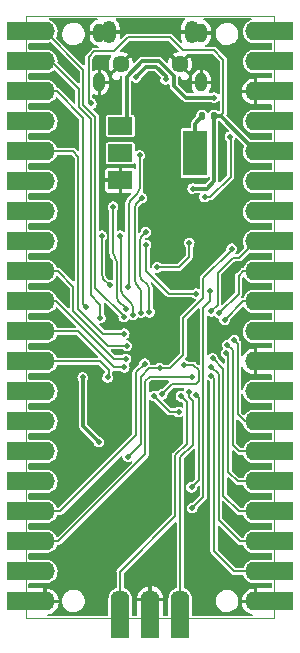
<source format=gbr>
G04 #@! TF.GenerationSoftware,KiCad,Pcbnew,(6.0.6)*
G04 #@! TF.CreationDate,2022-08-20T10:32:50+05:30*
G04 #@! TF.ProjectId,Mitayi-Pico-RP2040,4d697461-7969-42d5-9069-636f2d525032,0.2*
G04 #@! TF.SameCoordinates,PX848f8c0PY6ea0500*
G04 #@! TF.FileFunction,Copper,L2,Bot*
G04 #@! TF.FilePolarity,Positive*
%FSLAX46Y46*%
G04 Gerber Fmt 4.6, Leading zero omitted, Abs format (unit mm)*
G04 Created by KiCad (PCBNEW (6.0.6)) date 2022-08-20 10:32:50*
%MOMM*%
%LPD*%
G01*
G04 APERTURE LIST*
G04 Aperture macros list*
%AMRoundRect*
0 Rectangle with rounded corners*
0 $1 Rounding radius*
0 $2 $3 $4 $5 $6 $7 $8 $9 X,Y pos of 4 corners*
0 Add a 4 corners polygon primitive as box body*
4,1,4,$2,$3,$4,$5,$6,$7,$8,$9,$2,$3,0*
0 Add four circle primitives for the rounded corners*
1,1,$1+$1,$2,$3*
1,1,$1+$1,$4,$5*
1,1,$1+$1,$6,$7*
1,1,$1+$1,$8,$9*
0 Add four rect primitives between the rounded corners*
20,1,$1+$1,$2,$3,$4,$5,0*
20,1,$1+$1,$4,$5,$6,$7,0*
20,1,$1+$1,$6,$7,$8,$9,0*
20,1,$1+$1,$8,$9,$2,$3,0*%
G04 Aperture macros list end*
G04 #@! TA.AperFunction,Profile*
%ADD10C,0.100000*%
G04 #@! TD*
G04 #@! TA.AperFunction,ComponentPad*
%ADD11C,0.600000*%
G04 #@! TD*
G04 #@! TA.AperFunction,ComponentPad*
%ADD12O,1.600000X1.700000*%
G04 #@! TD*
G04 #@! TA.AperFunction,ComponentPad*
%ADD13R,1.600000X3.200000*%
G04 #@! TD*
G04 #@! TA.AperFunction,ComponentPad*
%ADD14RoundRect,0.500000X0.000000X0.300000X0.000000X0.300000X0.000000X-0.300000X0.000000X-0.300000X0*%
G04 #@! TD*
G04 #@! TA.AperFunction,ComponentPad*
%ADD15O,1.200000X1.900000*%
G04 #@! TD*
G04 #@! TA.AperFunction,ComponentPad*
%ADD16C,1.450000*%
G04 #@! TD*
G04 #@! TA.AperFunction,ComponentPad*
%ADD17R,3.200000X1.600000*%
G04 #@! TD*
G04 #@! TA.AperFunction,ComponentPad*
%ADD18O,1.700000X1.600000*%
G04 #@! TD*
G04 #@! TA.AperFunction,SMDPad,CuDef*
%ADD19R,2.000000X1.500000*%
G04 #@! TD*
G04 #@! TA.AperFunction,SMDPad,CuDef*
%ADD20R,2.000000X3.800000*%
G04 #@! TD*
G04 #@! TA.AperFunction,SMDPad,CuDef*
%ADD21RoundRect,0.135000X-0.135000X-0.185000X0.135000X-0.185000X0.135000X0.185000X-0.135000X0.185000X0*%
G04 #@! TD*
G04 #@! TA.AperFunction,ViaPad*
%ADD22C,0.500000*%
G04 #@! TD*
G04 #@! TA.AperFunction,Conductor*
%ADD23C,0.200000*%
G04 #@! TD*
G04 #@! TA.AperFunction,Conductor*
%ADD24C,0.300000*%
G04 #@! TD*
G04 APERTURE END LIST*
D10*
X0Y51000000D02*
X21000000Y51000000D01*
X21000000Y0D02*
X0Y0D01*
X21000000Y51000000D02*
X21000000Y0D01*
X0Y0D02*
X0Y51000000D01*
D11*
X10820000Y24905000D03*
X12095000Y24905000D03*
X10820000Y23630000D03*
X10820000Y22355000D03*
X9545000Y23630000D03*
X12095000Y23630000D03*
X9545000Y22355000D03*
X9545000Y24905000D03*
X12095000Y22355000D03*
D12*
X7950000Y1600000D03*
D13*
X7950000Y-10000D03*
D12*
X10490000Y1600000D03*
D13*
X10490000Y-10000D03*
D12*
X13030000Y1600000D03*
D13*
X13030000Y-10000D03*
D14*
X14830000Y45390000D03*
X6190000Y45390000D03*
X14830000Y49570000D03*
X6190000Y49570000D03*
D15*
X7010000Y49637500D03*
D16*
X13010000Y46937500D03*
X8010000Y46937500D03*
D15*
X14010000Y49637500D03*
D17*
X-10000Y49700000D03*
D18*
X1600000Y49700000D03*
D17*
X-10000Y47160000D03*
D18*
X1600000Y47160000D03*
D17*
X-10000Y44620000D03*
D18*
X1600000Y44620000D03*
D17*
X-10000Y42080000D03*
D18*
X1600000Y42080000D03*
X1600000Y39540000D03*
D17*
X-10000Y39540000D03*
D18*
X1600000Y37000000D03*
D17*
X-10000Y37000000D03*
X-10000Y34460000D03*
D18*
X1600000Y34460000D03*
D17*
X-10000Y31920000D03*
D18*
X1600000Y31920000D03*
X1600000Y29380000D03*
D17*
X-10000Y29380000D03*
X-10000Y26840000D03*
D18*
X1600000Y26840000D03*
D17*
X-10000Y24300000D03*
D18*
X1600000Y24300000D03*
D17*
X-10000Y21760000D03*
D18*
X1600000Y21760000D03*
D17*
X-10000Y19220000D03*
D18*
X1600000Y19220000D03*
D17*
X-10000Y16680000D03*
D18*
X1600000Y16680000D03*
D17*
X-10000Y14140000D03*
D18*
X1600000Y14140000D03*
D17*
X-10000Y11600000D03*
D18*
X1600000Y11600000D03*
X1600000Y9060000D03*
D17*
X-10000Y9060000D03*
X-10000Y6520000D03*
D18*
X1600000Y6520000D03*
D17*
X-10000Y3980000D03*
D18*
X1600000Y3980000D03*
D17*
X-10000Y1440000D03*
D18*
X1600000Y1440000D03*
D19*
X7980000Y37100000D03*
X7980000Y39400000D03*
D20*
X14280000Y39400000D03*
D19*
X7980000Y41700000D03*
D21*
X14890000Y42510000D03*
X15910000Y42510000D03*
D17*
X21010000Y49700000D03*
D18*
X19400000Y49700000D03*
D17*
X21010000Y47160000D03*
D18*
X19400000Y47160000D03*
D17*
X21010000Y44620000D03*
D18*
X19400000Y44620000D03*
X19400000Y42080000D03*
D17*
X21010000Y42080000D03*
D18*
X19400000Y39540000D03*
D17*
X21010000Y39540000D03*
X21010000Y37000000D03*
D18*
X19400000Y37000000D03*
D17*
X21010000Y34460000D03*
D18*
X19400000Y34460000D03*
X19400000Y31920000D03*
D17*
X21010000Y31920000D03*
X21010000Y29380000D03*
D18*
X19400000Y29380000D03*
D17*
X21010000Y26840000D03*
D18*
X19400000Y26840000D03*
D17*
X21010000Y24300000D03*
D18*
X19400000Y24300000D03*
D17*
X21010000Y21760000D03*
D18*
X19400000Y21760000D03*
X19400000Y19220000D03*
D17*
X21010000Y19220000D03*
D18*
X19400000Y16680000D03*
D17*
X21010000Y16680000D03*
X21010000Y14140000D03*
D18*
X19400000Y14140000D03*
X19400000Y11600000D03*
D17*
X21010000Y11600000D03*
X21010000Y9060000D03*
D18*
X19400000Y9060000D03*
X19400000Y6520000D03*
D17*
X21010000Y6520000D03*
X21010000Y3980000D03*
D18*
X19400000Y3980000D03*
D17*
X21010000Y1440000D03*
D18*
X19400000Y1440000D03*
D22*
X11516352Y18999642D03*
X13349500Y21446740D03*
X10000000Y42500000D03*
X2500000Y23000000D03*
X3300000Y35500000D03*
X7500000Y16300000D03*
X3300000Y45000000D03*
X3300000Y38200000D03*
X15300000Y34500000D03*
X8800000Y9300000D03*
X10500000Y4000000D03*
X9400000Y4000000D03*
X3000000Y15800000D03*
X17150500Y32738412D03*
X17800000Y47100000D03*
X5800000Y2200000D03*
X13600000Y13000000D03*
X18400000Y2800000D03*
X10400000Y41300000D03*
X6300000Y43600000D03*
X15400000Y30300000D03*
X18400000Y10400000D03*
X5800000Y18200000D03*
X13300000Y33500000D03*
X13300000Y42000000D03*
X3800000Y12500000D03*
X5900000Y19900000D03*
X5800000Y600000D03*
X3000000Y15100000D03*
X17236444Y27763556D03*
X11200000Y10500000D03*
X7800000Y9300000D03*
X3700000Y46600000D03*
X7100000Y30000000D03*
X4600000Y5200000D03*
X6200000Y47300000D03*
X4600000Y6800000D03*
X18400000Y12900000D03*
X18300000Y5200000D03*
X2500000Y20500000D03*
X2300000Y5200000D03*
X10200000Y36800000D03*
X11600000Y4000000D03*
X18400000Y15400000D03*
X7000000Y15800000D03*
X3300000Y40800000D03*
X18400000Y25600000D03*
X5800000Y1400000D03*
X2600000Y33200000D03*
X11200000Y12100000D03*
X17272881Y29427119D03*
X10400000Y40100000D03*
X6600000Y35500000D03*
X10200000Y38100000D03*
X4600000Y6000000D03*
X18500000Y38300000D03*
X14900000Y600000D03*
X10500000Y48200000D03*
X14000000Y26900000D03*
X9800000Y9300000D03*
X3000000Y43100000D03*
X2300000Y10300000D03*
X9000000Y21400000D03*
X18500000Y18000000D03*
X4600000Y48000000D03*
X2500000Y18000000D03*
X14900000Y2200000D03*
X2300000Y7800000D03*
X13300000Y32600000D03*
X2300000Y2800000D03*
X18400000Y7800000D03*
X18500000Y35700000D03*
X2600000Y30600000D03*
X14900000Y1400000D03*
X18500000Y43300000D03*
X7100000Y29200000D03*
X6153562Y14946438D03*
X14100000Y36400000D03*
X4800000Y20400000D03*
X5500000Y43600000D03*
X13800000Y31800000D03*
X11078395Y29718778D03*
X10826988Y18829172D03*
X12900000Y17500000D03*
X9300000Y45812998D03*
X11809500Y45644502D03*
X8600000Y13700000D03*
X11300000Y21180980D03*
X17400000Y31300000D03*
X8270092Y25517746D03*
X6278798Y25436394D03*
X5050500Y26400000D03*
X8300000Y24100000D03*
X8500000Y23100000D03*
X8439859Y21977065D03*
X8314428Y21261095D03*
X6900000Y20400000D03*
X10029287Y21571395D03*
X14050500Y20400000D03*
X14400000Y18900000D03*
X14000000Y11100000D03*
X10148511Y31600000D03*
X14379875Y27500500D03*
X15549500Y27700000D03*
X14063556Y9336444D03*
X15681610Y26004265D03*
X16363024Y25846220D03*
X16800000Y25300000D03*
X17597651Y23574961D03*
X17042782Y23149021D03*
X16950980Y22455569D03*
X15802125Y22011413D03*
X15674060Y21323733D03*
X15660341Y20560341D03*
X13100000Y18800000D03*
X13774346Y19212827D03*
X15100000Y35700000D03*
X17250500Y40800000D03*
X7100000Y28195644D03*
X6400000Y32400000D03*
X7353780Y34863024D03*
X8422430Y26200459D03*
X9042664Y25683692D03*
X7949500Y32400000D03*
X9600000Y39200000D03*
X8600000Y28100000D03*
X9741023Y25893704D03*
X9800000Y35600000D03*
X10133475Y32696958D03*
X10439791Y25925744D03*
X15900000Y44100000D03*
D23*
X14153260Y21446740D02*
X14600480Y20999520D01*
X14600480Y20999520D02*
X14600480Y20100480D01*
X14350489Y19850489D02*
X12367199Y19850489D01*
X13349500Y21446740D02*
X14153260Y21446740D01*
X14600480Y20100480D02*
X14350489Y19850489D01*
X12367199Y19850489D02*
X11516352Y18999642D01*
X17300000Y29400000D02*
X17272881Y29427119D01*
X17300000Y27827112D02*
X17300000Y29400000D01*
X17236444Y27763556D02*
X17300000Y27827112D01*
X13300000Y48100000D02*
X12200000Y49200000D01*
D24*
X19400000Y39600000D02*
X19400000Y39540000D01*
D23*
X12900000Y17500000D02*
X12156160Y17500000D01*
D24*
X4800000Y16300000D02*
X4800000Y20400000D01*
D23*
X12200000Y49200000D02*
X8600000Y49200000D01*
X16400000Y42500000D02*
X16700000Y42800000D01*
X7400000Y48000000D02*
X5765000Y48000000D01*
D24*
X16500000Y42500000D02*
X19400000Y39600000D01*
X15910000Y42510000D02*
X15910000Y37010000D01*
D23*
X12918778Y29718778D02*
X13800000Y30600000D01*
D24*
X15910000Y37010000D02*
X15300000Y36400000D01*
D23*
X16700000Y42800000D02*
X16700000Y47300000D01*
X12156160Y17500000D02*
X10826988Y18829172D01*
D24*
X6153562Y14946438D02*
X4800000Y16300000D01*
D23*
X15900000Y48100000D02*
X13300000Y48100000D01*
X11078395Y29718778D02*
X12918778Y29718778D01*
X5300000Y47535000D02*
X5300000Y43800000D01*
D24*
X15300000Y36400000D02*
X14100000Y36400000D01*
X15910000Y42510000D02*
X15920000Y42500000D01*
D23*
X16700000Y47300000D02*
X15900000Y48100000D01*
D24*
X16400000Y42500000D02*
X16500000Y42500000D01*
D23*
X5765000Y48000000D02*
X5300000Y47535000D01*
D24*
X15920000Y42500000D02*
X16400000Y42500000D01*
D23*
X8600000Y49200000D02*
X7400000Y48000000D01*
X13800000Y30600000D02*
X13800000Y31800000D01*
X5300000Y43800000D02*
X5500000Y43600000D01*
D24*
X11809500Y45890500D02*
X11000000Y46700000D01*
X11809500Y45644502D02*
X11809500Y45890500D01*
X11000000Y46700000D02*
X10187002Y46700000D01*
X10187002Y46700000D02*
X9300000Y45812998D01*
D23*
X9700000Y20465006D02*
X10415974Y21180980D01*
X15000000Y27122873D02*
X13300000Y25422873D01*
X9700000Y14800000D02*
X9700000Y20465006D01*
X12180980Y21180980D02*
X11300000Y21180980D01*
X10415974Y21180980D02*
X11300000Y21180980D01*
X8600000Y13700000D02*
X9700000Y14800000D01*
X13300000Y25422873D02*
X13300000Y22300000D01*
X17400000Y31200000D02*
X15000000Y28800000D01*
X13300000Y22300000D02*
X12180980Y21180980D01*
X15000000Y28800000D02*
X15000000Y27122873D01*
X17400000Y31300000D02*
X17400000Y31200000D01*
X4850480Y46449520D02*
X4850480Y43472393D01*
X5850499Y27989943D02*
X8270092Y25570350D01*
X1600000Y49700000D02*
X4850480Y46449520D01*
X8270092Y25570350D02*
X8270092Y25517746D01*
X4850480Y43472393D02*
X5850499Y42472374D01*
X5850499Y42472374D02*
X5850499Y27989943D01*
X4450960Y43306907D02*
X4450960Y44849040D01*
X5450989Y42306878D02*
X4450960Y43306907D01*
X6278798Y26578798D02*
X5450989Y27406607D01*
X2140000Y47160000D02*
X1600000Y47160000D01*
X4450960Y44849040D02*
X2140000Y47160000D01*
X6278798Y25436394D02*
X6278798Y26578798D01*
X5450989Y27406607D02*
X5450989Y42306878D01*
X1600000Y44620000D02*
X2572861Y44620000D01*
X2572861Y44620000D02*
X4800000Y42392861D01*
X4800000Y26650500D02*
X5050500Y26400000D01*
X4800000Y42392861D02*
X4800000Y26650500D01*
X8300000Y24100000D02*
X6530012Y24100000D01*
X4400000Y39100000D02*
X3960000Y39540000D01*
X3960000Y39540000D02*
X1600000Y39540000D01*
X6530012Y24100000D02*
X4400000Y26230012D01*
X4400000Y26230012D02*
X4400000Y39100000D01*
X2720000Y29380000D02*
X1600000Y29380000D01*
X8500000Y23100000D02*
X6965006Y23100000D01*
X6965006Y23100000D02*
X4000000Y26065006D01*
X4000000Y28100000D02*
X2720000Y29380000D01*
X4000000Y26065006D02*
X4000000Y28100000D01*
X2560000Y26840000D02*
X1600000Y26840000D01*
X8439859Y21977065D02*
X7422935Y21977065D01*
X7422935Y21977065D02*
X2560000Y26840000D01*
X4400000Y24300000D02*
X1600000Y24300000D01*
X7438905Y21261095D02*
X4400000Y24300000D01*
X8314428Y21261095D02*
X7438905Y21261095D01*
X7000000Y20500000D02*
X7000000Y21000000D01*
X7000000Y21000000D02*
X6240000Y21760000D01*
X6240000Y21760000D02*
X1600000Y21760000D01*
X9300480Y15500480D02*
X2860000Y9060000D01*
X9300480Y20842588D02*
X9300480Y15500480D01*
X10029287Y21571395D02*
X9300480Y20842588D01*
X2860000Y9060000D02*
X1600000Y9060000D01*
X14050500Y20400000D02*
X13993229Y20457271D01*
X10100000Y20100000D02*
X10100000Y13900000D01*
X10100000Y13900000D02*
X2720000Y6520000D01*
X13993229Y20457271D02*
X10457271Y20457271D01*
X2720000Y6520000D02*
X1600000Y6520000D01*
X10457271Y20457271D02*
X10100000Y20100000D01*
X14600480Y11700480D02*
X14000000Y11100000D01*
X14400000Y18900000D02*
X14600480Y18699520D01*
X14600480Y18699520D02*
X14600480Y11700480D01*
X15000000Y26300000D02*
X15000000Y10272888D01*
X15549500Y26849500D02*
X15000000Y26300000D01*
X10148511Y29451489D02*
X12099500Y27500500D01*
X15000000Y10272888D02*
X14063556Y9336444D01*
X12099500Y27500500D02*
X14379875Y27500500D01*
X10148511Y31600000D02*
X10148511Y29451489D01*
X15549500Y27700000D02*
X15549500Y26849500D01*
X17486445Y30521452D02*
X18051452Y30521452D01*
X16200000Y26522655D02*
X16200000Y29235007D01*
X16200000Y29235007D02*
X17486445Y30521452D01*
X18051452Y30521452D02*
X19400000Y31870000D01*
X19400000Y31870000D02*
X19400000Y31920000D01*
X15681610Y26004265D02*
X16200000Y26522655D01*
X16363024Y25846220D02*
X16363024Y25863024D01*
X18380000Y29380000D02*
X19400000Y29380000D01*
X18000000Y27500000D02*
X18000000Y29000000D01*
X18000000Y29000000D02*
X18380000Y29380000D01*
X16363024Y25863024D02*
X18000000Y27500000D01*
X18340000Y26840000D02*
X19400000Y26840000D01*
X16800000Y25300000D02*
X18340000Y26840000D01*
X17900000Y23272612D02*
X17900000Y17300000D01*
X18520000Y16680000D02*
X19400000Y16680000D01*
X17597651Y23574961D02*
X17900000Y23272612D01*
X17900000Y17300000D02*
X18520000Y16680000D01*
X17500480Y22691323D02*
X17500480Y14699520D01*
X17042782Y23149021D02*
X17500480Y22691323D01*
X18060000Y14140000D02*
X19400000Y14140000D01*
X17500480Y14699520D02*
X18060000Y14140000D01*
X17100000Y22306549D02*
X17100000Y12400000D01*
X16950980Y22455569D02*
X17100000Y22306549D01*
X17100000Y12400000D02*
X17900000Y11600000D01*
X17900000Y11600000D02*
X19400000Y11600000D01*
X15802125Y22011413D02*
X16700000Y21113538D01*
X16700000Y10400000D02*
X18040000Y9060000D01*
X18040000Y9060000D02*
X19400000Y9060000D01*
X16700000Y21113538D02*
X16700000Y10400000D01*
X16300000Y20019603D02*
X16300000Y8300000D01*
X16300480Y20020083D02*
X16300000Y20019603D01*
X16300480Y20697313D02*
X16300480Y20020083D01*
X15674060Y21323733D02*
X16300480Y20697313D01*
X16300000Y8300000D02*
X18080000Y6520000D01*
X18080000Y6520000D02*
X19400000Y6520000D01*
X17620000Y3980000D02*
X19400000Y3980000D01*
X15900480Y5699520D02*
X17620000Y3980000D01*
X15900480Y20320202D02*
X15900480Y5699520D01*
X15660341Y20560341D02*
X15900480Y20320202D01*
X13600000Y18300000D02*
X13600000Y14765006D01*
X7950000Y3950000D02*
X7950000Y1600000D01*
X13100000Y18800000D02*
X13600000Y18300000D01*
X12630480Y13795486D02*
X12630480Y8630480D01*
X12630480Y8630480D02*
X7950000Y3950000D01*
X13600000Y14765006D02*
X12630480Y13795486D01*
X14100000Y14700000D02*
X13030000Y13630000D01*
X13774346Y18748527D02*
X14100000Y18422873D01*
X13774346Y19212827D02*
X13774346Y18748527D01*
X13030000Y13630000D02*
X13030000Y1600000D01*
X14100000Y18422873D02*
X14100000Y14700000D01*
X15600000Y35700000D02*
X15100000Y35700000D01*
X17300000Y40750500D02*
X17300000Y37400000D01*
X17300000Y37400000D02*
X15600000Y35700000D01*
X17250500Y40800000D02*
X17300000Y40750500D01*
D24*
X14280000Y39400000D02*
X14280000Y41900000D01*
X14280000Y41900000D02*
X14890000Y42510000D01*
D23*
X7100000Y28195644D02*
X6546446Y28749198D01*
X6400000Y29102751D02*
X6400000Y32400000D01*
X6399966Y29102751D02*
G75*
G03*
X6546447Y28749199I500034J49D01*
G01*
X7650999Y27256108D02*
X7650999Y30241894D01*
X7353780Y30953327D02*
X7353780Y34863024D01*
X7504552Y30595448D02*
X7500226Y30599774D01*
X8422430Y26200459D02*
X8422430Y26277570D01*
X8422430Y26277570D02*
X7797445Y26902555D01*
X7504555Y30595451D02*
G75*
G02*
X7650999Y30241894I-353555J-353551D01*
G01*
X7500208Y30599756D02*
G75*
G02*
X7353780Y30953327I353592J353544D01*
G01*
X7797441Y26902551D02*
G75*
G02*
X7650999Y27256108I353559J353549D01*
G01*
X9042664Y26350229D02*
X9042664Y25683692D01*
X8050499Y32299001D02*
X8050499Y27756608D01*
X7949500Y32400000D02*
X8050499Y32299001D01*
X8196946Y27403054D02*
X8896218Y26703782D01*
X8050505Y27756608D02*
G75*
G03*
X8196946Y27403054I499995J-8D01*
G01*
X8896196Y26703760D02*
G75*
G02*
X9042664Y26350229I-353496J-353560D01*
G01*
X8600000Y28100000D02*
X8700000Y28200000D01*
X8846447Y35446447D02*
X9453554Y36053554D01*
X9600000Y36407107D02*
X9600000Y39200000D01*
X8700000Y28200000D02*
X8700000Y35092893D01*
X9599995Y36407107D02*
G75*
G02*
X9453554Y36053554I-499995J-7D01*
G01*
X8846444Y35446450D02*
G75*
G03*
X8700000Y35092893I353556J-353550D01*
G01*
X9345949Y35145949D02*
X9800000Y35600000D01*
X9199502Y28607605D02*
X9199502Y34792395D01*
X9741023Y25893704D02*
X9741023Y27651870D01*
X9594576Y28005424D02*
X9345948Y28254052D01*
X9199505Y28607605D02*
G75*
G03*
X9345948Y28254052I499995J-5D01*
G01*
X9740995Y27651870D02*
G75*
G03*
X9594576Y28005424I-499995J30D01*
G01*
X9345947Y35145951D02*
G75*
G03*
X9199502Y34792395I353553J-353551D01*
G01*
X9599011Y29108096D02*
X9599011Y31955387D01*
X10439791Y25925744D02*
X10439791Y27853102D01*
X10293344Y28206656D02*
X9745457Y28754543D01*
X9745458Y32308941D02*
X10133475Y32696958D01*
X10439795Y27853102D02*
G75*
G03*
X10293344Y28206656I-499995J-2D01*
G01*
X9745461Y28754547D02*
G75*
G02*
X9599011Y29108096I353539J353553D01*
G01*
X9745454Y32308945D02*
G75*
G03*
X9599011Y31955387I353546J-353545D01*
G01*
D24*
X7980000Y41700000D02*
X8500000Y42220000D01*
X9838683Y47199519D02*
X11206909Y47199519D01*
X8500000Y42220000D02*
X8500000Y45860836D01*
X13500000Y44100000D02*
X15900000Y44100000D01*
X12500000Y45906428D02*
X12500000Y45100000D01*
X8500000Y45860836D02*
X9838683Y47199519D01*
X11206909Y47199519D02*
X12500000Y45906428D01*
X12500000Y45100000D02*
X13500000Y44100000D01*
G04 #@! TA.AperFunction,Conductor*
G36*
X15438815Y20166576D02*
G01*
X15464401Y20149545D01*
X15470454Y20147654D01*
X15470456Y20147653D01*
X15537520Y20126701D01*
X15585916Y20089766D01*
X15599980Y20041750D01*
X15599980Y5753451D01*
X15599637Y5748787D01*
X15598055Y5744178D01*
X15598363Y5735969D01*
X15598363Y5735968D01*
X15599917Y5694572D01*
X15599980Y5691234D01*
X15599980Y5671572D01*
X15600729Y5667547D01*
X15600847Y5666272D01*
X15601160Y5661443D01*
X15602254Y5632312D01*
X15605496Y5624765D01*
X15605497Y5624762D01*
X15607238Y5620710D01*
X15612960Y5601875D01*
X15615271Y5589467D01*
X15619582Y5582474D01*
X15619582Y5582473D01*
X15629632Y5566169D01*
X15635641Y5554601D01*
X15646444Y5529457D01*
X15650458Y5524571D01*
X15655647Y5519382D01*
X15668476Y5503152D01*
X15669700Y5501167D01*
X15674012Y5494172D01*
X15680553Y5489198D01*
X15697778Y5476100D01*
X15706840Y5468189D01*
X17369381Y3805648D01*
X17372434Y3802111D01*
X17374575Y3797731D01*
X17380600Y3792142D01*
X17410960Y3763979D01*
X17413366Y3761663D01*
X17427277Y3747752D01*
X17430648Y3745439D01*
X17431623Y3744629D01*
X17435267Y3741430D01*
X17450623Y3727186D01*
X17456646Y3721599D01*
X17464274Y3718556D01*
X17464275Y3718555D01*
X17466298Y3717748D01*
X17468371Y3716921D01*
X17485733Y3707650D01*
X17496146Y3700507D01*
X17504137Y3698611D01*
X17504141Y3698609D01*
X17522778Y3694187D01*
X17535200Y3690259D01*
X17560622Y3680117D01*
X17566915Y3679500D01*
X17574256Y3679500D01*
X17594804Y3677095D01*
X17605066Y3674660D01*
X17613208Y3675768D01*
X17613210Y3675768D01*
X17634656Y3678687D01*
X17646658Y3679500D01*
X18332393Y3679500D01*
X18389601Y3658678D01*
X18415918Y3621232D01*
X18446119Y3539148D01*
X18553226Y3366401D01*
X18692881Y3218720D01*
X18859379Y3102137D01*
X19045919Y3021414D01*
X19050331Y3020492D01*
X19050335Y3020491D01*
X19163038Y2996947D01*
X19244880Y2979849D01*
X19251539Y2979500D01*
X20730500Y2979500D01*
X20787708Y2958678D01*
X20818148Y2905955D01*
X20819500Y2890500D01*
X20819500Y2629000D01*
X20798678Y2571792D01*
X20745955Y2541352D01*
X20730500Y2540000D01*
X19565694Y2540000D01*
X19553671Y2535624D01*
X19550000Y2529266D01*
X19550000Y1605694D01*
X19554376Y1593671D01*
X19560734Y1590000D01*
X20730500Y1590000D01*
X20787708Y1569178D01*
X20818148Y1516455D01*
X20819500Y1501000D01*
X20819500Y1379000D01*
X20798678Y1321792D01*
X20745955Y1291352D01*
X20730500Y1290000D01*
X18271450Y1290000D01*
X18259427Y1285624D01*
X18256868Y1281192D01*
X18257010Y1280196D01*
X18304207Y1084359D01*
X18306949Y1076395D01*
X18390323Y893025D01*
X18394528Y885713D01*
X18511066Y721424D01*
X18516577Y715038D01*
X18662085Y575745D01*
X18668696Y570524D01*
X18837914Y461261D01*
X18845413Y457374D01*
X19032234Y382083D01*
X19040316Y379689D01*
X19157268Y356850D01*
X19209425Y325449D01*
X19229195Y267869D01*
X19207328Y211052D01*
X19154056Y181584D01*
X19140210Y180500D01*
X14119500Y180500D01*
X14062292Y201322D01*
X14031852Y254045D01*
X14030500Y269500D01*
X14030500Y1443329D01*
X16045739Y1443329D01*
X16074614Y1252401D01*
X16076169Y1248174D01*
X16076170Y1248171D01*
X16139371Y1076395D01*
X16141290Y1071179D01*
X16243045Y907066D01*
X16375721Y766765D01*
X16533898Y656009D01*
X16711115Y579320D01*
X16715527Y578398D01*
X16715531Y578397D01*
X16822414Y556068D01*
X16900133Y539832D01*
X16906468Y539500D01*
X17048259Y539500D01*
X17192110Y554112D01*
X17376373Y611856D01*
X17545261Y705472D01*
X17610533Y761417D01*
X17688455Y828204D01*
X17688459Y828208D01*
X17691875Y831136D01*
X17810227Y983714D01*
X17812213Y987751D01*
X17812216Y987755D01*
X17893492Y1152932D01*
X17895481Y1156974D01*
X17899992Y1174290D01*
X17943019Y1339476D01*
X17944155Y1343837D01*
X17949369Y1443329D01*
X17954025Y1532164D01*
X17954025Y1532166D01*
X17954261Y1536671D01*
X17943847Y1605531D01*
X18262489Y1605531D01*
X18265094Y1593006D01*
X18268907Y1590000D01*
X19234306Y1590000D01*
X19246329Y1594376D01*
X19250000Y1600734D01*
X19250000Y2519769D01*
X19245624Y2531792D01*
X19240788Y2534584D01*
X19145261Y2525470D01*
X19136989Y2523877D01*
X18943699Y2467173D01*
X18935875Y2464043D01*
X18756794Y2371811D01*
X18749701Y2367256D01*
X18591305Y2242834D01*
X18585189Y2237010D01*
X18453175Y2084878D01*
X18448277Y2078010D01*
X18347415Y1903665D01*
X18343899Y1895987D01*
X18277824Y1705710D01*
X18275826Y1697513D01*
X18262489Y1605531D01*
X17943847Y1605531D01*
X17925386Y1727599D01*
X17917711Y1748461D01*
X17860267Y1904590D01*
X17860266Y1904593D01*
X17858710Y1908821D01*
X17756955Y2072934D01*
X17624279Y2213235D01*
X17466102Y2323991D01*
X17288885Y2400680D01*
X17284473Y2401602D01*
X17284469Y2401603D01*
X17168221Y2425888D01*
X17099867Y2440168D01*
X17093532Y2440500D01*
X16951741Y2440500D01*
X16807890Y2425888D01*
X16623627Y2368144D01*
X16454739Y2274528D01*
X16426471Y2250299D01*
X16311545Y2151796D01*
X16311541Y2151792D01*
X16308125Y2148864D01*
X16305366Y2145307D01*
X16305365Y2145306D01*
X16301731Y2140621D01*
X16189773Y1996286D01*
X16187787Y1992249D01*
X16187784Y1992245D01*
X16148621Y1912654D01*
X16104519Y1823026D01*
X16103384Y1818669D01*
X16103383Y1818666D01*
X16073268Y1703051D01*
X16055845Y1636163D01*
X16055609Y1631665D01*
X16055609Y1631663D01*
X16046089Y1450000D01*
X16045739Y1443329D01*
X14030500Y1443329D01*
X14030500Y1700800D01*
X14018085Y1823026D01*
X14015576Y1847729D01*
X14015576Y1847731D01*
X14015120Y1852216D01*
X13954338Y2046172D01*
X13888491Y2164962D01*
X13857985Y2219997D01*
X13857984Y2219998D01*
X13855797Y2223944D01*
X13723523Y2378271D01*
X13694634Y2400680D01*
X13608911Y2467173D01*
X13562919Y2502848D01*
X13520183Y2523877D01*
X13380545Y2592587D01*
X13381696Y2594927D01*
X13342123Y2628594D01*
X13330500Y2672569D01*
X13330500Y13468663D01*
X13351322Y13525871D01*
X13356567Y13531596D01*
X14148047Y14323076D01*
X14203223Y14348804D01*
X14262028Y14333048D01*
X14296947Y14283178D01*
X14299980Y14260143D01*
X14299980Y11861817D01*
X14279158Y11804609D01*
X14273913Y11798884D01*
X14051711Y11576682D01*
X13996535Y11550954D01*
X13988235Y11550617D01*
X13976245Y11550690D01*
X13938231Y11550922D01*
X13932138Y11549180D01*
X13932134Y11549180D01*
X13837728Y11522198D01*
X13814155Y11515461D01*
X13705019Y11446601D01*
X13679522Y11417731D01*
X13632624Y11364629D01*
X13619596Y11349878D01*
X13564754Y11233068D01*
X13563778Y11226803D01*
X13563778Y11226801D01*
X13552649Y11155320D01*
X13544901Y11105560D01*
X13561633Y10977606D01*
X13613605Y10859490D01*
X13696639Y10760709D01*
X13804060Y10689204D01*
X13810113Y10687313D01*
X13810115Y10687312D01*
X13826158Y10682300D01*
X13927233Y10650722D01*
X13976759Y10649814D01*
X14049912Y10648473D01*
X14049914Y10648473D01*
X14056255Y10648357D01*
X14180755Y10682300D01*
X14290724Y10749821D01*
X14294975Y10754517D01*
X14294977Y10754519D01*
X14373068Y10840793D01*
X14373069Y10840794D01*
X14377322Y10845493D01*
X14408593Y10910035D01*
X14430823Y10955917D01*
X14430824Y10955920D01*
X14433588Y10961625D01*
X14437206Y10983126D01*
X14450731Y11063523D01*
X14454997Y11088880D01*
X14455063Y11094302D01*
X14455264Y11094833D01*
X14455345Y11095737D01*
X14455597Y11095714D01*
X14476579Y11151252D01*
X14481123Y11156152D01*
X14547567Y11222596D01*
X14602743Y11248324D01*
X14661548Y11232568D01*
X14696467Y11182698D01*
X14699500Y11159663D01*
X14699500Y10434225D01*
X14678678Y10377017D01*
X14673433Y10371292D01*
X14115267Y9813126D01*
X14060091Y9787398D01*
X14051791Y9787061D01*
X14039801Y9787134D01*
X14001787Y9787366D01*
X13995694Y9785624D01*
X13995690Y9785624D01*
X13901284Y9758642D01*
X13877711Y9751905D01*
X13768575Y9683045D01*
X13716503Y9624085D01*
X13692121Y9596477D01*
X13683152Y9586322D01*
X13628310Y9469512D01*
X13627334Y9463247D01*
X13627334Y9463245D01*
X13611337Y9360500D01*
X13608457Y9342004D01*
X13625189Y9214050D01*
X13677161Y9095934D01*
X13760195Y8997153D01*
X13867616Y8925648D01*
X13873669Y8923757D01*
X13873671Y8923756D01*
X13889714Y8918744D01*
X13990789Y8887166D01*
X14040315Y8886258D01*
X14113468Y8884917D01*
X14113470Y8884917D01*
X14119811Y8884801D01*
X14244311Y8918744D01*
X14354280Y8986265D01*
X14358531Y8990961D01*
X14358533Y8990963D01*
X14436624Y9077237D01*
X14436625Y9077238D01*
X14440878Y9081937D01*
X14450471Y9101737D01*
X14494379Y9192361D01*
X14494380Y9192364D01*
X14497144Y9198069D01*
X14518553Y9325324D01*
X14518619Y9330746D01*
X14518820Y9331277D01*
X14518901Y9332181D01*
X14519153Y9332158D01*
X14540135Y9387696D01*
X14544679Y9392596D01*
X15174352Y10022269D01*
X15177889Y10025322D01*
X15182269Y10027463D01*
X15216022Y10063849D01*
X15218337Y10066254D01*
X15232248Y10080165D01*
X15234561Y10083536D01*
X15235371Y10084511D01*
X15238570Y10088155D01*
X15252814Y10103511D01*
X15258401Y10109534D01*
X15263079Y10121259D01*
X15272350Y10138621D01*
X15279493Y10149034D01*
X15281389Y10157025D01*
X15281391Y10157029D01*
X15285813Y10175666D01*
X15289741Y10188088D01*
X15299883Y10213510D01*
X15300500Y10219803D01*
X15300500Y10227144D01*
X15302905Y10247694D01*
X15305340Y10257954D01*
X15301313Y10287544D01*
X15300500Y10299546D01*
X15300500Y20092489D01*
X15321322Y20149697D01*
X15374045Y20180137D01*
X15438815Y20166576D01*
G37*
G04 #@! TD.AperFunction*
G04 #@! TA.AperFunction,Conductor*
G36*
X10538816Y18479770D02*
G01*
X10572732Y18457194D01*
X10631048Y18418376D01*
X10637101Y18416485D01*
X10637103Y18416484D01*
X10671676Y18405683D01*
X10754221Y18379894D01*
X10781119Y18379401D01*
X10817201Y18378739D01*
X10878502Y18352687D01*
X11905541Y17325648D01*
X11908594Y17322111D01*
X11910735Y17317731D01*
X11916760Y17312142D01*
X11947120Y17283979D01*
X11949526Y17281663D01*
X11963437Y17267752D01*
X11966808Y17265439D01*
X11967783Y17264629D01*
X11971427Y17261430D01*
X11986784Y17247185D01*
X11992806Y17241599D01*
X12004534Y17236920D01*
X12021893Y17227651D01*
X12032306Y17220508D01*
X12040300Y17218611D01*
X12058933Y17214189D01*
X12071362Y17210258D01*
X12090947Y17202444D01*
X12090953Y17202443D01*
X12096782Y17200117D01*
X12103075Y17199500D01*
X12110415Y17199500D01*
X12130966Y17197095D01*
X12141226Y17194660D01*
X12149368Y17195768D01*
X12149370Y17195768D01*
X12170816Y17198687D01*
X12182818Y17199500D01*
X12522578Y17199500D01*
X12579786Y17178678D01*
X12590705Y17167768D01*
X12596639Y17160709D01*
X12704060Y17089204D01*
X12710113Y17087313D01*
X12710115Y17087312D01*
X12715544Y17085616D01*
X12827233Y17050722D01*
X12876759Y17049814D01*
X12949912Y17048473D01*
X12949914Y17048473D01*
X12956255Y17048357D01*
X13080755Y17082300D01*
X13163933Y17133371D01*
X13223578Y17145561D01*
X13277105Y17116558D01*
X13299500Y17057527D01*
X13299500Y14926343D01*
X13278678Y14869135D01*
X13273433Y14863410D01*
X12456128Y14046105D01*
X12452591Y14043052D01*
X12448211Y14040911D01*
X12442622Y14034886D01*
X12414459Y14004526D01*
X12412143Y14002120D01*
X12398232Y13988209D01*
X12395919Y13984838D01*
X12395109Y13983863D01*
X12391910Y13980219D01*
X12378394Y13965648D01*
X12372079Y13958840D01*
X12367402Y13947116D01*
X12358131Y13929753D01*
X12350988Y13919340D01*
X12349091Y13911346D01*
X12344669Y13892713D01*
X12340738Y13880284D01*
X12332924Y13860699D01*
X12332923Y13860693D01*
X12330597Y13854864D01*
X12329980Y13848571D01*
X12329980Y13841231D01*
X12327575Y13820681D01*
X12325140Y13810420D01*
X12326248Y13802278D01*
X12326248Y13802276D01*
X12329167Y13780830D01*
X12329980Y13768828D01*
X12329980Y8791817D01*
X12309158Y8734609D01*
X12303913Y8728884D01*
X7775648Y4200619D01*
X7772111Y4197566D01*
X7767731Y4195425D01*
X7762142Y4189400D01*
X7733979Y4159040D01*
X7731663Y4156634D01*
X7717752Y4142723D01*
X7715439Y4139352D01*
X7714629Y4138377D01*
X7711430Y4134733D01*
X7697185Y4119376D01*
X7691599Y4113354D01*
X7686922Y4101630D01*
X7677651Y4084267D01*
X7670508Y4073854D01*
X7668611Y4065860D01*
X7664189Y4047227D01*
X7660258Y4034798D01*
X7652444Y4015213D01*
X7652443Y4015207D01*
X7650117Y4009378D01*
X7649500Y4003085D01*
X7649500Y3995745D01*
X7647095Y3975195D01*
X7644660Y3964934D01*
X7645768Y3956792D01*
X7645768Y3956790D01*
X7648687Y3935344D01*
X7649500Y3923342D01*
X7649500Y2667607D01*
X7628678Y2610399D01*
X7591232Y2584082D01*
X7509148Y2553881D01*
X7336401Y2446774D01*
X7188720Y2307119D01*
X7072137Y2140621D01*
X6991414Y1954081D01*
X6990492Y1949669D01*
X6990491Y1949665D01*
X6970660Y1854739D01*
X6949849Y1755120D01*
X6949500Y1748461D01*
X6949500Y269500D01*
X6928678Y212292D01*
X6875955Y181852D01*
X6860500Y180500D01*
X1883844Y180500D01*
X1826636Y201322D01*
X1796196Y254045D01*
X1806768Y314000D01*
X1853404Y353133D01*
X1859023Y354686D01*
X1858951Y354932D01*
X2056301Y412827D01*
X2064125Y415957D01*
X2243206Y508189D01*
X2250299Y512744D01*
X2408695Y637166D01*
X2414811Y642990D01*
X2546825Y795122D01*
X2551723Y801990D01*
X2652585Y976335D01*
X2656101Y984013D01*
X2722176Y1174290D01*
X2724174Y1182487D01*
X2737511Y1274469D01*
X2734906Y1286994D01*
X2731093Y1290000D01*
X269500Y1290000D01*
X212292Y1310822D01*
X181852Y1363545D01*
X180500Y1379000D01*
X180500Y1443329D01*
X3045739Y1443329D01*
X3074614Y1252401D01*
X3076169Y1248174D01*
X3076170Y1248171D01*
X3139371Y1076395D01*
X3141290Y1071179D01*
X3243045Y907066D01*
X3375721Y766765D01*
X3533898Y656009D01*
X3711115Y579320D01*
X3715527Y578398D01*
X3715531Y578397D01*
X3822414Y556068D01*
X3900133Y539832D01*
X3906468Y539500D01*
X4048259Y539500D01*
X4192110Y554112D01*
X4376373Y611856D01*
X4545261Y705472D01*
X4610533Y761417D01*
X4688455Y828204D01*
X4688459Y828208D01*
X4691875Y831136D01*
X4810227Y983714D01*
X4812213Y987751D01*
X4812216Y987755D01*
X4893492Y1152932D01*
X4895481Y1156974D01*
X4899992Y1174290D01*
X4943019Y1339476D01*
X4944155Y1343837D01*
X4949369Y1443329D01*
X4954025Y1532164D01*
X4954025Y1532166D01*
X4954261Y1536671D01*
X4925386Y1727599D01*
X4917711Y1748461D01*
X4860267Y1904590D01*
X4860266Y1904593D01*
X4858710Y1908821D01*
X4756955Y2072934D01*
X4624279Y2213235D01*
X4466102Y2323991D01*
X4288885Y2400680D01*
X4284473Y2401602D01*
X4284469Y2401603D01*
X4168221Y2425888D01*
X4099867Y2440168D01*
X4093532Y2440500D01*
X3951741Y2440500D01*
X3807890Y2425888D01*
X3623627Y2368144D01*
X3454739Y2274528D01*
X3426471Y2250299D01*
X3311545Y2151796D01*
X3311541Y2151792D01*
X3308125Y2148864D01*
X3305366Y2145307D01*
X3305365Y2145306D01*
X3301731Y2140621D01*
X3189773Y1996286D01*
X3187787Y1992249D01*
X3187784Y1992245D01*
X3148621Y1912654D01*
X3104519Y1823026D01*
X3103384Y1818669D01*
X3103383Y1818666D01*
X3073268Y1703051D01*
X3055845Y1636163D01*
X3055609Y1631665D01*
X3055609Y1631663D01*
X3046089Y1450000D01*
X3045739Y1443329D01*
X180500Y1443329D01*
X180500Y1501000D01*
X201322Y1558208D01*
X254045Y1588648D01*
X269500Y1590000D01*
X1434306Y1590000D01*
X1446329Y1594376D01*
X1450000Y1600734D01*
X1450000Y1605694D01*
X1750000Y1605694D01*
X1754376Y1593671D01*
X1760734Y1590000D01*
X2728550Y1590000D01*
X2740573Y1594376D01*
X2743132Y1598808D01*
X2742990Y1599804D01*
X2695793Y1795641D01*
X2693051Y1803605D01*
X2609677Y1986975D01*
X2605472Y1994287D01*
X2488934Y2158576D01*
X2483423Y2164962D01*
X2337915Y2304255D01*
X2331304Y2309476D01*
X2162086Y2418739D01*
X2154587Y2422626D01*
X1967766Y2497917D01*
X1959684Y2500311D01*
X1762465Y2538825D01*
X1753671Y2535624D01*
X1750000Y2529266D01*
X1750000Y1605694D01*
X1450000Y1605694D01*
X1450000Y2524306D01*
X1445624Y2536329D01*
X1439266Y2540000D01*
X269500Y2540000D01*
X212292Y2560822D01*
X181852Y2613545D01*
X180500Y2629000D01*
X180500Y2890500D01*
X201322Y2947708D01*
X254045Y2978148D01*
X269500Y2979500D01*
X1700800Y2979500D01*
X1790136Y2988574D01*
X1847729Y2994424D01*
X1847731Y2994424D01*
X1852216Y2994880D01*
X1981669Y3035448D01*
X2041868Y3054313D01*
X2041870Y3054314D01*
X2046172Y3055662D01*
X2223944Y3154203D01*
X2378271Y3286477D01*
X2502848Y3447081D01*
X2592587Y3629455D01*
X2604857Y3676558D01*
X2642686Y3821787D01*
X2643822Y3826148D01*
X2645156Y3851597D01*
X2654223Y4024619D01*
X2654223Y4024621D01*
X2654459Y4029126D01*
X2624065Y4230097D01*
X2605521Y4280500D01*
X2555437Y4416622D01*
X2553881Y4420852D01*
X2446774Y4593599D01*
X2307119Y4741280D01*
X2140621Y4857863D01*
X1954081Y4938586D01*
X1949669Y4939508D01*
X1949665Y4939509D01*
X1833527Y4963771D01*
X1755120Y4980151D01*
X1748461Y4980500D01*
X269500Y4980500D01*
X212292Y5001322D01*
X181852Y5054045D01*
X180500Y5069500D01*
X180500Y5430500D01*
X201322Y5487708D01*
X254045Y5518148D01*
X269500Y5519500D01*
X1700800Y5519500D01*
X1798827Y5529457D01*
X1847729Y5534424D01*
X1847731Y5534424D01*
X1852216Y5534880D01*
X2026404Y5589467D01*
X2041868Y5594313D01*
X2041870Y5594314D01*
X2046172Y5595662D01*
X2183117Y5671572D01*
X2219997Y5692015D01*
X2219998Y5692016D01*
X2223944Y5694203D01*
X2378271Y5826477D01*
X2502848Y5987081D01*
X2592311Y6168894D01*
X2636251Y6211031D01*
X2675389Y6216322D01*
X2675342Y6217575D01*
X2724947Y6219437D01*
X2728286Y6219500D01*
X2747948Y6219500D01*
X2751973Y6220249D01*
X2753248Y6220367D01*
X2758077Y6220680D01*
X2787208Y6221774D01*
X2794755Y6225016D01*
X2794758Y6225017D01*
X2798810Y6226758D01*
X2817645Y6232480D01*
X2821974Y6233286D01*
X2821976Y6233287D01*
X2830053Y6234791D01*
X2853352Y6249152D01*
X2864919Y6255161D01*
X2884286Y6263482D01*
X2890063Y6265964D01*
X2894949Y6269978D01*
X2900138Y6275167D01*
X2916368Y6287996D01*
X2918353Y6289220D01*
X2918354Y6289220D01*
X2925348Y6293532D01*
X2943420Y6317298D01*
X2951331Y6326360D01*
X10274352Y13649381D01*
X10277889Y13652434D01*
X10282269Y13654575D01*
X10316022Y13690961D01*
X10318337Y13693366D01*
X10332248Y13707277D01*
X10334561Y13710648D01*
X10335371Y13711623D01*
X10338570Y13715267D01*
X10352815Y13730624D01*
X10358401Y13736646D01*
X10363080Y13748374D01*
X10372349Y13765733D01*
X10379492Y13776146D01*
X10383685Y13793815D01*
X10385811Y13802773D01*
X10389742Y13815202D01*
X10397556Y13834787D01*
X10397557Y13834793D01*
X10399883Y13840622D01*
X10400500Y13846915D01*
X10400500Y13854255D01*
X10402905Y13874805D01*
X10403442Y13877069D01*
X10405340Y13885066D01*
X10401764Y13911346D01*
X10401313Y13914656D01*
X10400500Y13926658D01*
X10400500Y18405683D01*
X10421322Y18462891D01*
X10474045Y18493331D01*
X10538816Y18479770D01*
G37*
G04 #@! TD.AperFunction*
G04 #@! TA.AperFunction,Conductor*
G36*
X12691548Y8162568D02*
G01*
X12726467Y8112698D01*
X12729500Y8089663D01*
X12729500Y2667607D01*
X12708678Y2610399D01*
X12671232Y2584082D01*
X12589148Y2553881D01*
X12416401Y2446774D01*
X12268720Y2307119D01*
X12152137Y2140621D01*
X12071414Y1954081D01*
X12070492Y1949669D01*
X12070491Y1949665D01*
X12050660Y1854739D01*
X12029849Y1755120D01*
X12029500Y1748461D01*
X12029500Y269500D01*
X12008678Y212292D01*
X11955955Y181852D01*
X11940500Y180500D01*
X11679000Y180500D01*
X11621792Y201322D01*
X11591352Y254045D01*
X11590000Y269500D01*
X11590000Y1434306D01*
X11585624Y1446329D01*
X11579266Y1450000D01*
X10655694Y1450000D01*
X10643671Y1445624D01*
X10640000Y1439266D01*
X10640000Y269500D01*
X10619178Y212292D01*
X10566455Y181852D01*
X10551000Y180500D01*
X10429000Y180500D01*
X10371792Y201322D01*
X10341352Y254045D01*
X10340000Y269500D01*
X10340000Y1434306D01*
X10335624Y1446329D01*
X10329266Y1450000D01*
X9405694Y1450000D01*
X9393671Y1445624D01*
X9390000Y1439266D01*
X9390000Y269500D01*
X9369178Y212292D01*
X9316455Y181852D01*
X9301000Y180500D01*
X9039500Y180500D01*
X8982292Y201322D01*
X8951852Y254045D01*
X8950500Y269500D01*
X8950500Y1700800D01*
X8944236Y1762465D01*
X9391175Y1762465D01*
X9394376Y1753671D01*
X9400734Y1750000D01*
X10324306Y1750000D01*
X10336329Y1754376D01*
X10340000Y1760734D01*
X10340000Y1765694D01*
X10640000Y1765694D01*
X10644376Y1753671D01*
X10650734Y1750000D01*
X11569769Y1750000D01*
X11581792Y1754376D01*
X11584584Y1759212D01*
X11575470Y1854739D01*
X11573877Y1863011D01*
X11517173Y2056301D01*
X11514043Y2064125D01*
X11421811Y2243206D01*
X11417256Y2250299D01*
X11292834Y2408695D01*
X11287010Y2414811D01*
X11134878Y2546825D01*
X11128010Y2551723D01*
X10953665Y2652585D01*
X10945987Y2656101D01*
X10755710Y2722176D01*
X10747513Y2724174D01*
X10655531Y2737511D01*
X10643006Y2734906D01*
X10640000Y2731093D01*
X10640000Y1765694D01*
X10340000Y1765694D01*
X10340000Y2728550D01*
X10335624Y2740573D01*
X10331192Y2743132D01*
X10330196Y2742990D01*
X10134359Y2695793D01*
X10126395Y2693051D01*
X9943025Y2609677D01*
X9935713Y2605472D01*
X9771424Y2488934D01*
X9765038Y2483423D01*
X9625745Y2337915D01*
X9620524Y2331304D01*
X9511261Y2162086D01*
X9507374Y2154587D01*
X9432083Y1967766D01*
X9429689Y1959684D01*
X9391175Y1762465D01*
X8944236Y1762465D01*
X8938085Y1823026D01*
X8935576Y1847729D01*
X8935576Y1847731D01*
X8935120Y1852216D01*
X8874338Y2046172D01*
X8808491Y2164962D01*
X8777985Y2219997D01*
X8777984Y2219998D01*
X8775797Y2223944D01*
X8643523Y2378271D01*
X8614634Y2400680D01*
X8528911Y2467173D01*
X8482919Y2502848D01*
X8440183Y2523877D01*
X8300545Y2592587D01*
X8301696Y2594927D01*
X8262123Y2628594D01*
X8250500Y2672569D01*
X8250500Y3788664D01*
X8271322Y3845872D01*
X8276568Y3851597D01*
X12577568Y8152596D01*
X12632743Y8178324D01*
X12691548Y8162568D01*
G37*
G04 #@! TD.AperFunction*
G04 #@! TA.AperFunction,Conductor*
G36*
X16334480Y7836259D02*
G01*
X16352913Y7822116D01*
X17829381Y6345648D01*
X17832434Y6342111D01*
X17834575Y6337731D01*
X17840600Y6332142D01*
X17870960Y6303979D01*
X17873366Y6301663D01*
X17887277Y6287752D01*
X17890648Y6285439D01*
X17891623Y6284629D01*
X17895267Y6281430D01*
X17902019Y6275167D01*
X17916646Y6261599D01*
X17928374Y6256920D01*
X17945733Y6247651D01*
X17956146Y6240508D01*
X17964140Y6238611D01*
X17982773Y6234189D01*
X17995202Y6230258D01*
X18014787Y6222444D01*
X18014793Y6222443D01*
X18020622Y6220117D01*
X18026915Y6219500D01*
X18034255Y6219500D01*
X18054806Y6217095D01*
X18065066Y6214660D01*
X18073208Y6215768D01*
X18073210Y6215768D01*
X18094656Y6218687D01*
X18106658Y6219500D01*
X18332393Y6219500D01*
X18389601Y6198678D01*
X18415918Y6161232D01*
X18446119Y6079148D01*
X18553226Y5906401D01*
X18692881Y5758720D01*
X18859379Y5642137D01*
X19045919Y5561414D01*
X19050331Y5560492D01*
X19050335Y5560491D01*
X19163038Y5536947D01*
X19244880Y5519849D01*
X19251539Y5519500D01*
X20730500Y5519500D01*
X20787708Y5498678D01*
X20818148Y5445955D01*
X20819500Y5430500D01*
X20819500Y5069500D01*
X20798678Y5012292D01*
X20745955Y4981852D01*
X20730500Y4980500D01*
X19299200Y4980500D01*
X19209864Y4971426D01*
X19152271Y4965576D01*
X19152269Y4965576D01*
X19147784Y4965120D01*
X19066059Y4939509D01*
X18958132Y4905687D01*
X18958130Y4905686D01*
X18953828Y4904338D01*
X18776056Y4805797D01*
X18621729Y4673523D01*
X18497152Y4512919D01*
X18407413Y4330545D01*
X18405073Y4331696D01*
X18371406Y4292123D01*
X18327431Y4280500D01*
X17781337Y4280500D01*
X17724129Y4301322D01*
X17718404Y4306567D01*
X16227047Y5797924D01*
X16201319Y5853100D01*
X16200980Y5860857D01*
X16200980Y7759183D01*
X16221802Y7816391D01*
X16274525Y7846831D01*
X16334480Y7836259D01*
G37*
G04 #@! TD.AperFunction*
G04 #@! TA.AperFunction,Conductor*
G36*
X16734000Y9936739D02*
G01*
X16752433Y9922596D01*
X17789381Y8885648D01*
X17792434Y8882111D01*
X17794575Y8877731D01*
X17800600Y8872142D01*
X17830960Y8843979D01*
X17833366Y8841663D01*
X17847277Y8827752D01*
X17850648Y8825439D01*
X17851623Y8824629D01*
X17855267Y8821430D01*
X17862019Y8815167D01*
X17876646Y8801599D01*
X17888374Y8796920D01*
X17905733Y8787651D01*
X17916146Y8780508D01*
X17924140Y8778611D01*
X17942773Y8774189D01*
X17955202Y8770258D01*
X17974787Y8762444D01*
X17974793Y8762443D01*
X17980622Y8760117D01*
X17986915Y8759500D01*
X17994255Y8759500D01*
X18014806Y8757095D01*
X18025066Y8754660D01*
X18033208Y8755768D01*
X18033210Y8755768D01*
X18054656Y8758687D01*
X18066658Y8759500D01*
X18332393Y8759500D01*
X18389601Y8738678D01*
X18415918Y8701232D01*
X18446119Y8619148D01*
X18553226Y8446401D01*
X18692881Y8298720D01*
X18859379Y8182137D01*
X19045919Y8101414D01*
X19050331Y8100492D01*
X19050335Y8100491D01*
X19163038Y8076947D01*
X19244880Y8059849D01*
X19251539Y8059500D01*
X20730500Y8059500D01*
X20787708Y8038678D01*
X20818148Y7985955D01*
X20819500Y7970500D01*
X20819500Y7609500D01*
X20798678Y7552292D01*
X20745955Y7521852D01*
X20730500Y7520500D01*
X19299200Y7520500D01*
X19209864Y7511426D01*
X19152271Y7505576D01*
X19152269Y7505576D01*
X19147784Y7505120D01*
X19066059Y7479509D01*
X18958132Y7445687D01*
X18958130Y7445686D01*
X18953828Y7444338D01*
X18776056Y7345797D01*
X18621729Y7213523D01*
X18497152Y7052919D01*
X18407413Y6870545D01*
X18405073Y6871696D01*
X18371406Y6832123D01*
X18327431Y6820500D01*
X18241337Y6820500D01*
X18184129Y6841322D01*
X18178404Y6846567D01*
X16626567Y8398404D01*
X16600839Y8453580D01*
X16600500Y8461337D01*
X16600500Y9859663D01*
X16621322Y9916871D01*
X16674045Y9947311D01*
X16734000Y9936739D01*
G37*
G04 #@! TD.AperFunction*
G04 #@! TA.AperFunction,Conductor*
G36*
X8107846Y13778866D02*
G01*
X8142765Y13728996D01*
X8145346Y13708419D01*
X8144901Y13705560D01*
X8161633Y13577606D01*
X8213605Y13459490D01*
X8296639Y13360709D01*
X8404060Y13289204D01*
X8410113Y13287313D01*
X8410115Y13287312D01*
X8415544Y13285616D01*
X8527233Y13250722D01*
X8576759Y13249814D01*
X8649912Y13248473D01*
X8649914Y13248473D01*
X8656255Y13248357D01*
X8780755Y13282300D01*
X8854062Y13327310D01*
X8913707Y13339500D01*
X8967235Y13310497D01*
X8989596Y13253873D01*
X8970329Y13196123D01*
X8963562Y13188533D01*
X2701238Y6926209D01*
X2646062Y6900481D01*
X2587257Y6916237D01*
X2558768Y6953232D01*
X2557413Y6952571D01*
X2555438Y6956621D01*
X2553881Y6960852D01*
X2446774Y7133599D01*
X2307119Y7281280D01*
X2140621Y7397863D01*
X1954081Y7478586D01*
X1949669Y7479508D01*
X1949665Y7479509D01*
X1833527Y7503771D01*
X1755120Y7520151D01*
X1748461Y7520500D01*
X269500Y7520500D01*
X212292Y7541322D01*
X181852Y7594045D01*
X180500Y7609500D01*
X180500Y7970500D01*
X201322Y8027708D01*
X254045Y8058148D01*
X269500Y8059500D01*
X1700800Y8059500D01*
X1790136Y8068574D01*
X1847729Y8074424D01*
X1847731Y8074424D01*
X1852216Y8074880D01*
X1981669Y8115448D01*
X2041868Y8134313D01*
X2041870Y8134314D01*
X2046172Y8135662D01*
X2223944Y8234203D01*
X2378271Y8366477D01*
X2502848Y8527081D01*
X2592587Y8709455D01*
X2594927Y8708304D01*
X2628594Y8747877D01*
X2672569Y8759500D01*
X2806069Y8759500D01*
X2810733Y8759157D01*
X2815342Y8757575D01*
X2823551Y8757883D01*
X2823552Y8757883D01*
X2864948Y8759437D01*
X2868286Y8759500D01*
X2887948Y8759500D01*
X2891973Y8760249D01*
X2893248Y8760367D01*
X2898077Y8760680D01*
X2927208Y8761774D01*
X2934755Y8765016D01*
X2934758Y8765017D01*
X2938810Y8766758D01*
X2957645Y8772480D01*
X2961974Y8773286D01*
X2961976Y8773287D01*
X2970053Y8774791D01*
X2993352Y8789152D01*
X3004919Y8795161D01*
X3024286Y8803482D01*
X3030063Y8805964D01*
X3034949Y8809978D01*
X3040138Y8815167D01*
X3056368Y8827996D01*
X3058353Y8829220D01*
X3058354Y8829220D01*
X3065348Y8833532D01*
X3083420Y8857298D01*
X3091331Y8866360D01*
X7993865Y13768894D01*
X8049041Y13794622D01*
X8107846Y13778866D01*
G37*
G04 #@! TD.AperFunction*
G04 #@! TA.AperFunction,Conductor*
G36*
X10672071Y28502189D02*
G01*
X10679395Y28495634D01*
X11848881Y27326148D01*
X11851934Y27322611D01*
X11854075Y27318231D01*
X11860100Y27312642D01*
X11890460Y27284479D01*
X11892866Y27282163D01*
X11906777Y27268252D01*
X11910148Y27265939D01*
X11911123Y27265129D01*
X11914767Y27261930D01*
X11929306Y27248444D01*
X11936146Y27242099D01*
X11947874Y27237420D01*
X11965233Y27228151D01*
X11975646Y27221008D01*
X11983640Y27219111D01*
X12002273Y27214689D01*
X12014702Y27210758D01*
X12034287Y27202944D01*
X12034293Y27202943D01*
X12040122Y27200617D01*
X12046415Y27200000D01*
X12053755Y27200000D01*
X12074306Y27197595D01*
X12084566Y27195160D01*
X12092708Y27196268D01*
X12092710Y27196268D01*
X12114156Y27199187D01*
X12126158Y27200000D01*
X14002453Y27200000D01*
X14059661Y27179178D01*
X14070580Y27168268D01*
X14076514Y27161209D01*
X14183935Y27089704D01*
X14189988Y27087813D01*
X14189990Y27087812D01*
X14291747Y27056021D01*
X14307108Y27051222D01*
X14307333Y27051218D01*
X14358264Y27022751D01*
X14379880Y26965839D01*
X14359857Y26908346D01*
X14353822Y26901666D01*
X13125648Y25673492D01*
X13122111Y25670439D01*
X13117731Y25668298D01*
X13112142Y25662273D01*
X13083979Y25631913D01*
X13081663Y25629507D01*
X13067752Y25615596D01*
X13065439Y25612225D01*
X13064629Y25611250D01*
X13061430Y25607606D01*
X13051578Y25596985D01*
X13041599Y25586227D01*
X13037200Y25575200D01*
X13036922Y25574503D01*
X13027651Y25557140D01*
X13020508Y25546727D01*
X13018611Y25538733D01*
X13014189Y25520100D01*
X13010258Y25507671D01*
X13002444Y25488086D01*
X13002443Y25488080D01*
X13000117Y25482251D01*
X12999500Y25475958D01*
X12999500Y25468618D01*
X12997095Y25448068D01*
X12994660Y25437807D01*
X12995768Y25429665D01*
X12995768Y25429663D01*
X12998687Y25408217D01*
X12999500Y25396215D01*
X12999500Y22461337D01*
X12978678Y22404129D01*
X12973433Y22398404D01*
X12082576Y21507547D01*
X12027400Y21481819D01*
X12019643Y21481480D01*
X11676583Y21481480D01*
X11619375Y21502302D01*
X11609164Y21512380D01*
X11599193Y21523952D01*
X11490906Y21594139D01*
X11482454Y21596667D01*
X11373348Y21629297D01*
X11373349Y21629297D01*
X11367273Y21631114D01*
X11360934Y21631153D01*
X11360932Y21631153D01*
X11301448Y21631516D01*
X11238231Y21631902D01*
X11232138Y21630160D01*
X11232134Y21630160D01*
X11146286Y21605624D01*
X11114155Y21596441D01*
X11005019Y21527581D01*
X11000821Y21522827D01*
X11000818Y21522825D01*
X10990873Y21511565D01*
X10937396Y21482469D01*
X10924165Y21481480D01*
X10573402Y21481480D01*
X10516194Y21502302D01*
X10485754Y21555025D01*
X10484590Y21564698D01*
X10484378Y21567954D01*
X10484420Y21571395D01*
X10470251Y21670334D01*
X10467025Y21692860D01*
X10467025Y21692861D01*
X10466126Y21699136D01*
X10427128Y21784907D01*
X10415340Y21810834D01*
X10415339Y21810835D01*
X10412715Y21816607D01*
X10361546Y21875992D01*
X10332623Y21909559D01*
X10332622Y21909560D01*
X10328480Y21914367D01*
X10220193Y21984554D01*
X10206675Y21988597D01*
X10130385Y22011413D01*
X10096560Y22021529D01*
X10090221Y22021568D01*
X10090219Y22021568D01*
X10030735Y22021931D01*
X9967518Y22022317D01*
X9961425Y22020575D01*
X9961421Y22020575D01*
X9908032Y22005316D01*
X9843442Y21986856D01*
X9734306Y21917996D01*
X9648883Y21821273D01*
X9594041Y21704463D01*
X9593065Y21698198D01*
X9593065Y21698196D01*
X9576327Y21590690D01*
X9574188Y21576955D01*
X9574324Y21575911D01*
X9553578Y21521012D01*
X9549039Y21516119D01*
X9126132Y21093211D01*
X9122591Y21090154D01*
X9118211Y21088013D01*
X9112620Y21081986D01*
X9084459Y21051628D01*
X9082143Y21049222D01*
X9068232Y21035311D01*
X9065919Y21031940D01*
X9065109Y21030965D01*
X9061910Y21027321D01*
X9047972Y21012295D01*
X9042079Y21005942D01*
X9037402Y20994218D01*
X9028131Y20976855D01*
X9020988Y20966442D01*
X9019091Y20958448D01*
X9014669Y20939815D01*
X9010738Y20927386D01*
X9002924Y20907801D01*
X9002923Y20907795D01*
X9000597Y20901966D01*
X8999980Y20895673D01*
X8999980Y20888333D01*
X8997575Y20867783D01*
X8995140Y20857522D01*
X8996248Y20849380D01*
X8996248Y20849378D01*
X8999167Y20827932D01*
X8999980Y20815930D01*
X8999980Y15661817D01*
X8979158Y15604609D01*
X8973913Y15598884D01*
X2761596Y9386567D01*
X2706420Y9360839D01*
X2698663Y9360500D01*
X2667607Y9360500D01*
X2610399Y9381322D01*
X2584081Y9418769D01*
X2567718Y9463245D01*
X2553881Y9500852D01*
X2446774Y9673599D01*
X2307119Y9821280D01*
X2140621Y9937863D01*
X1954081Y10018586D01*
X1949669Y10019508D01*
X1949665Y10019509D01*
X1833527Y10043771D01*
X1755120Y10060151D01*
X1748461Y10060500D01*
X269500Y10060500D01*
X212292Y10081322D01*
X181852Y10134045D01*
X180500Y10149500D01*
X180500Y10510500D01*
X201322Y10567708D01*
X254045Y10598148D01*
X269500Y10599500D01*
X1700800Y10599500D01*
X1790136Y10608574D01*
X1847729Y10614424D01*
X1847731Y10614424D01*
X1852216Y10614880D01*
X1949194Y10645271D01*
X2041868Y10674313D01*
X2041870Y10674314D01*
X2046172Y10675662D01*
X2223944Y10774203D01*
X2378271Y10906477D01*
X2428945Y10971805D01*
X2500088Y11063523D01*
X2502848Y11067081D01*
X2516949Y11095737D01*
X2581440Y11226801D01*
X2592587Y11249455D01*
X2604857Y11296558D01*
X2642686Y11441787D01*
X2643822Y11446148D01*
X2647277Y11512080D01*
X2654223Y11644619D01*
X2654223Y11644621D01*
X2654459Y11649126D01*
X2624065Y11850097D01*
X2620546Y11859663D01*
X2555437Y12036622D01*
X2553881Y12040852D01*
X2446774Y12213599D01*
X2307119Y12361280D01*
X2140621Y12477863D01*
X1954081Y12558586D01*
X1949669Y12559508D01*
X1949665Y12559509D01*
X1833527Y12583771D01*
X1755120Y12600151D01*
X1748461Y12600500D01*
X269500Y12600500D01*
X212292Y12621322D01*
X181852Y12674045D01*
X180500Y12689500D01*
X180500Y13050500D01*
X201322Y13107708D01*
X254045Y13138148D01*
X269500Y13139500D01*
X1700800Y13139500D01*
X1790136Y13148574D01*
X1847729Y13154424D01*
X1847731Y13154424D01*
X1852216Y13154880D01*
X1983823Y13196123D01*
X2041868Y13214313D01*
X2041870Y13214314D01*
X2046172Y13215662D01*
X2223944Y13314203D01*
X2378271Y13446477D01*
X2502848Y13607081D01*
X2545766Y13694301D01*
X2561552Y13726384D01*
X2592587Y13789455D01*
X2603948Y13833068D01*
X2642686Y13981787D01*
X2643822Y13986148D01*
X2654459Y14189126D01*
X2624065Y14390097D01*
X2605521Y14440500D01*
X2583978Y14499050D01*
X2553881Y14580852D01*
X2446774Y14753599D01*
X2307119Y14901280D01*
X2140621Y15017863D01*
X1954081Y15098586D01*
X1949669Y15099508D01*
X1949665Y15099509D01*
X1833527Y15123771D01*
X1755120Y15140151D01*
X1748461Y15140500D01*
X269500Y15140500D01*
X212292Y15161322D01*
X181852Y15214045D01*
X180500Y15229500D01*
X180500Y15590500D01*
X201322Y15647708D01*
X254045Y15678148D01*
X269500Y15679500D01*
X1700800Y15679500D01*
X1790136Y15688574D01*
X1847729Y15694424D01*
X1847731Y15694424D01*
X1852216Y15694880D01*
X1981669Y15735448D01*
X2041868Y15754313D01*
X2041870Y15754314D01*
X2046172Y15755662D01*
X2223944Y15854203D01*
X2378271Y15986477D01*
X2502848Y16147081D01*
X2529312Y16200862D01*
X2566390Y16276216D01*
X2592587Y16329455D01*
X2643822Y16526148D01*
X2654459Y16729126D01*
X2624065Y16930097D01*
X2553881Y17120852D01*
X2446774Y17293599D01*
X2423954Y17317731D01*
X2310216Y17438005D01*
X2307119Y17441280D01*
X2140621Y17557863D01*
X1954081Y17638586D01*
X1949669Y17639508D01*
X1949665Y17639509D01*
X1833527Y17663771D01*
X1755120Y17680151D01*
X1748461Y17680500D01*
X269500Y17680500D01*
X212292Y17701322D01*
X181852Y17754045D01*
X180500Y17769500D01*
X180500Y18130500D01*
X201322Y18187708D01*
X254045Y18218148D01*
X269500Y18219500D01*
X1700800Y18219500D01*
X1790136Y18228574D01*
X1847729Y18234424D01*
X1847731Y18234424D01*
X1852216Y18234880D01*
X1981669Y18275448D01*
X2041868Y18294313D01*
X2041870Y18294314D01*
X2046172Y18295662D01*
X2201540Y18381784D01*
X2219997Y18392015D01*
X2219998Y18392016D01*
X2223944Y18394203D01*
X2378271Y18526477D01*
X2403879Y18559490D01*
X2471095Y18646145D01*
X2502848Y18687081D01*
X2592587Y18869455D01*
X2643822Y19066148D01*
X2648038Y19146601D01*
X2654223Y19264619D01*
X2654223Y19264621D01*
X2654459Y19269126D01*
X2624065Y19470097D01*
X2618638Y19484849D01*
X2569469Y19618485D01*
X2553881Y19660852D01*
X2446774Y19833599D01*
X2307119Y19981280D01*
X2140621Y20097863D01*
X1954081Y20178586D01*
X1949669Y20179508D01*
X1949665Y20179509D01*
X1833527Y20203771D01*
X1755120Y20220151D01*
X1748461Y20220500D01*
X269500Y20220500D01*
X212292Y20241322D01*
X181852Y20294045D01*
X180500Y20309500D01*
X180500Y20405560D01*
X4344901Y20405560D01*
X4361633Y20277606D01*
X4413605Y20159490D01*
X4423555Y20147653D01*
X4428628Y20141618D01*
X4449500Y20084350D01*
X4449500Y16346883D01*
X4447506Y16328152D01*
X4445049Y16316739D01*
X4445914Y16309434D01*
X4448883Y16284346D01*
X4449363Y16276216D01*
X4449500Y16274559D01*
X4449500Y16270885D01*
X4450103Y16267265D01*
X4452534Y16252656D01*
X4453125Y16248507D01*
X4458764Y16200862D01*
X4461716Y16194714D01*
X4462691Y16191632D01*
X4463812Y16184897D01*
X4467305Y16178424D01*
X4467306Y16178420D01*
X4482868Y16149579D01*
X4484217Y16147081D01*
X4486607Y16142651D01*
X4488492Y16138952D01*
X4509274Y16095674D01*
X4512592Y16091726D01*
X4513954Y16090364D01*
X4514526Y16089740D01*
X4516275Y16087667D01*
X4519222Y16082206D01*
X4556164Y16048057D01*
X4558659Y16045659D01*
X5684012Y14920306D01*
X5709328Y14868912D01*
X5713956Y14833523D01*
X5715195Y14824044D01*
X5767167Y14705928D01*
X5850201Y14607147D01*
X5957622Y14535642D01*
X5963675Y14533751D01*
X5963677Y14533750D01*
X5979720Y14528738D01*
X6080795Y14497160D01*
X6130321Y14496252D01*
X6203474Y14494911D01*
X6203476Y14494911D01*
X6209817Y14494795D01*
X6334317Y14528738D01*
X6444286Y14596259D01*
X6448537Y14600955D01*
X6448539Y14600957D01*
X6526630Y14687231D01*
X6526631Y14687232D01*
X6530884Y14691931D01*
X6562349Y14756874D01*
X6584385Y14802355D01*
X6584386Y14802358D01*
X6587150Y14808063D01*
X6591434Y14833523D01*
X6600847Y14889477D01*
X6608559Y14935318D01*
X6608695Y14946438D01*
X6592124Y15062151D01*
X6591300Y15067903D01*
X6591300Y15067904D01*
X6590401Y15074179D01*
X6545792Y15172292D01*
X6539615Y15185877D01*
X6539614Y15185878D01*
X6536990Y15191650D01*
X6452755Y15289410D01*
X6344468Y15359597D01*
X6338393Y15361414D01*
X6226912Y15394755D01*
X6226909Y15394755D01*
X6220835Y15396572D01*
X6221018Y15397184D01*
X6175610Y15420072D01*
X5176567Y16419115D01*
X5150839Y16474291D01*
X5150500Y16482048D01*
X5150500Y20081563D01*
X5170932Y20134585D01*
X5169521Y20135536D01*
X5173065Y20140790D01*
X5177322Y20145493D01*
X5205558Y20203771D01*
X5230823Y20255917D01*
X5230824Y20255920D01*
X5233588Y20261625D01*
X5254997Y20388880D01*
X5255133Y20400000D01*
X5236839Y20527741D01*
X5183428Y20645212D01*
X5099193Y20742972D01*
X4990906Y20813159D01*
X4983253Y20815448D01*
X4922885Y20833502D01*
X4867273Y20850134D01*
X4860934Y20850173D01*
X4860932Y20850173D01*
X4801448Y20850536D01*
X4738231Y20850922D01*
X4732138Y20849180D01*
X4732134Y20849180D01*
X4657790Y20827932D01*
X4614155Y20815461D01*
X4505019Y20746601D01*
X4465702Y20702083D01*
X4431778Y20663671D01*
X4419596Y20649878D01*
X4364754Y20533068D01*
X4344901Y20405560D01*
X180500Y20405560D01*
X180500Y20670500D01*
X201322Y20727708D01*
X254045Y20758148D01*
X269500Y20759500D01*
X1700800Y20759500D01*
X1790136Y20768574D01*
X1847729Y20774424D01*
X1847731Y20774424D01*
X1852216Y20774880D01*
X1963359Y20809710D01*
X2041868Y20834313D01*
X2041870Y20834314D01*
X2046172Y20835662D01*
X2174764Y20906942D01*
X2219997Y20932015D01*
X2219998Y20932016D01*
X2223944Y20934203D01*
X2378271Y21066477D01*
X2401607Y21096561D01*
X2486674Y21206230D01*
X2502848Y21227081D01*
X2592587Y21409455D01*
X2594927Y21408304D01*
X2628594Y21447877D01*
X2672569Y21459500D01*
X6078664Y21459500D01*
X6135872Y21438678D01*
X6141597Y21433432D01*
X6663236Y20911792D01*
X6688964Y20856617D01*
X6673207Y20797812D01*
X6647794Y20773590D01*
X6610383Y20749986D01*
X6610380Y20749984D01*
X6605019Y20746601D01*
X6565702Y20702083D01*
X6531778Y20663671D01*
X6519596Y20649878D01*
X6464754Y20533068D01*
X6444901Y20405560D01*
X6461633Y20277606D01*
X6513605Y20159490D01*
X6596639Y20060709D01*
X6704060Y19989204D01*
X6710113Y19987313D01*
X6710115Y19987312D01*
X6747831Y19975529D01*
X6827233Y19950722D01*
X6876759Y19949814D01*
X6949912Y19948473D01*
X6949914Y19948473D01*
X6956255Y19948357D01*
X7080755Y19982300D01*
X7190724Y20049821D01*
X7194975Y20054517D01*
X7194977Y20054519D01*
X7273068Y20140793D01*
X7273069Y20140794D01*
X7277322Y20145493D01*
X7305558Y20203771D01*
X7330823Y20255917D01*
X7330824Y20255920D01*
X7333588Y20261625D01*
X7354997Y20388880D01*
X7355133Y20400000D01*
X7336839Y20527741D01*
X7308481Y20590111D01*
X7300500Y20626948D01*
X7300500Y20871595D01*
X7321322Y20928803D01*
X7374045Y20959243D01*
X7389500Y20960595D01*
X7393161Y20960595D01*
X7413709Y20958190D01*
X7423971Y20955755D01*
X7432113Y20956863D01*
X7432115Y20956863D01*
X7453561Y20959782D01*
X7465563Y20960595D01*
X7937006Y20960595D01*
X7994214Y20939773D01*
X8005133Y20928863D01*
X8006375Y20927386D01*
X8011067Y20921804D01*
X8118488Y20850299D01*
X8124541Y20848408D01*
X8124543Y20848407D01*
X8158338Y20837849D01*
X8241661Y20811817D01*
X8291187Y20810909D01*
X8364340Y20809568D01*
X8364342Y20809568D01*
X8370683Y20809452D01*
X8495183Y20843395D01*
X8507379Y20850883D01*
X8580326Y20895673D01*
X8605152Y20910916D01*
X8609403Y20915612D01*
X8609405Y20915614D01*
X8687496Y21001888D01*
X8687497Y21001889D01*
X8691750Y21006588D01*
X8707067Y21038202D01*
X8745251Y21117012D01*
X8745252Y21117015D01*
X8748016Y21122720D01*
X8769425Y21249975D01*
X8769561Y21261095D01*
X8751267Y21388836D01*
X8697856Y21506307D01*
X8698657Y21506671D01*
X8686503Y21561036D01*
X8714519Y21615086D01*
X8720336Y21619482D01*
X8720304Y21619521D01*
X8725180Y21623569D01*
X8730583Y21626886D01*
X8734834Y21631582D01*
X8734836Y21631584D01*
X8812927Y21717858D01*
X8812928Y21717859D01*
X8817181Y21722558D01*
X8830948Y21750972D01*
X8870682Y21832982D01*
X8870683Y21832985D01*
X8873447Y21838690D01*
X8880096Y21878208D01*
X8894285Y21962553D01*
X8894856Y21965945D01*
X8894992Y21977065D01*
X8878505Y22092190D01*
X8877597Y22098530D01*
X8877597Y22098531D01*
X8876698Y22104806D01*
X8834952Y22196622D01*
X8825912Y22216504D01*
X8825911Y22216505D01*
X8823287Y22222277D01*
X8778026Y22274805D01*
X8743195Y22315229D01*
X8743194Y22315230D01*
X8739052Y22320037D01*
X8630765Y22390224D01*
X8617247Y22394267D01*
X8527448Y22421123D01*
X8507132Y22427199D01*
X8500793Y22427238D01*
X8500791Y22427238D01*
X8441307Y22427601D01*
X8378090Y22427987D01*
X8371997Y22426245D01*
X8371993Y22426245D01*
X8297233Y22404878D01*
X8254014Y22392526D01*
X8144878Y22323666D01*
X8140680Y22318912D01*
X8140677Y22318910D01*
X8130732Y22307650D01*
X8077255Y22278554D01*
X8064024Y22277565D01*
X7584273Y22277565D01*
X7527065Y22298387D01*
X7521340Y22303632D01*
X7177405Y22647567D01*
X7151677Y22702743D01*
X7167433Y22761548D01*
X7217303Y22796467D01*
X7240338Y22799500D01*
X8122578Y22799500D01*
X8179786Y22778678D01*
X8190705Y22767768D01*
X8196639Y22760709D01*
X8304060Y22689204D01*
X8310113Y22687313D01*
X8310115Y22687312D01*
X8326158Y22682300D01*
X8427233Y22650722D01*
X8476759Y22649814D01*
X8549912Y22648473D01*
X8549914Y22648473D01*
X8556255Y22648357D01*
X8680755Y22682300D01*
X8790724Y22749821D01*
X8794975Y22754517D01*
X8794977Y22754519D01*
X8873068Y22840793D01*
X8873069Y22840794D01*
X8877322Y22845493D01*
X8905359Y22903361D01*
X8930823Y22955917D01*
X8930824Y22955920D01*
X8933588Y22961625D01*
X8954997Y23088880D01*
X8955133Y23100000D01*
X8939308Y23210500D01*
X8937738Y23221465D01*
X8937738Y23221466D01*
X8936839Y23227741D01*
X8912128Y23282089D01*
X8886053Y23339439D01*
X8886052Y23339440D01*
X8883428Y23345212D01*
X8831082Y23405963D01*
X8803336Y23438164D01*
X8803335Y23438165D01*
X8799193Y23442972D01*
X8690906Y23513159D01*
X8670433Y23519282D01*
X8573353Y23548316D01*
X8573351Y23548316D01*
X8567273Y23550134D01*
X8563837Y23550155D01*
X8511395Y23578627D01*
X8489081Y23635269D01*
X8508396Y23693003D01*
X8531481Y23713446D01*
X8585323Y23746505D01*
X8590724Y23749821D01*
X8594975Y23754517D01*
X8594977Y23754519D01*
X8673068Y23840793D01*
X8673069Y23840794D01*
X8677322Y23845493D01*
X8711874Y23916808D01*
X8730823Y23955917D01*
X8730824Y23955920D01*
X8733588Y23961625D01*
X8738046Y23988120D01*
X8747728Y24045673D01*
X8754997Y24088880D01*
X8755133Y24100000D01*
X8736839Y24227741D01*
X8683428Y24345212D01*
X8617848Y24421322D01*
X8603336Y24438164D01*
X8603335Y24438165D01*
X8599193Y24442972D01*
X8490906Y24513159D01*
X8477388Y24517202D01*
X8373348Y24548317D01*
X8373349Y24548317D01*
X8367273Y24550134D01*
X8360934Y24550173D01*
X8360932Y24550173D01*
X8301448Y24550536D01*
X8238231Y24550922D01*
X8232138Y24549180D01*
X8232134Y24549180D01*
X8137728Y24522198D01*
X8114155Y24515461D01*
X8005019Y24446601D01*
X8000821Y24441847D01*
X8000818Y24441845D01*
X7990873Y24430585D01*
X7937396Y24401489D01*
X7924165Y24400500D01*
X6691349Y24400500D01*
X6634141Y24421322D01*
X6628416Y24426567D01*
X6221247Y24833736D01*
X6195519Y24888912D01*
X6211275Y24947717D01*
X6261145Y24982636D01*
X6285809Y24985654D01*
X6312262Y24985169D01*
X6328711Y24984867D01*
X6328713Y24984867D01*
X6335053Y24984751D01*
X6459553Y25018694D01*
X6569522Y25086215D01*
X6573773Y25090911D01*
X6573775Y25090913D01*
X6651866Y25177187D01*
X6651867Y25177188D01*
X6656120Y25181887D01*
X6681513Y25234298D01*
X6709621Y25292311D01*
X6709622Y25292314D01*
X6712386Y25298019D01*
X6716307Y25321322D01*
X6728906Y25396215D01*
X6733795Y25425274D01*
X6733931Y25436394D01*
X6716947Y25554987D01*
X6716536Y25557859D01*
X6716536Y25557860D01*
X6715637Y25564135D01*
X6669788Y25664975D01*
X6664850Y25675835D01*
X6662226Y25681606D01*
X6658089Y25686407D01*
X6658088Y25686409D01*
X6600874Y25752809D01*
X6579298Y25810904D01*
X6579298Y26524862D01*
X6579641Y26529529D01*
X6581224Y26534140D01*
X6579361Y26583761D01*
X6579298Y26587100D01*
X6579298Y26606746D01*
X6578546Y26610783D01*
X6578432Y26612019D01*
X6578117Y26616884D01*
X6578102Y26617301D01*
X6578026Y26619322D01*
X6596700Y26677267D01*
X6648251Y26709652D01*
X6708558Y26701324D01*
X6729895Y26685575D01*
X7793429Y25622041D01*
X7819157Y25566866D01*
X7818436Y25545419D01*
X7814993Y25523306D01*
X7821412Y25474217D01*
X7830043Y25408217D01*
X7831725Y25395352D01*
X7883697Y25277236D01*
X7966731Y25178455D01*
X8074152Y25106950D01*
X8080205Y25105059D01*
X8080207Y25105058D01*
X8096250Y25100046D01*
X8197325Y25068468D01*
X8246851Y25067560D01*
X8320004Y25066219D01*
X8320006Y25066219D01*
X8326347Y25066103D01*
X8450847Y25100046D01*
X8560816Y25167567D01*
X8565067Y25172263D01*
X8565069Y25172265D01*
X8643160Y25258539D01*
X8643161Y25258540D01*
X8647414Y25263239D01*
X8650180Y25268947D01*
X8655074Y25279048D01*
X8698757Y25321452D01*
X8759477Y25325856D01*
X8784482Y25314327D01*
X8846724Y25272896D01*
X8852777Y25271005D01*
X8852779Y25271004D01*
X8868822Y25265992D01*
X8969897Y25234414D01*
X9019423Y25233506D01*
X9092576Y25232165D01*
X9092578Y25232165D01*
X9098919Y25232049D01*
X9223419Y25265992D01*
X9233830Y25272384D01*
X9327984Y25330195D01*
X9333388Y25333513D01*
X9337639Y25338209D01*
X9337641Y25338211D01*
X9415732Y25424485D01*
X9415733Y25424486D01*
X9419986Y25429185D01*
X9426434Y25442494D01*
X9470115Y25484898D01*
X9530835Y25489304D01*
X9541546Y25485262D01*
X9545083Y25482908D01*
X9551134Y25481018D01*
X9551135Y25481017D01*
X9567930Y25475770D01*
X9668256Y25444426D01*
X9717782Y25443518D01*
X9790935Y25442177D01*
X9790937Y25442177D01*
X9797278Y25442061D01*
X9921778Y25476004D01*
X9929943Y25481017D01*
X10026343Y25540207D01*
X10031747Y25543525D01*
X10043890Y25556941D01*
X10097716Y25585382D01*
X10159189Y25571303D01*
X10243851Y25514948D01*
X10249904Y25513057D01*
X10249906Y25513056D01*
X10265949Y25508044D01*
X10367024Y25476466D01*
X10416550Y25475558D01*
X10489703Y25474217D01*
X10489705Y25474217D01*
X10496046Y25474101D01*
X10620546Y25508044D01*
X10626641Y25511786D01*
X10697000Y25554987D01*
X10730515Y25575565D01*
X10734766Y25580261D01*
X10734768Y25580263D01*
X10812859Y25666537D01*
X10812860Y25666538D01*
X10817113Y25671237D01*
X10863004Y25765955D01*
X10870614Y25781661D01*
X10870615Y25781664D01*
X10873379Y25787369D01*
X10877339Y25810904D01*
X10884964Y25856229D01*
X10894788Y25914624D01*
X10894924Y25925744D01*
X10876630Y26053485D01*
X10823219Y26170956D01*
X10819082Y26175757D01*
X10819081Y26175759D01*
X10761867Y26242159D01*
X10740291Y26300254D01*
X10740291Y27819024D01*
X10741643Y27834479D01*
X10743575Y27845436D01*
X10744927Y27853103D01*
X10741774Y27870985D01*
X10740696Y27879455D01*
X10738706Y27904735D01*
X10732883Y27978717D01*
X10703468Y28101238D01*
X10694111Y28123828D01*
X10656586Y28214418D01*
X10656583Y28214425D01*
X10655247Y28217649D01*
X10589410Y28325083D01*
X10570086Y28347708D01*
X10553561Y28367056D01*
X10548573Y28373943D01*
X10547380Y28376719D01*
X10543393Y28381572D01*
X10540440Y28386423D01*
X10528479Y28446116D01*
X10557686Y28499532D01*
X10614395Y28521677D01*
X10672071Y28502189D01*
G37*
G04 #@! TD.AperFunction*
G04 #@! TA.AperFunction,Conductor*
G36*
X17134000Y11936739D02*
G01*
X17152433Y11922596D01*
X17649381Y11425648D01*
X17652434Y11422111D01*
X17654575Y11417731D01*
X17660600Y11412142D01*
X17690960Y11383979D01*
X17693366Y11381663D01*
X17707277Y11367752D01*
X17710648Y11365439D01*
X17711623Y11364629D01*
X17715267Y11361430D01*
X17722594Y11354634D01*
X17736646Y11341599D01*
X17744274Y11338556D01*
X17744275Y11338555D01*
X17746298Y11337748D01*
X17748371Y11336921D01*
X17765733Y11327650D01*
X17776146Y11320507D01*
X17784137Y11318611D01*
X17784141Y11318609D01*
X17802778Y11314187D01*
X17815200Y11310259D01*
X17840622Y11300117D01*
X17846915Y11299500D01*
X17854256Y11299500D01*
X17874804Y11297095D01*
X17885066Y11294660D01*
X17893208Y11295768D01*
X17893210Y11295768D01*
X17914656Y11298687D01*
X17926658Y11299500D01*
X18332393Y11299500D01*
X18389601Y11278678D01*
X18415918Y11241232D01*
X18446119Y11159148D01*
X18553226Y10986401D01*
X18556323Y10983126D01*
X18582053Y10955917D01*
X18692881Y10838720D01*
X18859379Y10722137D01*
X19045919Y10641414D01*
X19050331Y10640492D01*
X19050335Y10640491D01*
X19163038Y10616947D01*
X19244880Y10599849D01*
X19251539Y10599500D01*
X20730500Y10599500D01*
X20787708Y10578678D01*
X20818148Y10525955D01*
X20819500Y10510500D01*
X20819500Y10149500D01*
X20798678Y10092292D01*
X20745955Y10061852D01*
X20730500Y10060500D01*
X19299200Y10060500D01*
X19209864Y10051426D01*
X19152271Y10045576D01*
X19152269Y10045576D01*
X19147784Y10045120D01*
X19083131Y10024859D01*
X18958132Y9985687D01*
X18958130Y9985686D01*
X18953828Y9984338D01*
X18776056Y9885797D01*
X18621729Y9753523D01*
X18497152Y9592919D01*
X18407413Y9410545D01*
X18405073Y9411696D01*
X18371406Y9372123D01*
X18327431Y9360500D01*
X18201337Y9360500D01*
X18144129Y9381322D01*
X18138404Y9386567D01*
X17026567Y10498404D01*
X17000839Y10553580D01*
X17000500Y10561337D01*
X17000500Y11859663D01*
X17021322Y11916871D01*
X17074045Y11947311D01*
X17134000Y11936739D01*
G37*
G04 #@! TD.AperFunction*
G04 #@! TA.AperFunction,Conductor*
G36*
X17534000Y14236739D02*
G01*
X17552433Y14222596D01*
X17809381Y13965648D01*
X17812434Y13962111D01*
X17814575Y13957731D01*
X17820600Y13952142D01*
X17850960Y13923979D01*
X17853366Y13921663D01*
X17867277Y13907752D01*
X17870648Y13905439D01*
X17871623Y13904629D01*
X17875267Y13901430D01*
X17884129Y13893210D01*
X17896646Y13881599D01*
X17904274Y13878556D01*
X17904275Y13878555D01*
X17906298Y13877748D01*
X17908371Y13876921D01*
X17925733Y13867650D01*
X17936146Y13860507D01*
X17944137Y13858611D01*
X17944141Y13858609D01*
X17962778Y13854187D01*
X17975200Y13850259D01*
X18000622Y13840117D01*
X18006915Y13839500D01*
X18014256Y13839500D01*
X18034804Y13837095D01*
X18045066Y13834660D01*
X18053208Y13835768D01*
X18053210Y13835768D01*
X18074656Y13838687D01*
X18086658Y13839500D01*
X18332393Y13839500D01*
X18389601Y13818678D01*
X18415918Y13781232D01*
X18446119Y13699148D01*
X18553226Y13526401D01*
X18692881Y13378720D01*
X18859379Y13262137D01*
X19045919Y13181414D01*
X19050331Y13180492D01*
X19050335Y13180491D01*
X19163038Y13156947D01*
X19244880Y13139849D01*
X19251539Y13139500D01*
X20730500Y13139500D01*
X20787708Y13118678D01*
X20818148Y13065955D01*
X20819500Y13050500D01*
X20819500Y12689500D01*
X20798678Y12632292D01*
X20745955Y12601852D01*
X20730500Y12600500D01*
X19299200Y12600500D01*
X19209864Y12591426D01*
X19152271Y12585576D01*
X19152269Y12585576D01*
X19147784Y12585120D01*
X19071892Y12561337D01*
X18958132Y12525687D01*
X18958130Y12525686D01*
X18953828Y12524338D01*
X18776056Y12425797D01*
X18621729Y12293523D01*
X18497152Y12132919D01*
X18407413Y11950545D01*
X18405073Y11951696D01*
X18371406Y11912123D01*
X18327431Y11900500D01*
X18061337Y11900500D01*
X18004129Y11921322D01*
X17998404Y11926567D01*
X17426567Y12498404D01*
X17400839Y12553580D01*
X17400500Y12561337D01*
X17400500Y14159663D01*
X17421322Y14216871D01*
X17474045Y14247311D01*
X17534000Y14236739D01*
G37*
G04 #@! TD.AperFunction*
G04 #@! TA.AperFunction,Conductor*
G36*
X17934480Y16836260D02*
G01*
X17952912Y16822117D01*
X18244380Y16530648D01*
X18269381Y16505647D01*
X18272435Y16502109D01*
X18274575Y16497731D01*
X18280600Y16492142D01*
X18310947Y16463991D01*
X18313353Y16461675D01*
X18327276Y16447752D01*
X18330659Y16445431D01*
X18331619Y16444634D01*
X18335273Y16441425D01*
X18350618Y16427190D01*
X18350621Y16427188D01*
X18356646Y16421599D01*
X18360737Y16419967D01*
X18395341Y16377158D01*
X18444562Y16243378D01*
X18444565Y16243373D01*
X18446119Y16239148D01*
X18553226Y16066401D01*
X18692881Y15918720D01*
X18859379Y15802137D01*
X19045919Y15721414D01*
X19050331Y15720492D01*
X19050335Y15720491D01*
X19163038Y15696947D01*
X19244880Y15679849D01*
X19251539Y15679500D01*
X20730500Y15679500D01*
X20787708Y15658678D01*
X20818148Y15605955D01*
X20819500Y15590500D01*
X20819500Y15229500D01*
X20798678Y15172292D01*
X20745955Y15141852D01*
X20730500Y15140500D01*
X19299200Y15140500D01*
X19209864Y15131426D01*
X19152271Y15125576D01*
X19152269Y15125576D01*
X19147784Y15125120D01*
X19066059Y15099509D01*
X18958132Y15065687D01*
X18958130Y15065686D01*
X18953828Y15064338D01*
X18776056Y14965797D01*
X18621729Y14833523D01*
X18497152Y14672919D01*
X18407413Y14490545D01*
X18405073Y14491696D01*
X18371406Y14452123D01*
X18327431Y14440500D01*
X18221337Y14440500D01*
X18164129Y14461322D01*
X18158405Y14466567D01*
X17827048Y14797923D01*
X17801319Y14853099D01*
X17800980Y14860856D01*
X17800980Y16759184D01*
X17821802Y16816392D01*
X17874525Y16846832D01*
X17934480Y16836260D01*
G37*
G04 #@! TD.AperFunction*
G04 #@! TA.AperFunction,Conductor*
G36*
X18334000Y19027578D02*
G01*
X18373133Y18980942D01*
X18375348Y18973786D01*
X18375935Y18969903D01*
X18446119Y18779148D01*
X18553226Y18606401D01*
X18692881Y18458720D01*
X18785021Y18394203D01*
X18849708Y18348909D01*
X18859379Y18342137D01*
X19045919Y18261414D01*
X19050331Y18260492D01*
X19050335Y18260491D01*
X19163038Y18236947D01*
X19244880Y18219849D01*
X19251539Y18219500D01*
X20730500Y18219500D01*
X20787708Y18198678D01*
X20818148Y18145955D01*
X20819500Y18130500D01*
X20819500Y17769500D01*
X20798678Y17712292D01*
X20745955Y17681852D01*
X20730500Y17680500D01*
X19299200Y17680500D01*
X19209864Y17671426D01*
X19152271Y17665576D01*
X19152269Y17665576D01*
X19147784Y17665120D01*
X19066059Y17639509D01*
X18958132Y17605687D01*
X18958130Y17605686D01*
X18953828Y17604338D01*
X18776056Y17505797D01*
X18621729Y17373523D01*
X18618970Y17369966D01*
X18618969Y17369965D01*
X18521851Y17244761D01*
X18470335Y17212320D01*
X18410019Y17220582D01*
X18388594Y17236377D01*
X18226567Y17398404D01*
X18200839Y17453580D01*
X18200500Y17461337D01*
X18200500Y18950502D01*
X18221322Y19007710D01*
X18274045Y19038150D01*
X18334000Y19027578D01*
G37*
G04 #@! TD.AperFunction*
G04 #@! TA.AperFunction,Conductor*
G36*
X13352023Y19529167D02*
G01*
X13382463Y19476444D01*
X13375378Y19423165D01*
X13339100Y19345895D01*
X13338124Y19339630D01*
X13338124Y19339628D01*
X13332904Y19306101D01*
X13303529Y19252777D01*
X13246750Y19230811D01*
X13219467Y19234524D01*
X13167273Y19250134D01*
X13160934Y19250173D01*
X13160932Y19250173D01*
X13101448Y19250536D01*
X13038231Y19250922D01*
X13032138Y19249180D01*
X13032134Y19249180D01*
X12946373Y19224669D01*
X12914155Y19215461D01*
X12805019Y19146601D01*
X12752947Y19087641D01*
X12730114Y19061787D01*
X12719596Y19049878D01*
X12664754Y18933068D01*
X12663778Y18926803D01*
X12663778Y18926801D01*
X12652686Y18855559D01*
X12644901Y18805560D01*
X12661633Y18677606D01*
X12713605Y18559490D01*
X12796639Y18460709D01*
X12904060Y18389204D01*
X12910113Y18387313D01*
X12910115Y18387312D01*
X12937556Y18378739D01*
X13027233Y18350722D01*
X13054131Y18350229D01*
X13090213Y18349567D01*
X13151514Y18323515D01*
X13273433Y18201596D01*
X13299161Y18146420D01*
X13299500Y18138663D01*
X13299500Y17941703D01*
X13278678Y17884495D01*
X13225955Y17854055D01*
X13162093Y17867019D01*
X13096227Y17909710D01*
X13096228Y17909710D01*
X13090906Y17913159D01*
X13077388Y17917202D01*
X13029089Y17931647D01*
X12967273Y17950134D01*
X12960934Y17950173D01*
X12960932Y17950173D01*
X12901448Y17950536D01*
X12838231Y17950922D01*
X12832138Y17949180D01*
X12832134Y17949180D01*
X12737728Y17922198D01*
X12714155Y17915461D01*
X12605019Y17846601D01*
X12600821Y17841847D01*
X12600818Y17841845D01*
X12590873Y17830585D01*
X12537396Y17801489D01*
X12524165Y17800500D01*
X12317497Y17800500D01*
X12260289Y17821322D01*
X12254564Y17826567D01*
X11650044Y18431087D01*
X11624316Y18486263D01*
X11640072Y18545068D01*
X11685488Y18577018D01*
X11685169Y18577755D01*
X11688719Y18579291D01*
X11689563Y18579885D01*
X11690990Y18580274D01*
X11690992Y18580275D01*
X11697107Y18581942D01*
X11736943Y18606401D01*
X11801672Y18646145D01*
X11807076Y18649463D01*
X11811327Y18654159D01*
X11811329Y18654161D01*
X11889420Y18740435D01*
X11889421Y18740436D01*
X11893674Y18745135D01*
X11912203Y18783378D01*
X11947175Y18855559D01*
X11947176Y18855562D01*
X11949940Y18861267D01*
X11971349Y18988522D01*
X11971415Y18993943D01*
X11971616Y18994474D01*
X11971697Y18995379D01*
X11971949Y18995356D01*
X11992931Y19050893D01*
X11997475Y19055793D01*
X12465604Y19523922D01*
X12520780Y19549650D01*
X12528537Y19549989D01*
X13294815Y19549989D01*
X13352023Y19529167D01*
G37*
G04 #@! TD.AperFunction*
G04 #@! TA.AperFunction,Conductor*
G36*
X14661548Y26255441D02*
G01*
X14696467Y26205571D01*
X14699500Y26182536D01*
X14699500Y21540336D01*
X14678678Y21483128D01*
X14625955Y21452688D01*
X14566000Y21463260D01*
X14547573Y21477398D01*
X14403876Y21621095D01*
X14400827Y21624627D01*
X14398685Y21629009D01*
X14362299Y21662762D01*
X14359894Y21665077D01*
X14345983Y21678988D01*
X14342612Y21681301D01*
X14341637Y21682111D01*
X14337993Y21685310D01*
X14322636Y21699555D01*
X14316614Y21705141D01*
X14304886Y21709820D01*
X14287527Y21719089D01*
X14277114Y21726232D01*
X14267745Y21728455D01*
X14250487Y21732551D01*
X14238058Y21736482D01*
X14218473Y21744296D01*
X14218467Y21744297D01*
X14212638Y21746623D01*
X14206345Y21747240D01*
X14199005Y21747240D01*
X14178455Y21749645D01*
X14177887Y21749780D01*
X14168194Y21752080D01*
X14160052Y21750972D01*
X14160050Y21750972D01*
X14138604Y21748053D01*
X14126602Y21747240D01*
X13726083Y21747240D01*
X13668875Y21768062D01*
X13658664Y21778140D01*
X13648693Y21789712D01*
X13540406Y21859899D01*
X13486596Y21875992D01*
X13437753Y21912333D01*
X13423697Y21971568D01*
X13449165Y22024193D01*
X13474356Y22049384D01*
X13477891Y22052435D01*
X13482269Y22054575D01*
X13516009Y22090947D01*
X13518324Y22093352D01*
X13532248Y22107276D01*
X13534569Y22110659D01*
X13535366Y22111619D01*
X13538575Y22115273D01*
X13552810Y22130618D01*
X13552812Y22130621D01*
X13558401Y22136646D01*
X13563078Y22148370D01*
X13572352Y22165738D01*
X13574844Y22169370D01*
X13574845Y22169372D01*
X13579492Y22176146D01*
X13581389Y22184140D01*
X13581390Y22184142D01*
X13585811Y22202773D01*
X13589742Y22215202D01*
X13597556Y22234787D01*
X13597557Y22234793D01*
X13599883Y22240622D01*
X13600500Y22246915D01*
X13600500Y22254255D01*
X13602905Y22274805D01*
X13603442Y22277069D01*
X13605340Y22285066D01*
X13603262Y22300340D01*
X13601313Y22314656D01*
X13600500Y22326658D01*
X13600500Y25261536D01*
X13621322Y25318744D01*
X13626567Y25324469D01*
X14547567Y26245469D01*
X14602743Y26271197D01*
X14661548Y26255441D01*
G37*
G04 #@! TD.AperFunction*
G04 #@! TA.AperFunction,Conductor*
G36*
X4295871Y23978678D02*
G01*
X4301596Y23973433D01*
X6062596Y22212433D01*
X6088324Y22157257D01*
X6072568Y22098452D01*
X6022698Y22063533D01*
X5999663Y22060500D01*
X2667607Y22060500D01*
X2610399Y22081322D01*
X2584081Y22118769D01*
X2579722Y22130618D01*
X2553881Y22200852D01*
X2446774Y22373599D01*
X2307119Y22521280D01*
X2140621Y22637863D01*
X1954081Y22718586D01*
X1949669Y22719508D01*
X1949665Y22719509D01*
X1820449Y22746503D01*
X1755120Y22760151D01*
X1748461Y22760500D01*
X269500Y22760500D01*
X212292Y22781322D01*
X181852Y22834045D01*
X180500Y22849500D01*
X180500Y23210500D01*
X201322Y23267708D01*
X254045Y23298148D01*
X269500Y23299500D01*
X1700800Y23299500D01*
X1790136Y23308574D01*
X1847729Y23314424D01*
X1847731Y23314424D01*
X1852216Y23314880D01*
X2028925Y23370257D01*
X2041868Y23374313D01*
X2041870Y23374314D01*
X2046172Y23375662D01*
X2198529Y23460115D01*
X2219997Y23472015D01*
X2219998Y23472016D01*
X2223944Y23474203D01*
X2378271Y23606477D01*
X2502848Y23767081D01*
X2508555Y23778678D01*
X2592587Y23949455D01*
X2594927Y23948304D01*
X2628594Y23987877D01*
X2672569Y23999500D01*
X4238663Y23999500D01*
X4295871Y23978678D01*
G37*
G04 #@! TD.AperFunction*
G04 #@! TA.AperFunction,Conductor*
G36*
X2615529Y26349491D02*
G01*
X2645126Y26329903D01*
X4222596Y24752433D01*
X4248324Y24697257D01*
X4232568Y24638452D01*
X4182698Y24603533D01*
X4159663Y24600500D01*
X2667607Y24600500D01*
X2610399Y24621322D01*
X2584081Y24658769D01*
X2569921Y24697257D01*
X2553881Y24740852D01*
X2446774Y24913599D01*
X2307119Y25061280D01*
X2148616Y25172265D01*
X2144310Y25175280D01*
X2140621Y25177863D01*
X1954081Y25258586D01*
X1949669Y25259508D01*
X1949665Y25259509D01*
X1833527Y25283771D01*
X1755120Y25300151D01*
X1748461Y25300500D01*
X269500Y25300500D01*
X212292Y25321322D01*
X181852Y25374045D01*
X180500Y25389500D01*
X180500Y25750500D01*
X201322Y25807708D01*
X254045Y25838148D01*
X269500Y25839500D01*
X1700800Y25839500D01*
X1790136Y25848574D01*
X1847729Y25854424D01*
X1847731Y25854424D01*
X1852216Y25854880D01*
X2032036Y25911232D01*
X2041868Y25914313D01*
X2041870Y25914314D01*
X2046172Y25915662D01*
X2223944Y26014203D01*
X2378271Y26146477D01*
X2381935Y26151200D01*
X2500086Y26303520D01*
X2500087Y26303521D01*
X2502848Y26307081D01*
X2504839Y26311128D01*
X2506715Y26314130D01*
X2554687Y26351613D01*
X2615529Y26349491D01*
G37*
G04 #@! TD.AperFunction*
G04 #@! TA.AperFunction,Conductor*
G36*
X19011018Y30976517D02*
G01*
X19045919Y30961414D01*
X19050331Y30960492D01*
X19050335Y30960491D01*
X19156761Y30938258D01*
X19244880Y30919849D01*
X19251539Y30919500D01*
X20730500Y30919500D01*
X20787708Y30898678D01*
X20818148Y30845955D01*
X20819500Y30830500D01*
X20819500Y30469500D01*
X20798678Y30412292D01*
X20745955Y30381852D01*
X20730500Y30380500D01*
X19299200Y30380500D01*
X19209864Y30371426D01*
X19152271Y30365576D01*
X19152269Y30365576D01*
X19147784Y30365120D01*
X19102545Y30350943D01*
X18958132Y30305687D01*
X18958130Y30305686D01*
X18953828Y30304338D01*
X18903822Y30276619D01*
X18803283Y30220889D01*
X18776056Y30205797D01*
X18621729Y30073523D01*
X18618970Y30069966D01*
X18618969Y30069965D01*
X18579915Y30019617D01*
X18497152Y29912919D01*
X18407413Y29730545D01*
X18405645Y29731415D01*
X18370768Y29690431D01*
X18330143Y29678877D01*
X18312792Y29678226D01*
X18305245Y29674984D01*
X18305242Y29674983D01*
X18301190Y29673242D01*
X18282355Y29667520D01*
X18278026Y29666714D01*
X18278024Y29666713D01*
X18269947Y29665209D01*
X18262954Y29660898D01*
X18262953Y29660898D01*
X18246649Y29650848D01*
X18235081Y29644839D01*
X18209937Y29634036D01*
X18205051Y29630022D01*
X18199862Y29624833D01*
X18183632Y29612004D01*
X18181647Y29610780D01*
X18174652Y29606468D01*
X18169678Y29599927D01*
X18156580Y29582702D01*
X18148669Y29573640D01*
X17825648Y29250619D01*
X17822111Y29247566D01*
X17817731Y29245425D01*
X17812142Y29239400D01*
X17783979Y29209040D01*
X17781663Y29206634D01*
X17767752Y29192723D01*
X17765439Y29189352D01*
X17764629Y29188377D01*
X17761430Y29184733D01*
X17759459Y29182608D01*
X17741599Y29163354D01*
X17736922Y29151630D01*
X17727651Y29134267D01*
X17720508Y29123854D01*
X17718611Y29115860D01*
X17714189Y29097227D01*
X17710258Y29084798D01*
X17702444Y29065213D01*
X17702443Y29065207D01*
X17700117Y29059378D01*
X17699500Y29053085D01*
X17699500Y29045745D01*
X17697095Y29025195D01*
X17694660Y29014934D01*
X17695768Y29006792D01*
X17695768Y29006790D01*
X17698687Y28985344D01*
X17699500Y28973342D01*
X17699500Y27661337D01*
X17678678Y27604129D01*
X17673433Y27598405D01*
X17091971Y27016942D01*
X16652433Y26577404D01*
X16597257Y26551675D01*
X16538452Y26567431D01*
X16503533Y26617301D01*
X16500500Y26640336D01*
X16500500Y29073670D01*
X16521322Y29130878D01*
X16526567Y29136603D01*
X17584849Y30194885D01*
X17640025Y30220613D01*
X17647782Y30220952D01*
X17997521Y30220952D01*
X18002185Y30220609D01*
X18006794Y30219027D01*
X18015003Y30219335D01*
X18015004Y30219335D01*
X18056400Y30220889D01*
X18059738Y30220952D01*
X18079400Y30220952D01*
X18083425Y30221701D01*
X18084700Y30221819D01*
X18089529Y30222132D01*
X18118660Y30223226D01*
X18126207Y30226468D01*
X18126210Y30226469D01*
X18130262Y30228210D01*
X18149097Y30233932D01*
X18153426Y30234738D01*
X18153428Y30234739D01*
X18161505Y30236243D01*
X18184804Y30250604D01*
X18196371Y30256613D01*
X18215738Y30264934D01*
X18221515Y30267416D01*
X18226401Y30271430D01*
X18231590Y30276619D01*
X18247820Y30289448D01*
X18249805Y30290672D01*
X18249806Y30290672D01*
X18256800Y30294984D01*
X18274872Y30318750D01*
X18282783Y30327812D01*
X18912740Y30957769D01*
X18967916Y30983497D01*
X19011018Y30976517D01*
G37*
G04 #@! TD.AperFunction*
G04 #@! TA.AperFunction,Conductor*
G36*
X18449315Y28920335D02*
G01*
X18473907Y28894330D01*
X18553226Y28766401D01*
X18692881Y28618720D01*
X18782048Y28556285D01*
X18844421Y28512611D01*
X18859379Y28502137D01*
X19045919Y28421414D01*
X19050331Y28420492D01*
X19050335Y28420491D01*
X19163038Y28396947D01*
X19244880Y28379849D01*
X19251539Y28379500D01*
X20730500Y28379500D01*
X20787708Y28358678D01*
X20818148Y28305955D01*
X20819500Y28290500D01*
X20819500Y27929500D01*
X20798678Y27872292D01*
X20745955Y27841852D01*
X20730500Y27840500D01*
X19299200Y27840500D01*
X19209864Y27831426D01*
X19152271Y27825576D01*
X19152269Y27825576D01*
X19147784Y27825120D01*
X19073973Y27801989D01*
X18958132Y27765687D01*
X18958130Y27765686D01*
X18953828Y27764338D01*
X18873213Y27719652D01*
X18802455Y27680430D01*
X18776056Y27665797D01*
X18621729Y27533523D01*
X18618970Y27529966D01*
X18618969Y27529965D01*
X18560243Y27454256D01*
X18497152Y27372919D01*
X18495163Y27368878D01*
X18495163Y27368877D01*
X18445374Y27267693D01*
X18407413Y27190545D01*
X18405073Y27191696D01*
X18371406Y27152123D01*
X18327431Y27140500D01*
X18312052Y27140500D01*
X18308027Y27139751D01*
X18306752Y27139633D01*
X18301918Y27139320D01*
X18294403Y27139037D01*
X18281890Y27138568D01*
X18223942Y27157230D01*
X18191547Y27208775D01*
X18199864Y27269084D01*
X18213304Y27288031D01*
X18216020Y27290959D01*
X18218337Y27293366D01*
X18232248Y27307277D01*
X18234561Y27310648D01*
X18235371Y27311623D01*
X18238570Y27315267D01*
X18252814Y27330623D01*
X18258401Y27336646D01*
X18263079Y27348371D01*
X18272350Y27365733D01*
X18279493Y27376146D01*
X18281389Y27384137D01*
X18281391Y27384141D01*
X18285813Y27402778D01*
X18289741Y27415200D01*
X18299883Y27440622D01*
X18300500Y27446915D01*
X18300500Y27454256D01*
X18302905Y27474806D01*
X18305340Y27485066D01*
X18301313Y27514656D01*
X18300500Y27526658D01*
X18300500Y28838663D01*
X18321322Y28895871D01*
X18326567Y28901596D01*
X18335334Y28910363D01*
X18390510Y28936091D01*
X18449315Y28920335D01*
G37*
G04 #@! TD.AperFunction*
G04 #@! TA.AperFunction,Conductor*
G36*
X3855871Y39218678D02*
G01*
X3861596Y39213433D01*
X4073433Y39001596D01*
X4099161Y38946420D01*
X4099500Y38938663D01*
X4099500Y28640337D01*
X4078678Y28583129D01*
X4025955Y28552689D01*
X3966000Y28563261D01*
X3947567Y28577404D01*
X2970619Y29554352D01*
X2967566Y29557889D01*
X2965425Y29562269D01*
X2929039Y29596022D01*
X2926634Y29598337D01*
X2912723Y29612248D01*
X2909352Y29614561D01*
X2908377Y29615371D01*
X2904733Y29618570D01*
X2889376Y29632815D01*
X2883354Y29638401D01*
X2871626Y29643080D01*
X2854267Y29652349D01*
X2843854Y29659492D01*
X2834485Y29661715D01*
X2817227Y29665811D01*
X2804798Y29669742D01*
X2785213Y29677556D01*
X2785207Y29677557D01*
X2779378Y29679883D01*
X2773085Y29680500D01*
X2765745Y29680500D01*
X2745195Y29682905D01*
X2744627Y29683040D01*
X2734934Y29685340D01*
X2726792Y29684232D01*
X2726790Y29684232D01*
X2705344Y29681313D01*
X2693342Y29680500D01*
X2667607Y29680500D01*
X2610399Y29701322D01*
X2584081Y29738769D01*
X2555437Y29816622D01*
X2553881Y29820852D01*
X2446774Y29993599D01*
X2307119Y30141280D01*
X2140621Y30257863D01*
X1954081Y30338586D01*
X1949669Y30339508D01*
X1949665Y30339509D01*
X1833527Y30363771D01*
X1755120Y30380151D01*
X1748461Y30380500D01*
X269500Y30380500D01*
X212292Y30401322D01*
X181852Y30454045D01*
X180500Y30469500D01*
X180500Y30830500D01*
X201322Y30887708D01*
X254045Y30918148D01*
X269500Y30919500D01*
X1700800Y30919500D01*
X1790136Y30928574D01*
X1847729Y30934424D01*
X1847731Y30934424D01*
X1852216Y30934880D01*
X1985080Y30976517D01*
X2041868Y30994313D01*
X2041870Y30994314D01*
X2046172Y30995662D01*
X2223944Y31094203D01*
X2378271Y31226477D01*
X2424481Y31286050D01*
X2444474Y31311825D01*
X2502848Y31387081D01*
X2521442Y31424868D01*
X2577817Y31539439D01*
X2592587Y31569455D01*
X2596764Y31585488D01*
X2642686Y31761787D01*
X2643822Y31766148D01*
X2645596Y31800000D01*
X2654223Y31964619D01*
X2654223Y31964621D01*
X2654459Y31969126D01*
X2624065Y32170097D01*
X2607375Y32215461D01*
X2582681Y32282576D01*
X2553881Y32360852D01*
X2446774Y32533599D01*
X2307119Y32681280D01*
X2140621Y32797863D01*
X1954081Y32878586D01*
X1949669Y32879508D01*
X1949665Y32879509D01*
X1833527Y32903771D01*
X1755120Y32920151D01*
X1748461Y32920500D01*
X269500Y32920500D01*
X212292Y32941322D01*
X181852Y32994045D01*
X180500Y33009500D01*
X180500Y33370500D01*
X201322Y33427708D01*
X254045Y33458148D01*
X269500Y33459500D01*
X1700800Y33459500D01*
X1790136Y33468574D01*
X1847729Y33474424D01*
X1847731Y33474424D01*
X1852216Y33474880D01*
X1981669Y33515448D01*
X2041868Y33534313D01*
X2041870Y33534314D01*
X2046172Y33535662D01*
X2223944Y33634203D01*
X2378271Y33766477D01*
X2502848Y33927081D01*
X2592587Y34109455D01*
X2643822Y34306148D01*
X2649310Y34410874D01*
X2654223Y34504619D01*
X2654223Y34504621D01*
X2654459Y34509126D01*
X2624065Y34710097D01*
X2614966Y34734829D01*
X2579060Y34832418D01*
X2553881Y34900852D01*
X2446774Y35073599D01*
X2399959Y35123105D01*
X2310216Y35218005D01*
X2307119Y35221280D01*
X2140621Y35337863D01*
X1954081Y35418586D01*
X1949669Y35419508D01*
X1949665Y35419509D01*
X1833527Y35443771D01*
X1755120Y35460151D01*
X1748461Y35460500D01*
X269500Y35460500D01*
X212292Y35481322D01*
X181852Y35534045D01*
X180500Y35549500D01*
X180500Y35910500D01*
X201322Y35967708D01*
X254045Y35998148D01*
X269500Y35999500D01*
X1700800Y35999500D01*
X1790136Y36008574D01*
X1847729Y36014424D01*
X1847731Y36014424D01*
X1852216Y36014880D01*
X1964712Y36050134D01*
X2041868Y36074313D01*
X2041870Y36074314D01*
X2046172Y36075662D01*
X2188648Y36154638D01*
X2219997Y36172015D01*
X2219998Y36172016D01*
X2223944Y36174203D01*
X2378271Y36306477D01*
X2416846Y36356207D01*
X2450381Y36399441D01*
X2502848Y36467081D01*
X2592587Y36649455D01*
X2616654Y36741847D01*
X2642686Y36841787D01*
X2643822Y36846148D01*
X2646731Y36901650D01*
X2654223Y37044619D01*
X2654223Y37044621D01*
X2654459Y37049126D01*
X2624065Y37250097D01*
X2621316Y37257570D01*
X2580839Y37367582D01*
X2553881Y37440852D01*
X2446774Y37613599D01*
X2307119Y37761280D01*
X2140621Y37877863D01*
X1954081Y37958586D01*
X1949669Y37959508D01*
X1949665Y37959509D01*
X1833527Y37983771D01*
X1755120Y38000151D01*
X1748461Y38000500D01*
X269500Y38000500D01*
X212292Y38021322D01*
X181852Y38074045D01*
X180500Y38089500D01*
X180500Y38450500D01*
X201322Y38507708D01*
X254045Y38538148D01*
X269500Y38539500D01*
X1700800Y38539500D01*
X1790136Y38548574D01*
X1847729Y38554424D01*
X1847731Y38554424D01*
X1852216Y38554880D01*
X1981669Y38595448D01*
X2041868Y38614313D01*
X2041870Y38614314D01*
X2046172Y38615662D01*
X2223944Y38714203D01*
X2378271Y38846477D01*
X2389311Y38860709D01*
X2500088Y39003523D01*
X2502848Y39007081D01*
X2516452Y39034727D01*
X2592587Y39189455D01*
X2594927Y39188304D01*
X2628594Y39227877D01*
X2672569Y39239500D01*
X3798663Y39239500D01*
X3855871Y39218678D01*
G37*
G04 #@! TD.AperFunction*
G04 #@! TA.AperFunction,Conductor*
G36*
X2649440Y44118450D02*
G01*
X4473433Y42294457D01*
X4499161Y42239281D01*
X4499500Y42231524D01*
X4499500Y39640337D01*
X4478678Y39583129D01*
X4425955Y39552689D01*
X4366000Y39563261D01*
X4347567Y39577404D01*
X4210619Y39714352D01*
X4207566Y39717889D01*
X4205425Y39722269D01*
X4169039Y39756022D01*
X4166634Y39758337D01*
X4152723Y39772248D01*
X4149352Y39774561D01*
X4148377Y39775371D01*
X4144733Y39778570D01*
X4129376Y39792815D01*
X4123354Y39798401D01*
X4111626Y39803080D01*
X4094267Y39812349D01*
X4083854Y39819492D01*
X4074485Y39821715D01*
X4057227Y39825811D01*
X4044798Y39829742D01*
X4025213Y39837556D01*
X4025207Y39837557D01*
X4019378Y39839883D01*
X4013085Y39840500D01*
X4005745Y39840500D01*
X3985195Y39842905D01*
X3984627Y39843040D01*
X3974934Y39845340D01*
X3966792Y39844232D01*
X3966790Y39844232D01*
X3945344Y39841313D01*
X3933342Y39840500D01*
X2667607Y39840500D01*
X2610399Y39861322D01*
X2584081Y39898769D01*
X2557257Y39971677D01*
X2553881Y39980852D01*
X2446774Y40153599D01*
X2307119Y40301280D01*
X2140621Y40417863D01*
X1954081Y40498586D01*
X1949669Y40499508D01*
X1949665Y40499509D01*
X1833527Y40523771D01*
X1755120Y40540151D01*
X1748461Y40540500D01*
X269500Y40540500D01*
X212292Y40561322D01*
X181852Y40614045D01*
X180500Y40629500D01*
X180500Y40990500D01*
X201322Y41047708D01*
X254045Y41078148D01*
X269500Y41079500D01*
X1700800Y41079500D01*
X1790136Y41088574D01*
X1847729Y41094424D01*
X1847731Y41094424D01*
X1852216Y41094880D01*
X1981669Y41135448D01*
X2041868Y41154313D01*
X2041870Y41154314D01*
X2046172Y41155662D01*
X2223944Y41254203D01*
X2378271Y41386477D01*
X2417662Y41437259D01*
X2500088Y41543523D01*
X2502848Y41547081D01*
X2592587Y41729455D01*
X2604493Y41775160D01*
X2642686Y41921787D01*
X2643822Y41926148D01*
X2644058Y41930648D01*
X2654223Y42124619D01*
X2654223Y42124621D01*
X2654459Y42129126D01*
X2624065Y42330097D01*
X2553881Y42520852D01*
X2446774Y42693599D01*
X2307119Y42841280D01*
X2140621Y42957863D01*
X1954081Y43038586D01*
X1949669Y43039508D01*
X1949665Y43039509D01*
X1833527Y43063771D01*
X1755120Y43080151D01*
X1748461Y43080500D01*
X269500Y43080500D01*
X212292Y43101322D01*
X181852Y43154045D01*
X180500Y43169500D01*
X180500Y43530500D01*
X201322Y43587708D01*
X254045Y43618148D01*
X269500Y43619500D01*
X1700800Y43619500D01*
X1790136Y43628574D01*
X1847729Y43634424D01*
X1847731Y43634424D01*
X1852216Y43634880D01*
X1981669Y43675448D01*
X2041868Y43694313D01*
X2041870Y43694314D01*
X2046172Y43695662D01*
X2174037Y43766539D01*
X2219997Y43792015D01*
X2219998Y43792016D01*
X2223944Y43794203D01*
X2378271Y43926477D01*
X2502848Y44087081D01*
X2506650Y44094808D01*
X2550586Y44136946D01*
X2611332Y44140985D01*
X2649440Y44118450D01*
G37*
G04 #@! TD.AperFunction*
G04 #@! TA.AperFunction,Conductor*
G36*
X6022271Y50798678D02*
G01*
X6052711Y50745955D01*
X6042139Y50686000D01*
X5995503Y50646867D01*
X5985084Y50643781D01*
X5927436Y50630472D01*
X5918111Y50627188D01*
X5765480Y50553403D01*
X5757114Y50548134D01*
X5624632Y50442376D01*
X5617624Y50435368D01*
X5511866Y50302886D01*
X5506597Y50294520D01*
X5432812Y50141889D01*
X5429528Y50132564D01*
X5391122Y49966210D01*
X5390067Y49958844D01*
X5390000Y49956508D01*
X5390000Y49735694D01*
X5394376Y49723671D01*
X5400734Y49720000D01*
X6054306Y49720000D01*
X6066329Y49724376D01*
X6077082Y49743001D01*
X6123719Y49782133D01*
X6154158Y49787500D01*
X7894306Y49787500D01*
X7906329Y49791876D01*
X7910000Y49798234D01*
X7910000Y50032328D01*
X7909755Y50036992D01*
X7895670Y50171006D01*
X7893739Y50180091D01*
X7838160Y50351143D01*
X7834386Y50359620D01*
X7744459Y50515379D01*
X7739006Y50522886D01*
X7618657Y50656546D01*
X7609980Y50664358D01*
X7581397Y50718111D01*
X7594053Y50777661D01*
X7642026Y50815143D01*
X7669531Y50819500D01*
X13350469Y50819500D01*
X13407677Y50798678D01*
X13438117Y50745955D01*
X13427545Y50686000D01*
X13410020Y50664358D01*
X13401343Y50656546D01*
X13280994Y50522886D01*
X13275541Y50515379D01*
X13185614Y50359620D01*
X13181840Y50351143D01*
X13126261Y50180091D01*
X13124330Y50171006D01*
X13110245Y50036992D01*
X13110000Y50032328D01*
X13110000Y49803194D01*
X13114376Y49791171D01*
X13120734Y49787500D01*
X14868825Y49787500D01*
X14926033Y49766678D01*
X14952457Y49728941D01*
X14954375Y49723671D01*
X14960734Y49720000D01*
X15614305Y49720000D01*
X15626328Y49724376D01*
X15629999Y49730734D01*
X15629999Y49956509D01*
X15629932Y49958847D01*
X15628879Y49966204D01*
X15590472Y50132564D01*
X15587188Y50141889D01*
X15513403Y50294520D01*
X15508134Y50302886D01*
X15402376Y50435368D01*
X15395368Y50442376D01*
X15262886Y50548134D01*
X15254520Y50553403D01*
X15101889Y50627188D01*
X15092564Y50630472D01*
X15034916Y50643781D01*
X14983858Y50676939D01*
X14966059Y50735158D01*
X14989847Y50791198D01*
X15044091Y50818837D01*
X15054937Y50819500D01*
X18994974Y50819500D01*
X19052182Y50798678D01*
X19082622Y50745955D01*
X19072050Y50686000D01*
X19021589Y50645573D01*
X18958132Y50625687D01*
X18958130Y50625686D01*
X18953828Y50624338D01*
X18776056Y50525797D01*
X18621729Y50393523D01*
X18497152Y50232919D01*
X18407413Y50050545D01*
X18406278Y50046188D01*
X18406277Y50046185D01*
X18382918Y49956509D01*
X18356178Y49853852D01*
X18355942Y49849354D01*
X18355942Y49849352D01*
X18349164Y49720000D01*
X18345541Y49650874D01*
X18375935Y49449903D01*
X18377490Y49445676D01*
X18377491Y49445673D01*
X18400819Y49382269D01*
X18446119Y49259148D01*
X18553226Y49086401D01*
X18692881Y48938720D01*
X18859379Y48822137D01*
X19045919Y48741414D01*
X19050331Y48740492D01*
X19050335Y48740491D01*
X19163038Y48716947D01*
X19244880Y48699849D01*
X19251539Y48699500D01*
X20730500Y48699500D01*
X20787708Y48678678D01*
X20818148Y48625955D01*
X20819500Y48610500D01*
X20819500Y48249500D01*
X20798678Y48192292D01*
X20745955Y48161852D01*
X20730500Y48160500D01*
X19299200Y48160500D01*
X19209864Y48151426D01*
X19152271Y48145576D01*
X19152269Y48145576D01*
X19147784Y48145120D01*
X19066059Y48119509D01*
X18958132Y48085687D01*
X18958130Y48085686D01*
X18953828Y48084338D01*
X18776056Y47985797D01*
X18621729Y47853523D01*
X18618970Y47849966D01*
X18618969Y47849965D01*
X18577576Y47796601D01*
X18497152Y47692919D01*
X18495163Y47688878D01*
X18495163Y47688877D01*
X18489530Y47677430D01*
X18407413Y47510545D01*
X18406278Y47506188D01*
X18406277Y47506185D01*
X18375467Y47387905D01*
X18356178Y47313852D01*
X18355942Y47309354D01*
X18355942Y47309352D01*
X18347895Y47155785D01*
X18345541Y47110874D01*
X18375935Y46909903D01*
X18377490Y46905676D01*
X18377491Y46905673D01*
X18411027Y46814526D01*
X18446119Y46719148D01*
X18553226Y46546401D01*
X18692881Y46398720D01*
X18859379Y46282137D01*
X19045919Y46201414D01*
X19050331Y46200492D01*
X19050335Y46200491D01*
X19163038Y46176947D01*
X19244880Y46159849D01*
X19251539Y46159500D01*
X20730500Y46159500D01*
X20787708Y46138678D01*
X20818148Y46085955D01*
X20819500Y46070500D01*
X20819500Y45809000D01*
X20798678Y45751792D01*
X20745955Y45721352D01*
X20730500Y45720000D01*
X19565694Y45720000D01*
X19553671Y45715624D01*
X19550000Y45709266D01*
X19550000Y44785694D01*
X19554376Y44773671D01*
X19560734Y44770000D01*
X20730500Y44770000D01*
X20787708Y44749178D01*
X20818148Y44696455D01*
X20819500Y44681000D01*
X20819500Y44559000D01*
X20798678Y44501792D01*
X20745955Y44471352D01*
X20730500Y44470000D01*
X19565694Y44470000D01*
X19553671Y44465624D01*
X19550000Y44459266D01*
X19550000Y43535694D01*
X19554376Y43523671D01*
X19560734Y43520000D01*
X20730500Y43520000D01*
X20787708Y43499178D01*
X20818148Y43446455D01*
X20819500Y43431000D01*
X20819500Y43169500D01*
X20798678Y43112292D01*
X20745955Y43081852D01*
X20730500Y43080500D01*
X19299200Y43080500D01*
X19209864Y43071426D01*
X19152271Y43065576D01*
X19152269Y43065576D01*
X19147784Y43065120D01*
X19066059Y43039509D01*
X18958132Y43005687D01*
X18958130Y43005686D01*
X18953828Y43004338D01*
X18776056Y42905797D01*
X18621729Y42773523D01*
X18618970Y42769966D01*
X18618969Y42769965D01*
X18583350Y42724045D01*
X18497152Y42612919D01*
X18407413Y42430545D01*
X18406278Y42426188D01*
X18406277Y42426185D01*
X18369679Y42285684D01*
X18356178Y42233852D01*
X18355942Y42229354D01*
X18355942Y42229352D01*
X18347412Y42066570D01*
X18345541Y42030874D01*
X18375935Y41829903D01*
X18446119Y41639148D01*
X18553226Y41466401D01*
X18692881Y41318720D01*
X18859379Y41202137D01*
X19045919Y41121414D01*
X19050331Y41120492D01*
X19050335Y41120491D01*
X19163038Y41096947D01*
X19244880Y41079849D01*
X19251539Y41079500D01*
X20730500Y41079500D01*
X20787708Y41058678D01*
X20818148Y41005955D01*
X20819500Y40990500D01*
X20819500Y40629500D01*
X20798678Y40572292D01*
X20745955Y40541852D01*
X20730500Y40540500D01*
X19299200Y40540500D01*
X19147784Y40525120D01*
X19064281Y40498952D01*
X19003467Y40501713D01*
X18974736Y40520946D01*
X16969153Y42526529D01*
X16943425Y42581705D01*
X16956187Y42634259D01*
X16958401Y42636646D01*
X16963080Y42648374D01*
X16972349Y42665733D01*
X16979492Y42676146D01*
X16984411Y42696874D01*
X16985811Y42702773D01*
X16989742Y42715202D01*
X16997556Y42734787D01*
X16997557Y42734793D01*
X16999883Y42740622D01*
X17000500Y42746915D01*
X17000500Y42754255D01*
X17002905Y42774805D01*
X17003442Y42777069D01*
X17005340Y42785066D01*
X17001313Y42814656D01*
X17000500Y42826658D01*
X17000500Y44461192D01*
X18256868Y44461192D01*
X18257010Y44460196D01*
X18304207Y44264359D01*
X18306949Y44256395D01*
X18390323Y44073025D01*
X18394528Y44065713D01*
X18511066Y43901424D01*
X18516577Y43895038D01*
X18662085Y43755745D01*
X18668696Y43750524D01*
X18837914Y43641261D01*
X18845413Y43637374D01*
X19032234Y43562083D01*
X19040316Y43559689D01*
X19237535Y43521175D01*
X19246329Y43524376D01*
X19250000Y43530734D01*
X19250000Y44454306D01*
X19245624Y44466329D01*
X19239266Y44470000D01*
X18271450Y44470000D01*
X18259427Y44465624D01*
X18256868Y44461192D01*
X17000500Y44461192D01*
X17000500Y44785531D01*
X18262489Y44785531D01*
X18265094Y44773006D01*
X18268907Y44770000D01*
X19234306Y44770000D01*
X19246329Y44774376D01*
X19250000Y44780734D01*
X19250000Y45699769D01*
X19245624Y45711792D01*
X19240788Y45714584D01*
X19145261Y45705470D01*
X19136989Y45703877D01*
X18943699Y45647173D01*
X18935875Y45644043D01*
X18756794Y45551811D01*
X18749701Y45547256D01*
X18591305Y45422834D01*
X18585189Y45417010D01*
X18453175Y45264878D01*
X18448277Y45258010D01*
X18347415Y45083665D01*
X18343899Y45075987D01*
X18277824Y44885710D01*
X18275826Y44877513D01*
X18262489Y44785531D01*
X17000500Y44785531D01*
X17000500Y47246069D01*
X17000843Y47250733D01*
X17002425Y47255342D01*
X17000563Y47304948D01*
X17000500Y47308286D01*
X17000500Y47327948D01*
X16999751Y47331973D01*
X16999633Y47333248D01*
X16999319Y47338089D01*
X16999282Y47339096D01*
X16998226Y47367208D01*
X16994984Y47374755D01*
X16994983Y47374758D01*
X16993242Y47378810D01*
X16987520Y47397645D01*
X16986714Y47401974D01*
X16986713Y47401976D01*
X16985209Y47410053D01*
X16970848Y47433352D01*
X16964839Y47444919D01*
X16956518Y47464286D01*
X16954036Y47470063D01*
X16950022Y47474949D01*
X16944833Y47480138D01*
X16932004Y47496368D01*
X16930780Y47498353D01*
X16930780Y47498354D01*
X16926468Y47505348D01*
X16919241Y47510844D01*
X16902702Y47523420D01*
X16893640Y47531331D01*
X16150619Y48274352D01*
X16147566Y48277889D01*
X16145425Y48282269D01*
X16109039Y48316022D01*
X16106634Y48318337D01*
X16092723Y48332248D01*
X16089352Y48334561D01*
X16088377Y48335371D01*
X16084733Y48338570D01*
X16069376Y48352815D01*
X16063354Y48358401D01*
X16051626Y48363080D01*
X16034267Y48372349D01*
X16023854Y48379492D01*
X16014485Y48381715D01*
X15997227Y48385811D01*
X15984798Y48389742D01*
X15965213Y48397556D01*
X15965207Y48397557D01*
X15959378Y48399883D01*
X15953085Y48400500D01*
X15945745Y48400500D01*
X15925195Y48402905D01*
X15924627Y48403040D01*
X15914934Y48405340D01*
X15906792Y48404232D01*
X15906790Y48404232D01*
X15885344Y48401313D01*
X15873342Y48400500D01*
X15258154Y48400500D01*
X15200946Y48421322D01*
X15170506Y48474045D01*
X15181078Y48534000D01*
X15219418Y48569628D01*
X15254520Y48586597D01*
X15262886Y48591866D01*
X15395368Y48697624D01*
X15402376Y48704632D01*
X15508134Y48837114D01*
X15513403Y48845480D01*
X15587188Y48998111D01*
X15590472Y49007436D01*
X15628878Y49173790D01*
X15629933Y49181156D01*
X15630000Y49183492D01*
X15630000Y49404306D01*
X15625624Y49416329D01*
X15619266Y49420000D01*
X14071175Y49420000D01*
X14013967Y49440822D01*
X14012212Y49443329D01*
X16045739Y49443329D01*
X16074614Y49252401D01*
X16076169Y49248174D01*
X16076170Y49248171D01*
X16132559Y49094909D01*
X16141290Y49071179D01*
X16243045Y48907066D01*
X16375721Y48766765D01*
X16533898Y48656009D01*
X16711115Y48579320D01*
X16715527Y48578398D01*
X16715531Y48578397D01*
X16822414Y48556068D01*
X16900133Y48539832D01*
X16906468Y48539500D01*
X17048259Y48539500D01*
X17192110Y48554112D01*
X17376373Y48611856D01*
X17534487Y48699500D01*
X17541314Y48703284D01*
X17541315Y48703285D01*
X17545261Y48705472D01*
X17610533Y48761417D01*
X17688455Y48828204D01*
X17688459Y48828208D01*
X17691875Y48831136D01*
X17728753Y48878678D01*
X17807467Y48980156D01*
X17810227Y48983714D01*
X17812213Y48987751D01*
X17812216Y48987755D01*
X17893492Y49152932D01*
X17895481Y49156974D01*
X17899862Y49173790D01*
X17943019Y49339476D01*
X17944155Y49343837D01*
X17944391Y49348337D01*
X17954025Y49532164D01*
X17954025Y49532166D01*
X17954261Y49536671D01*
X17925386Y49727599D01*
X17919720Y49743001D01*
X17860267Y49904590D01*
X17860266Y49904593D01*
X17858710Y49908821D01*
X17756955Y50072934D01*
X17624279Y50213235D01*
X17466102Y50323991D01*
X17288885Y50400680D01*
X17284473Y50401602D01*
X17284469Y50401603D01*
X17168221Y50425888D01*
X17099867Y50440168D01*
X17093532Y50440500D01*
X16951741Y50440500D01*
X16807890Y50425888D01*
X16623627Y50368144D01*
X16547200Y50325780D01*
X16490806Y50294520D01*
X16454739Y50274528D01*
X16406193Y50232919D01*
X16311545Y50151796D01*
X16311541Y50151792D01*
X16308125Y50148864D01*
X16305366Y50145307D01*
X16305365Y50145306D01*
X16302715Y50141889D01*
X16189773Y49996286D01*
X16187787Y49992249D01*
X16187784Y49992245D01*
X16167045Y49950097D01*
X16104519Y49823026D01*
X16103384Y49818669D01*
X16103383Y49818666D01*
X16083674Y49743001D01*
X16055845Y49636163D01*
X16055609Y49631665D01*
X16055609Y49631663D01*
X16046084Y49449903D01*
X16045739Y49443329D01*
X14012212Y49443329D01*
X13987543Y49478559D01*
X13985625Y49483829D01*
X13979266Y49487500D01*
X13125694Y49487500D01*
X13113671Y49483124D01*
X13110000Y49476766D01*
X13110000Y49242672D01*
X13110245Y49238008D01*
X13124330Y49103994D01*
X13126261Y49094909D01*
X13181840Y48923857D01*
X13185614Y48915380D01*
X13224656Y48847757D01*
X13235228Y48787802D01*
X13204788Y48735079D01*
X13147580Y48714257D01*
X13090372Y48735079D01*
X13084647Y48740324D01*
X12450619Y49374352D01*
X12447566Y49377889D01*
X12445425Y49382269D01*
X12409039Y49416022D01*
X12406634Y49418337D01*
X12392723Y49432248D01*
X12389352Y49434561D01*
X12388377Y49435371D01*
X12384733Y49438570D01*
X12369376Y49452815D01*
X12363354Y49458401D01*
X12351626Y49463080D01*
X12334267Y49472349D01*
X12323854Y49479492D01*
X12308549Y49483124D01*
X12297227Y49485811D01*
X12284798Y49489742D01*
X12265213Y49497556D01*
X12265207Y49497557D01*
X12259378Y49499883D01*
X12253085Y49500500D01*
X12245745Y49500500D01*
X12225195Y49502905D01*
X12224627Y49503040D01*
X12214934Y49505340D01*
X12206792Y49504232D01*
X12206790Y49504232D01*
X12185344Y49501313D01*
X12173342Y49500500D01*
X8653931Y49500500D01*
X8649267Y49500843D01*
X8644658Y49502425D01*
X8636449Y49502117D01*
X8636448Y49502117D01*
X8595051Y49500563D01*
X8591713Y49500500D01*
X8572052Y49500500D01*
X8568027Y49499751D01*
X8566752Y49499633D01*
X8561923Y49499320D01*
X8532791Y49498226D01*
X8525243Y49494983D01*
X8525239Y49494982D01*
X8521195Y49493244D01*
X8502352Y49487519D01*
X8489947Y49485209D01*
X8479159Y49478559D01*
X8466649Y49470848D01*
X8455081Y49464839D01*
X8429937Y49454036D01*
X8425051Y49450022D01*
X8419862Y49444833D01*
X8403632Y49432004D01*
X8401647Y49430780D01*
X8394652Y49426468D01*
X8389678Y49419927D01*
X8376580Y49402702D01*
X8368669Y49393640D01*
X8051852Y49076823D01*
X7996676Y49051095D01*
X7937871Y49066851D01*
X7902952Y49116721D01*
X7900406Y49149058D01*
X7909756Y49238025D01*
X7910000Y49242672D01*
X7910000Y49471806D01*
X7905624Y49483829D01*
X7899266Y49487500D01*
X7045694Y49487500D01*
X7033671Y49483124D01*
X7022918Y49464499D01*
X6976281Y49425367D01*
X6945842Y49420000D01*
X5405695Y49420000D01*
X5393672Y49415624D01*
X5390001Y49409266D01*
X5390001Y49183491D01*
X5390068Y49181153D01*
X5391121Y49173796D01*
X5429528Y49007436D01*
X5432812Y48998111D01*
X5506597Y48845480D01*
X5511866Y48837114D01*
X5617624Y48704632D01*
X5624632Y48697624D01*
X5757114Y48591866D01*
X5765480Y48586597D01*
X5918111Y48512812D01*
X5927436Y48509528D01*
X6071713Y48476219D01*
X6122771Y48443061D01*
X6140570Y48384842D01*
X6116782Y48328802D01*
X6062538Y48301163D01*
X6051692Y48300500D01*
X5818931Y48300500D01*
X5814267Y48300843D01*
X5809658Y48302425D01*
X5801449Y48302117D01*
X5801448Y48302117D01*
X5760051Y48300563D01*
X5756713Y48300500D01*
X5737052Y48300500D01*
X5733027Y48299751D01*
X5731752Y48299633D01*
X5726923Y48299320D01*
X5697791Y48298226D01*
X5690243Y48294983D01*
X5690239Y48294982D01*
X5686195Y48293244D01*
X5667352Y48287519D01*
X5654947Y48285209D01*
X5637334Y48274352D01*
X5631649Y48270848D01*
X5620081Y48264839D01*
X5594937Y48254036D01*
X5590051Y48250022D01*
X5584862Y48244833D01*
X5568632Y48232004D01*
X5566647Y48230780D01*
X5559652Y48226468D01*
X5554678Y48219927D01*
X5541580Y48202702D01*
X5533669Y48193640D01*
X5125648Y47785619D01*
X5122111Y47782566D01*
X5117731Y47780425D01*
X5112142Y47774400D01*
X5083979Y47744040D01*
X5081663Y47741634D01*
X5067752Y47727723D01*
X5065439Y47724352D01*
X5064629Y47723377D01*
X5061430Y47719733D01*
X5056846Y47714791D01*
X5041599Y47698354D01*
X5036922Y47686630D01*
X5027651Y47669267D01*
X5020508Y47658854D01*
X5018611Y47650860D01*
X5014189Y47632227D01*
X5010258Y47619798D01*
X5002444Y47600213D01*
X5002443Y47600207D01*
X5000117Y47594378D01*
X4999500Y47588085D01*
X4999500Y47580745D01*
X4997095Y47560195D01*
X4994660Y47549934D01*
X4995768Y47541792D01*
X4995768Y47541790D01*
X4996967Y47532981D01*
X4998634Y47520737D01*
X4998687Y47520344D01*
X4999500Y47508342D01*
X4999500Y46940337D01*
X4978678Y46883129D01*
X4925955Y46852689D01*
X4866000Y46863261D01*
X4847567Y46877404D01*
X2566055Y49158916D01*
X2540327Y49214092D01*
X2549132Y49261143D01*
X2590598Y49345413D01*
X2592587Y49349455D01*
X2601135Y49382269D01*
X2617040Y49443329D01*
X3045739Y49443329D01*
X3074614Y49252401D01*
X3076169Y49248174D01*
X3076170Y49248171D01*
X3132559Y49094909D01*
X3141290Y49071179D01*
X3243045Y48907066D01*
X3375721Y48766765D01*
X3533898Y48656009D01*
X3711115Y48579320D01*
X3715527Y48578398D01*
X3715531Y48578397D01*
X3822414Y48556068D01*
X3900133Y48539832D01*
X3906468Y48539500D01*
X4048259Y48539500D01*
X4192110Y48554112D01*
X4376373Y48611856D01*
X4534487Y48699500D01*
X4541314Y48703284D01*
X4541315Y48703285D01*
X4545261Y48705472D01*
X4610533Y48761417D01*
X4688455Y48828204D01*
X4688459Y48828208D01*
X4691875Y48831136D01*
X4728753Y48878678D01*
X4807467Y48980156D01*
X4810227Y48983714D01*
X4812213Y48987751D01*
X4812216Y48987755D01*
X4893492Y49152932D01*
X4895481Y49156974D01*
X4899862Y49173790D01*
X4943019Y49339476D01*
X4944155Y49343837D01*
X4944391Y49348337D01*
X4954025Y49532164D01*
X4954025Y49532166D01*
X4954261Y49536671D01*
X4925386Y49727599D01*
X4919720Y49743001D01*
X4860267Y49904590D01*
X4860266Y49904593D01*
X4858710Y49908821D01*
X4756955Y50072934D01*
X4624279Y50213235D01*
X4466102Y50323991D01*
X4288885Y50400680D01*
X4284473Y50401602D01*
X4284469Y50401603D01*
X4168221Y50425888D01*
X4099867Y50440168D01*
X4093532Y50440500D01*
X3951741Y50440500D01*
X3807890Y50425888D01*
X3623627Y50368144D01*
X3547200Y50325780D01*
X3490806Y50294520D01*
X3454739Y50274528D01*
X3406193Y50232919D01*
X3311545Y50151796D01*
X3311541Y50151792D01*
X3308125Y50148864D01*
X3305366Y50145307D01*
X3305365Y50145306D01*
X3302715Y50141889D01*
X3189773Y49996286D01*
X3187787Y49992249D01*
X3187784Y49992245D01*
X3167045Y49950097D01*
X3104519Y49823026D01*
X3103384Y49818669D01*
X3103383Y49818666D01*
X3083674Y49743001D01*
X3055845Y49636163D01*
X3055609Y49631665D01*
X3055609Y49631663D01*
X3046084Y49449903D01*
X3045739Y49443329D01*
X2617040Y49443329D01*
X2642686Y49541787D01*
X2643822Y49546148D01*
X2644058Y49550648D01*
X2654223Y49744619D01*
X2654223Y49744621D01*
X2654459Y49749126D01*
X2624065Y49950097D01*
X2621707Y49956508D01*
X2555437Y50136622D01*
X2553881Y50140852D01*
X2446774Y50313599D01*
X2307119Y50461280D01*
X2140621Y50577863D01*
X1976649Y50648820D01*
X1932415Y50690649D01*
X1925418Y50751126D01*
X1958931Y50801951D01*
X2011995Y50819500D01*
X5965063Y50819500D01*
X6022271Y50798678D01*
G37*
G04 #@! TD.AperFunction*
G04 #@! TA.AperFunction,Conductor*
G36*
X2446411Y46428016D02*
G01*
X2452853Y46422176D01*
X4124393Y44750636D01*
X4150121Y44695460D01*
X4150460Y44687703D01*
X4150460Y43682238D01*
X4129638Y43625030D01*
X4076915Y43594590D01*
X4016960Y43605162D01*
X3998527Y43619305D01*
X2823480Y44794352D01*
X2820427Y44797889D01*
X2818286Y44802269D01*
X2781900Y44836022D01*
X2779495Y44838337D01*
X2765584Y44852248D01*
X2762213Y44854561D01*
X2761238Y44855371D01*
X2757594Y44858570D01*
X2742237Y44872815D01*
X2736215Y44878401D01*
X2724487Y44883080D01*
X2707128Y44892349D01*
X2696715Y44899492D01*
X2687346Y44901715D01*
X2670088Y44905811D01*
X2657658Y44909742D01*
X2638037Y44917570D01*
X2592618Y44958109D01*
X2587491Y44969502D01*
X2579506Y44991205D01*
X2553881Y45060852D01*
X2446774Y45233599D01*
X2435821Y45245182D01*
X2310216Y45378005D01*
X2307119Y45381280D01*
X2140621Y45497863D01*
X1954081Y45578586D01*
X1949669Y45579508D01*
X1949665Y45579509D01*
X1833570Y45603762D01*
X1755120Y45620151D01*
X1748461Y45620500D01*
X269500Y45620500D01*
X212292Y45641322D01*
X181852Y45694045D01*
X180500Y45709500D01*
X180500Y46070500D01*
X201322Y46127708D01*
X254045Y46158148D01*
X269500Y46159500D01*
X1700800Y46159500D01*
X1790136Y46168574D01*
X1847729Y46174424D01*
X1847731Y46174424D01*
X1852216Y46174880D01*
X1981669Y46215448D01*
X2041868Y46234313D01*
X2041870Y46234314D01*
X2046172Y46235662D01*
X2159564Y46298516D01*
X2219997Y46332015D01*
X2219998Y46332016D01*
X2223944Y46334203D01*
X2281384Y46383435D01*
X2332001Y46426818D01*
X2388989Y46448238D01*
X2446411Y46428016D01*
G37*
G04 #@! TD.AperFunction*
G04 #@! TA.AperFunction,NonConductor*
G36*
X2096056Y48769475D02*
G01*
X2124787Y48750242D01*
X4523913Y46351116D01*
X4549641Y46295940D01*
X4549980Y46288183D01*
X4549980Y45389857D01*
X4529158Y45332649D01*
X4476435Y45302209D01*
X4416480Y45312781D01*
X4398047Y45326924D01*
X2675576Y47049395D01*
X2649848Y47104571D01*
X2649631Y47116985D01*
X2654223Y47204619D01*
X2654223Y47204621D01*
X2654459Y47209126D01*
X2624065Y47410097D01*
X2617160Y47428866D01*
X2583502Y47520344D01*
X2553881Y47600852D01*
X2446774Y47773599D01*
X2437857Y47783029D01*
X2310216Y47918005D01*
X2307119Y47921280D01*
X2140621Y48037863D01*
X1954081Y48118586D01*
X1949669Y48119508D01*
X1949665Y48119509D01*
X1833527Y48143771D01*
X1755120Y48160151D01*
X1748461Y48160500D01*
X269500Y48160500D01*
X212292Y48181322D01*
X181852Y48234045D01*
X180500Y48249500D01*
X180500Y48610500D01*
X201322Y48667708D01*
X254045Y48698148D01*
X269500Y48699500D01*
X1700800Y48699500D01*
X1790136Y48708574D01*
X1847729Y48714424D01*
X1847731Y48714424D01*
X1852216Y48714880D01*
X2035240Y48772236D01*
X2096056Y48769475D01*
G37*
G04 #@! TD.AperFunction*
G04 #@! TA.AperFunction,NonConductor*
G36*
X16394000Y42106028D02*
G01*
X16412433Y42091885D01*
X17132077Y41372241D01*
X17157805Y41317065D01*
X17142049Y41258260D01*
X17093602Y41223734D01*
X17064655Y41215461D01*
X16955519Y41146601D01*
X16909438Y41094424D01*
X16896460Y41079729D01*
X16870096Y41049878D01*
X16815254Y40933068D01*
X16814278Y40926803D01*
X16814278Y40926801D01*
X16805710Y40871769D01*
X16795401Y40805560D01*
X16812133Y40677606D01*
X16864105Y40559490D01*
X16947139Y40460709D01*
X16952417Y40457196D01*
X16952420Y40457193D01*
X16959814Y40452272D01*
X16995900Y40403240D01*
X16999500Y40378184D01*
X16999500Y37561337D01*
X16978678Y37504129D01*
X16973433Y37498404D01*
X16413146Y36938117D01*
X16357970Y36912389D01*
X16299165Y36928145D01*
X16264246Y36978015D01*
X16261282Y36997558D01*
X16260569Y37015717D01*
X16260500Y37019209D01*
X16260500Y42028952D01*
X16281322Y42086160D01*
X16334045Y42116600D01*
X16394000Y42106028D01*
G37*
G04 #@! TD.AperFunction*
G04 #@! TA.AperFunction,NonConductor*
G36*
X12095871Y48878678D02*
G01*
X12101596Y48873433D01*
X12874047Y48100982D01*
X12899775Y48045806D01*
X12884019Y47987001D01*
X12834149Y47952082D01*
X12825591Y47950558D01*
X12825616Y47950427D01*
X12812827Y47947987D01*
X12628339Y47893689D01*
X12620316Y47890447D01*
X12449897Y47801354D01*
X12442632Y47796601D01*
X12410739Y47770958D01*
X12404111Y47760014D01*
X12404934Y47754698D01*
X12998904Y47160728D01*
X13010497Y47155322D01*
X13017591Y47157223D01*
X13621955Y47761587D01*
X13622590Y47760952D01*
X13652800Y47791162D01*
X13690412Y47799500D01*
X15738663Y47799500D01*
X15795871Y47778678D01*
X15801596Y47773433D01*
X16373433Y47201596D01*
X16399161Y47146420D01*
X16399500Y47138663D01*
X16399500Y44450137D01*
X16378678Y44392929D01*
X16325955Y44362489D01*
X16266000Y44373061D01*
X16243080Y44392039D01*
X16199193Y44442972D01*
X16090906Y44513159D01*
X16077388Y44517202D01*
X15973348Y44548317D01*
X15973349Y44548317D01*
X15967273Y44550134D01*
X15960934Y44550173D01*
X15960932Y44550173D01*
X15901448Y44550536D01*
X15838231Y44550922D01*
X15832138Y44549180D01*
X15832134Y44549180D01*
X15746244Y44524632D01*
X15714155Y44515461D01*
X15708797Y44512080D01*
X15708792Y44512078D01*
X15632960Y44464231D01*
X15585468Y44450500D01*
X15528125Y44450500D01*
X15470917Y44471322D01*
X15440477Y44524045D01*
X15451049Y44584000D01*
X15458569Y44595025D01*
X15508138Y44657120D01*
X15513403Y44665480D01*
X15587188Y44818111D01*
X15590472Y44827436D01*
X15628878Y44993790D01*
X15629933Y45001156D01*
X15630000Y45003492D01*
X15630000Y45224306D01*
X15625624Y45236329D01*
X15619266Y45240000D01*
X14045695Y45240000D01*
X14033672Y45235624D01*
X14030001Y45229266D01*
X14030001Y45003491D01*
X14030068Y45001153D01*
X14031121Y44993796D01*
X14069528Y44827436D01*
X14072812Y44818111D01*
X14146597Y44665480D01*
X14151862Y44657120D01*
X14201431Y44595025D01*
X14220848Y44537325D01*
X14198634Y44480643D01*
X14145183Y44451501D01*
X14131875Y44450500D01*
X13682048Y44450500D01*
X13624840Y44471322D01*
X13619115Y44476567D01*
X12876567Y45219115D01*
X12850839Y45274291D01*
X12850500Y45282048D01*
X12850500Y45555694D01*
X14030000Y45555694D01*
X14034376Y45543671D01*
X14040734Y45540000D01*
X14664306Y45540000D01*
X14676329Y45544376D01*
X14680000Y45550734D01*
X14680000Y45555694D01*
X14980000Y45555694D01*
X14984376Y45543671D01*
X14990734Y45540000D01*
X15614305Y45540000D01*
X15626328Y45544376D01*
X15629999Y45550734D01*
X15629999Y45776509D01*
X15629932Y45778847D01*
X15628879Y45786204D01*
X15590472Y45952564D01*
X15587188Y45961889D01*
X15513403Y46114520D01*
X15508134Y46122886D01*
X15402376Y46255368D01*
X15395368Y46262376D01*
X15262886Y46368134D01*
X15254520Y46373403D01*
X15101895Y46447185D01*
X15092557Y46450473D01*
X14995291Y46472929D01*
X14982594Y46471370D01*
X14980284Y46468893D01*
X14980000Y46467498D01*
X14980000Y45555694D01*
X14680000Y45555694D01*
X14680000Y46460765D01*
X14675624Y46472788D01*
X14672692Y46474481D01*
X14671270Y46474444D01*
X14567443Y46450473D01*
X14558105Y46447185D01*
X14405480Y46373403D01*
X14397114Y46368134D01*
X14264632Y46262376D01*
X14257624Y46255368D01*
X14151866Y46122886D01*
X14146597Y46114520D01*
X14072812Y45961889D01*
X14069528Y45952564D01*
X14031122Y45786210D01*
X14030067Y45778844D01*
X14030000Y45776508D01*
X14030000Y45555694D01*
X12850500Y45555694D01*
X12850500Y45823970D01*
X12871322Y45881178D01*
X12924045Y45911618D01*
X12950038Y45912344D01*
X12984114Y45908281D01*
X12996872Y45908013D01*
X13053630Y45885996D01*
X13078638Y45849473D01*
X13114966Y45749662D01*
X13191018Y45659027D01*
X13197761Y45655134D01*
X13197762Y45655133D01*
X13259567Y45619450D01*
X13293482Y45599869D01*
X13301146Y45598518D01*
X13301148Y45598517D01*
X13341098Y45591473D01*
X13380645Y45584500D01*
X13439355Y45584500D01*
X13478902Y45591473D01*
X13518852Y45598517D01*
X13518854Y45598518D01*
X13526518Y45599869D01*
X13560433Y45619450D01*
X13622238Y45655133D01*
X13622239Y45655134D01*
X13628982Y45659027D01*
X13705034Y45749662D01*
X13745500Y45860842D01*
X13745500Y45979158D01*
X13705034Y46090338D01*
X13628982Y46180973D01*
X13622239Y46184866D01*
X13622238Y46184867D01*
X13533264Y46236236D01*
X13533265Y46236236D01*
X13526518Y46240131D01*
X13518849Y46241483D01*
X13518847Y46241484D01*
X13516179Y46241954D01*
X13512981Y46243618D01*
X13511532Y46244146D01*
X13511601Y46244337D01*
X13468699Y46266669D01*
X12798365Y46937003D01*
X13227822Y46937003D01*
X13229723Y46929909D01*
X13823949Y46335683D01*
X13835542Y46330277D01*
X13841285Y46331816D01*
X13848781Y46340501D01*
X13853777Y46347582D01*
X13948767Y46514796D01*
X13952288Y46522704D01*
X14012990Y46705181D01*
X14014911Y46713638D01*
X14039246Y46906274D01*
X14039593Y46911230D01*
X14039925Y46935008D01*
X14039717Y46939980D01*
X14020770Y47133217D01*
X14019085Y47141726D01*
X13963503Y47325822D01*
X13960205Y47333824D01*
X13869917Y47503633D01*
X13865125Y47510844D01*
X13843757Y47537044D01*
X13832767Y47543595D01*
X13827350Y47542718D01*
X13233228Y46948596D01*
X13227822Y46937003D01*
X12798365Y46937003D01*
X12196725Y47538643D01*
X12185132Y47544049D01*
X12179614Y47542570D01*
X12162966Y47522729D01*
X12158067Y47515575D01*
X12065424Y47347059D01*
X12062011Y47339096D01*
X12003861Y47155785D01*
X12002062Y47147320D01*
X11997737Y47108762D01*
X11970667Y47054232D01*
X11914879Y47029860D01*
X11856477Y47047049D01*
X11846359Y47055751D01*
X11487900Y47414210D01*
X11476065Y47428866D01*
X11473725Y47432490D01*
X11469734Y47438671D01*
X11444114Y47458869D01*
X11438017Y47464286D01*
X11436753Y47465357D01*
X11434163Y47467947D01*
X11431183Y47470076D01*
X11431173Y47470085D01*
X11419130Y47478690D01*
X11415774Y47481209D01*
X11401238Y47492669D01*
X11378098Y47510911D01*
X11371659Y47513172D01*
X11368796Y47514660D01*
X11363240Y47518630D01*
X11349551Y47522724D01*
X11335008Y47527073D01*
X11317254Y47532383D01*
X11313276Y47533676D01*
X11273294Y47547717D01*
X11273286Y47547719D01*
X11268003Y47549574D01*
X11262865Y47550019D01*
X11260936Y47550019D01*
X11260127Y47550054D01*
X11257388Y47550286D01*
X11251445Y47552063D01*
X11203323Y47550172D01*
X11201177Y47550088D01*
X11197683Y47550019D01*
X9885573Y47550019D01*
X9866841Y47552013D01*
X9862616Y47552923D01*
X9862612Y47552923D01*
X9855423Y47554471D01*
X9823334Y47550673D01*
X9823021Y47550636D01*
X9814915Y47550158D01*
X9813234Y47550019D01*
X9809568Y47550019D01*
X9791339Y47546985D01*
X9787211Y47546397D01*
X9773005Y47544716D01*
X9746850Y47541621D01*
X9746847Y47541620D01*
X9739545Y47540756D01*
X9733391Y47537801D01*
X9730315Y47536828D01*
X9723580Y47535707D01*
X9691932Y47518630D01*
X9681357Y47512924D01*
X9677619Y47511019D01*
X9639404Y47492669D01*
X9639401Y47492667D01*
X9634357Y47490245D01*
X9630409Y47486927D01*
X9629047Y47485565D01*
X9628423Y47484993D01*
X9626350Y47483244D01*
X9620889Y47480297D01*
X9586740Y47443355D01*
X9584342Y47440860D01*
X9176758Y47033276D01*
X9121582Y47007548D01*
X9062777Y47023304D01*
X9027858Y47073174D01*
X9025250Y47087525D01*
X9020770Y47133217D01*
X9019085Y47141726D01*
X8963503Y47325822D01*
X8960205Y47333824D01*
X8869917Y47503633D01*
X8865125Y47510844D01*
X8843757Y47537044D01*
X8832767Y47543595D01*
X8827350Y47542718D01*
X7551301Y46266669D01*
X7508399Y46244337D01*
X7508468Y46244146D01*
X7507019Y46243618D01*
X7503821Y46241954D01*
X7501153Y46241484D01*
X7501151Y46241483D01*
X7493482Y46240131D01*
X7486735Y46236236D01*
X7486736Y46236236D01*
X7397762Y46184867D01*
X7397761Y46184866D01*
X7391018Y46180973D01*
X7314966Y46090338D01*
X7274500Y45979158D01*
X7274500Y45860842D01*
X7314966Y45749662D01*
X7391018Y45659027D01*
X7397761Y45655134D01*
X7397762Y45655133D01*
X7459567Y45619450D01*
X7493482Y45599869D01*
X7501146Y45598518D01*
X7501148Y45598517D01*
X7541098Y45591473D01*
X7580645Y45584500D01*
X7639355Y45584500D01*
X7678902Y45591473D01*
X7718852Y45598517D01*
X7718854Y45598518D01*
X7726518Y45599869D01*
X7760433Y45619450D01*
X7822238Y45655133D01*
X7822239Y45655134D01*
X7828982Y45659027D01*
X7905034Y45749662D01*
X7942217Y45851822D01*
X7981350Y45898458D01*
X8019022Y45910120D01*
X8053672Y45912786D01*
X8112309Y45896414D01*
X8146704Y45846181D01*
X8149500Y45824048D01*
X8149500Y42739500D01*
X8128678Y42682292D01*
X8075955Y42651852D01*
X8060500Y42650500D01*
X6960252Y42650500D01*
X6955968Y42649648D01*
X6955969Y42649648D01*
X6910370Y42640578D01*
X6910369Y42640578D01*
X6901769Y42638867D01*
X6835448Y42594552D01*
X6791133Y42528231D01*
X6789422Y42519631D01*
X6789422Y42519630D01*
X6784767Y42496228D01*
X6779500Y42469748D01*
X6779500Y40930252D01*
X6791133Y40871769D01*
X6835448Y40805448D01*
X6901769Y40761133D01*
X6910369Y40759422D01*
X6910370Y40759422D01*
X6943507Y40752831D01*
X6960252Y40749500D01*
X8999748Y40749500D01*
X9016493Y40752831D01*
X9049630Y40759422D01*
X9049631Y40759422D01*
X9058231Y40761133D01*
X9124552Y40805448D01*
X9168867Y40871769D01*
X9180500Y40930252D01*
X9180500Y42469748D01*
X9175233Y42496228D01*
X9170578Y42519630D01*
X9170578Y42519631D01*
X9168867Y42528231D01*
X9124552Y42594552D01*
X9058231Y42638867D01*
X9049631Y42640578D01*
X9049630Y42640578D01*
X9004031Y42649648D01*
X9004032Y42649648D01*
X8999748Y42650500D01*
X8939500Y42650500D01*
X8882292Y42671322D01*
X8851852Y42724045D01*
X8850500Y42739500D01*
X8850500Y45406614D01*
X8871322Y45463822D01*
X8924045Y45494262D01*
X8984000Y45483690D01*
X8994847Y45475839D01*
X8996639Y45473707D01*
X9104060Y45402202D01*
X9110113Y45400311D01*
X9110115Y45400310D01*
X9126158Y45395298D01*
X9227233Y45363720D01*
X9276759Y45362812D01*
X9349912Y45361471D01*
X9349914Y45361471D01*
X9356255Y45361355D01*
X9480755Y45395298D01*
X9590724Y45462819D01*
X9594975Y45467515D01*
X9594977Y45467517D01*
X9673068Y45553791D01*
X9673069Y45553792D01*
X9677322Y45558491D01*
X9706857Y45619450D01*
X9730823Y45668915D01*
X9730824Y45668918D01*
X9733588Y45674623D01*
X9736277Y45690604D01*
X9744298Y45738281D01*
X9769132Y45786448D01*
X10306117Y46323433D01*
X10361293Y46349161D01*
X10369050Y46349500D01*
X10817953Y46349500D01*
X10875161Y46328678D01*
X10880885Y46323433D01*
X11121298Y46083021D01*
X11349452Y45854867D01*
X11375181Y45799691D01*
X11372871Y45777785D01*
X11374254Y45777570D01*
X11355797Y45659027D01*
X11354401Y45650062D01*
X11360965Y45599869D01*
X11367845Y45547256D01*
X11371133Y45522108D01*
X11423105Y45403992D01*
X11506139Y45305211D01*
X11613560Y45233706D01*
X11619613Y45231815D01*
X11619615Y45231814D01*
X11643647Y45224306D01*
X11736733Y45195224D01*
X11786259Y45194316D01*
X11859412Y45192975D01*
X11859414Y45192975D01*
X11865755Y45192859D01*
X11990255Y45226802D01*
X12013933Y45241340D01*
X12073577Y45253530D01*
X12127105Y45224528D01*
X12149500Y45165496D01*
X12149500Y45146883D01*
X12147506Y45128152D01*
X12145049Y45116739D01*
X12145914Y45109434D01*
X12148883Y45084346D01*
X12149363Y45076216D01*
X12149500Y45074559D01*
X12149500Y45070885D01*
X12152534Y45052656D01*
X12153125Y45048507D01*
X12158764Y45000862D01*
X12161716Y44994714D01*
X12162691Y44991632D01*
X12163812Y44984897D01*
X12167305Y44978424D01*
X12167306Y44978420D01*
X12186607Y44942651D01*
X12188492Y44938952D01*
X12209274Y44895674D01*
X12212592Y44891726D01*
X12213954Y44890364D01*
X12214526Y44889740D01*
X12216275Y44887667D01*
X12219222Y44882206D01*
X12256164Y44848057D01*
X12258659Y44845659D01*
X13219009Y43885309D01*
X13230844Y43870653D01*
X13237175Y43860848D01*
X13262795Y43840650D01*
X13268895Y43835230D01*
X13270159Y43834159D01*
X13272747Y43831571D01*
X13275727Y43829442D01*
X13275737Y43829433D01*
X13287780Y43820828D01*
X13291131Y43818313D01*
X13328811Y43788608D01*
X13335249Y43786347D01*
X13338116Y43784858D01*
X13343670Y43780889D01*
X13350720Y43778781D01*
X13350719Y43778781D01*
X13389629Y43767144D01*
X13393616Y43765849D01*
X13433619Y43751801D01*
X13433624Y43751800D01*
X13438906Y43749945D01*
X13444044Y43749500D01*
X13445973Y43749500D01*
X13446782Y43749465D01*
X13449521Y43749233D01*
X13455464Y43747456D01*
X13505732Y43749431D01*
X13509226Y43749500D01*
X15586566Y43749500D01*
X15635881Y43734587D01*
X15704060Y43689204D01*
X15710113Y43687313D01*
X15710115Y43687312D01*
X15731494Y43680633D01*
X15827233Y43650722D01*
X15876759Y43649814D01*
X15949912Y43648473D01*
X15949914Y43648473D01*
X15956255Y43648357D01*
X16080755Y43682300D01*
X16190724Y43749821D01*
X16228916Y43792015D01*
X16244516Y43809249D01*
X16298345Y43837689D01*
X16357861Y43824875D01*
X16395216Y43776804D01*
X16399500Y43749523D01*
X16399500Y43029835D01*
X16378678Y42972627D01*
X16325955Y42942187D01*
X16266000Y42952759D01*
X16247567Y42966902D01*
X16240404Y42974065D01*
X16233348Y42977355D01*
X16233347Y42977356D01*
X16200948Y42992464D01*
X16133173Y43024068D01*
X16126423Y43024957D01*
X16126422Y43024957D01*
X16087206Y43030120D01*
X16087199Y43030120D01*
X16084316Y43030500D01*
X15735684Y43030500D01*
X15732801Y43030120D01*
X15732794Y43030120D01*
X15693578Y43024957D01*
X15693577Y43024957D01*
X15686827Y43024068D01*
X15619052Y42992464D01*
X15586653Y42977356D01*
X15586652Y42977355D01*
X15579596Y42974065D01*
X15495935Y42890404D01*
X15492645Y42883348D01*
X15492644Y42883347D01*
X15480661Y42857649D01*
X15437613Y42814601D01*
X15376965Y42809295D01*
X15327095Y42844214D01*
X15319339Y42857649D01*
X15307356Y42883347D01*
X15307355Y42883348D01*
X15304065Y42890404D01*
X15220404Y42974065D01*
X15213348Y42977355D01*
X15213347Y42977356D01*
X15180948Y42992464D01*
X15113173Y43024068D01*
X15106423Y43024957D01*
X15106422Y43024957D01*
X15067206Y43030120D01*
X15067199Y43030120D01*
X15064316Y43030500D01*
X14715684Y43030500D01*
X14712801Y43030120D01*
X14712794Y43030120D01*
X14673578Y43024957D01*
X14673577Y43024957D01*
X14666827Y43024068D01*
X14599052Y42992464D01*
X14566653Y42977356D01*
X14566652Y42977355D01*
X14559596Y42974065D01*
X14475935Y42890404D01*
X14425932Y42783173D01*
X14425043Y42776423D01*
X14425043Y42776422D01*
X14421159Y42746915D01*
X14419500Y42734316D01*
X14419500Y42572048D01*
X14398678Y42514840D01*
X14393433Y42509115D01*
X14065309Y42180991D01*
X14050653Y42169156D01*
X14040848Y42162825D01*
X14020650Y42137205D01*
X14015233Y42131108D01*
X14014162Y42129844D01*
X14011572Y42127254D01*
X14009443Y42124274D01*
X14009434Y42124264D01*
X14000829Y42112221D01*
X13998314Y42108870D01*
X13968608Y42071189D01*
X13966347Y42064751D01*
X13964859Y42061887D01*
X13960889Y42056331D01*
X13958782Y42049287D01*
X13958782Y42049286D01*
X13947140Y42010356D01*
X13945843Y42006367D01*
X13931802Y41966385D01*
X13931800Y41966377D01*
X13929945Y41961094D01*
X13929500Y41955956D01*
X13929500Y41954027D01*
X13929465Y41953218D01*
X13929233Y41950479D01*
X13927456Y41944536D01*
X13928350Y41921787D01*
X13929431Y41894268D01*
X13929500Y41890774D01*
X13929500Y41589500D01*
X13908678Y41532292D01*
X13855955Y41501852D01*
X13840500Y41500500D01*
X13260252Y41500500D01*
X13255968Y41499648D01*
X13255969Y41499648D01*
X13210370Y41490578D01*
X13210369Y41490578D01*
X13201769Y41488867D01*
X13135448Y41444552D01*
X13091133Y41378231D01*
X13079500Y41319748D01*
X13079500Y37480252D01*
X13080352Y37475969D01*
X13088179Y37436622D01*
X13091133Y37421769D01*
X13135448Y37355448D01*
X13201769Y37311133D01*
X13210369Y37309422D01*
X13210370Y37309422D01*
X13243507Y37302831D01*
X13260252Y37299500D01*
X15299748Y37299500D01*
X15316493Y37302831D01*
X15349630Y37309422D01*
X15349631Y37309422D01*
X15358231Y37311133D01*
X15421055Y37353112D01*
X15480188Y37367582D01*
X15534790Y37340656D01*
X15559500Y37279111D01*
X15559500Y37192048D01*
X15538678Y37134840D01*
X15533433Y37129115D01*
X15180885Y36776567D01*
X15125709Y36750839D01*
X15117952Y36750500D01*
X14413899Y36750500D01*
X14365494Y36764814D01*
X14290906Y36813159D01*
X14277388Y36817202D01*
X14229090Y36831646D01*
X14167273Y36850134D01*
X14160934Y36850173D01*
X14160932Y36850173D01*
X14101448Y36850536D01*
X14038231Y36850922D01*
X14032138Y36849180D01*
X14032134Y36849180D01*
X13937728Y36822198D01*
X13914155Y36815461D01*
X13805019Y36746601D01*
X13719596Y36649878D01*
X13664754Y36533068D01*
X13663778Y36526803D01*
X13663778Y36526801D01*
X13650449Y36441190D01*
X13644901Y36405560D01*
X13648345Y36379222D01*
X13660669Y36284981D01*
X13661633Y36277606D01*
X13713605Y36159490D01*
X13796639Y36060709D01*
X13904060Y35989204D01*
X13910113Y35987313D01*
X13910115Y35987312D01*
X13944867Y35976455D01*
X14027233Y35950722D01*
X14076759Y35949814D01*
X14149912Y35948473D01*
X14149914Y35948473D01*
X14156255Y35948357D01*
X14280755Y35982300D01*
X14368775Y36036344D01*
X14415343Y36049500D01*
X14626262Y36049500D01*
X14683470Y36028678D01*
X14713910Y35975955D01*
X14706825Y35922677D01*
X14664754Y35833068D01*
X14663778Y35826803D01*
X14663778Y35826801D01*
X14648355Y35727741D01*
X14644901Y35705560D01*
X14645723Y35699276D01*
X14659155Y35596559D01*
X14661633Y35577606D01*
X14713605Y35459490D01*
X14796639Y35360709D01*
X14904060Y35289204D01*
X14910113Y35287313D01*
X14910115Y35287312D01*
X14949191Y35275104D01*
X15027233Y35250722D01*
X15076387Y35249821D01*
X15149912Y35248473D01*
X15149914Y35248473D01*
X15156255Y35248357D01*
X15280755Y35282300D01*
X15286451Y35285797D01*
X15385320Y35346503D01*
X15390724Y35349821D01*
X15409193Y35370226D01*
X15463022Y35398666D01*
X15475177Y35399500D01*
X15546069Y35399500D01*
X15550733Y35399157D01*
X15555342Y35397575D01*
X15563551Y35397883D01*
X15563552Y35397883D01*
X15604948Y35399437D01*
X15608286Y35399500D01*
X15627948Y35399500D01*
X15631973Y35400249D01*
X15633248Y35400367D01*
X15638077Y35400680D01*
X15667208Y35401774D01*
X15674755Y35405016D01*
X15674758Y35405017D01*
X15678810Y35406758D01*
X15697645Y35412480D01*
X15701974Y35413286D01*
X15701976Y35413287D01*
X15710053Y35414791D01*
X15733352Y35429152D01*
X15744919Y35435161D01*
X15764286Y35443482D01*
X15770063Y35445964D01*
X15774949Y35449978D01*
X15780138Y35455167D01*
X15796368Y35467996D01*
X15798353Y35469220D01*
X15798354Y35469220D01*
X15805348Y35473532D01*
X15823420Y35497298D01*
X15831331Y35506360D01*
X17474352Y37149381D01*
X17477889Y37152434D01*
X17482269Y37154575D01*
X17516022Y37190961D01*
X17518337Y37193366D01*
X17532248Y37207277D01*
X17534561Y37210648D01*
X17535371Y37211623D01*
X17538570Y37215267D01*
X17552815Y37230624D01*
X17558401Y37236646D01*
X17563080Y37248374D01*
X17572349Y37265733D01*
X17579492Y37276146D01*
X17585811Y37302773D01*
X17589742Y37315202D01*
X17597556Y37334787D01*
X17597557Y37334793D01*
X17599883Y37340622D01*
X17600500Y37346915D01*
X17600500Y37354255D01*
X17602905Y37374805D01*
X17603442Y37377069D01*
X17605340Y37385066D01*
X17601313Y37414656D01*
X17600500Y37426658D01*
X17600500Y40481011D01*
X17621205Y40534738D01*
X17620022Y40535536D01*
X17623499Y40540690D01*
X17623516Y40540736D01*
X17627822Y40545493D01*
X17642716Y40576235D01*
X17681298Y40655866D01*
X17724980Y40698271D01*
X17785700Y40702676D01*
X17824325Y40679993D01*
X18430413Y40073905D01*
X18456141Y40018729D01*
X18447336Y39971680D01*
X18407413Y39890545D01*
X18406278Y39886188D01*
X18406277Y39886185D01*
X18372372Y39756021D01*
X18356178Y39693852D01*
X18355942Y39689354D01*
X18355942Y39689352D01*
X18350076Y39577404D01*
X18345541Y39490874D01*
X18375935Y39289903D01*
X18377490Y39285676D01*
X18377491Y39285673D01*
X18398756Y39227877D01*
X18446119Y39099148D01*
X18553226Y38926401D01*
X18692881Y38778720D01*
X18859379Y38662137D01*
X19045919Y38581414D01*
X19050331Y38580492D01*
X19050335Y38580491D01*
X19151639Y38559328D01*
X19244880Y38539849D01*
X19251539Y38539500D01*
X20730500Y38539500D01*
X20787708Y38518678D01*
X20818148Y38465955D01*
X20819500Y38450500D01*
X20819500Y38089500D01*
X20798678Y38032292D01*
X20745955Y38001852D01*
X20730500Y38000500D01*
X19299200Y38000500D01*
X19209864Y37991426D01*
X19152271Y37985576D01*
X19152269Y37985576D01*
X19147784Y37985120D01*
X19066059Y37959509D01*
X18958132Y37925687D01*
X18958130Y37925686D01*
X18953828Y37924338D01*
X18776056Y37825797D01*
X18621729Y37693523D01*
X18497152Y37532919D01*
X18495163Y37528878D01*
X18495163Y37528877D01*
X18473385Y37484619D01*
X18407413Y37350545D01*
X18406278Y37346188D01*
X18406277Y37346185D01*
X18371270Y37211791D01*
X18356178Y37153852D01*
X18355942Y37149354D01*
X18355942Y37149352D01*
X18345948Y36958631D01*
X18345541Y36950874D01*
X18375935Y36749903D01*
X18377490Y36745676D01*
X18377491Y36745673D01*
X18410987Y36654634D01*
X18446119Y36559148D01*
X18553226Y36386401D01*
X18692881Y36238720D01*
X18859379Y36122137D01*
X19045919Y36041414D01*
X19050331Y36040492D01*
X19050335Y36040491D01*
X19163038Y36016947D01*
X19244880Y35999849D01*
X19251539Y35999500D01*
X20730500Y35999500D01*
X20787708Y35978678D01*
X20818148Y35925955D01*
X20819500Y35910500D01*
X20819500Y35549500D01*
X20798678Y35492292D01*
X20745955Y35461852D01*
X20730500Y35460500D01*
X19299200Y35460500D01*
X19210634Y35451504D01*
X19152271Y35445576D01*
X19152269Y35445576D01*
X19147784Y35445120D01*
X19116005Y35435161D01*
X18958132Y35385687D01*
X18958130Y35385686D01*
X18953828Y35384338D01*
X18776056Y35285797D01*
X18621729Y35153523D01*
X18618970Y35149966D01*
X18618969Y35149965D01*
X18586601Y35108236D01*
X18497152Y34992919D01*
X18407413Y34810545D01*
X18406278Y34806188D01*
X18406277Y34806185D01*
X18383552Y34718941D01*
X18356178Y34613852D01*
X18355942Y34609354D01*
X18355942Y34609352D01*
X18350454Y34504619D01*
X18345541Y34410874D01*
X18375935Y34209903D01*
X18446119Y34019148D01*
X18553226Y33846401D01*
X18692881Y33698720D01*
X18859379Y33582137D01*
X19045919Y33501414D01*
X19050331Y33500492D01*
X19050335Y33500491D01*
X19163038Y33476947D01*
X19244880Y33459849D01*
X19251539Y33459500D01*
X20730500Y33459500D01*
X20787708Y33438678D01*
X20818148Y33385955D01*
X20819500Y33370500D01*
X20819500Y33009500D01*
X20798678Y32952292D01*
X20745955Y32921852D01*
X20730500Y32920500D01*
X19299200Y32920500D01*
X19209864Y32911426D01*
X19152271Y32905576D01*
X19152269Y32905576D01*
X19147784Y32905120D01*
X19138473Y32902202D01*
X18958132Y32845687D01*
X18958130Y32845686D01*
X18953828Y32844338D01*
X18776056Y32745797D01*
X18621729Y32613523D01*
X18497152Y32452919D01*
X18407413Y32270545D01*
X18406278Y32266188D01*
X18406277Y32266185D01*
X18373889Y32141847D01*
X18356178Y32073852D01*
X18355942Y32069354D01*
X18355942Y32069352D01*
X18348824Y31933512D01*
X18345541Y31870874D01*
X18375935Y31669903D01*
X18377490Y31665676D01*
X18377491Y31665673D01*
X18400401Y31603405D01*
X18446119Y31479148D01*
X18448493Y31475319D01*
X18448494Y31475317D01*
X18461786Y31453878D01*
X18474234Y31394285D01*
X18449077Y31344048D01*
X17953048Y30848019D01*
X17897872Y30822291D01*
X17890115Y30821952D01*
X17775587Y30821952D01*
X17718379Y30842774D01*
X17687939Y30895497D01*
X17698511Y30955452D01*
X17709603Y30970677D01*
X17773065Y31040789D01*
X17773067Y31040793D01*
X17777322Y31045493D01*
X17830167Y31154564D01*
X17830823Y31155917D01*
X17830824Y31155920D01*
X17833588Y31161625D01*
X17837616Y31185564D01*
X17854426Y31285488D01*
X17854997Y31288880D01*
X17855133Y31300000D01*
X17836839Y31427741D01*
X17783428Y31545212D01*
X17699193Y31642972D01*
X17590906Y31713159D01*
X17577388Y31717202D01*
X17473348Y31748317D01*
X17473349Y31748317D01*
X17467273Y31750134D01*
X17460934Y31750173D01*
X17460932Y31750173D01*
X17401448Y31750536D01*
X17338231Y31750922D01*
X17332138Y31749180D01*
X17332134Y31749180D01*
X17277314Y31733512D01*
X17214155Y31715461D01*
X17105019Y31646601D01*
X17019596Y31549878D01*
X16964754Y31433068D01*
X16963778Y31426803D01*
X16963778Y31426801D01*
X16950894Y31344048D01*
X16944901Y31305560D01*
X16954908Y31229035D01*
X16941679Y31169611D01*
X16929592Y31154564D01*
X14825652Y29050623D01*
X14822111Y29047566D01*
X14817731Y29045425D01*
X14812140Y29039398D01*
X14783979Y29009040D01*
X14781663Y29006634D01*
X14767752Y28992723D01*
X14765439Y28989352D01*
X14764629Y28988377D01*
X14761430Y28984733D01*
X14752861Y28975495D01*
X14741599Y28963354D01*
X14736922Y28951630D01*
X14727651Y28934267D01*
X14720508Y28923854D01*
X14718611Y28915860D01*
X14714189Y28897227D01*
X14710258Y28884798D01*
X14702444Y28865213D01*
X14702443Y28865207D01*
X14700117Y28859378D01*
X14699500Y28853085D01*
X14699500Y28845745D01*
X14697095Y28825195D01*
X14694660Y28814934D01*
X14695768Y28806792D01*
X14695768Y28806790D01*
X14698687Y28785344D01*
X14699500Y28773342D01*
X14699500Y27992357D01*
X14678678Y27935149D01*
X14625955Y27904709D01*
X14574221Y27911429D01*
X14570781Y27913659D01*
X14447148Y27950634D01*
X14440809Y27950673D01*
X14440807Y27950673D01*
X14381323Y27951036D01*
X14318106Y27951422D01*
X14312013Y27949680D01*
X14312009Y27949680D01*
X14241402Y27929500D01*
X14194030Y27915961D01*
X14084894Y27847101D01*
X14080696Y27842347D01*
X14080693Y27842345D01*
X14070748Y27831085D01*
X14017271Y27801989D01*
X14004040Y27801000D01*
X12260837Y27801000D01*
X12203629Y27821822D01*
X12197904Y27827067D01*
X10897539Y29127432D01*
X10871811Y29182608D01*
X10887567Y29241413D01*
X10937437Y29276332D01*
X10987012Y29275316D01*
X11005628Y29269500D01*
X11055154Y29268592D01*
X11128307Y29267251D01*
X11128309Y29267251D01*
X11134650Y29267135D01*
X11259150Y29301078D01*
X11369119Y29368599D01*
X11387588Y29389004D01*
X11441417Y29417444D01*
X11453572Y29418278D01*
X12864847Y29418278D01*
X12869511Y29417935D01*
X12874120Y29416353D01*
X12882329Y29416661D01*
X12882330Y29416661D01*
X12923726Y29418215D01*
X12927064Y29418278D01*
X12946726Y29418278D01*
X12950751Y29419027D01*
X12952026Y29419145D01*
X12956855Y29419458D01*
X12985986Y29420552D01*
X12993533Y29423794D01*
X12993536Y29423795D01*
X12997588Y29425536D01*
X13016423Y29431258D01*
X13020752Y29432064D01*
X13020754Y29432065D01*
X13028831Y29433569D01*
X13052130Y29447930D01*
X13063697Y29453939D01*
X13083064Y29462260D01*
X13088841Y29464742D01*
X13093727Y29468756D01*
X13098916Y29473945D01*
X13115146Y29486774D01*
X13117131Y29487998D01*
X13117132Y29487998D01*
X13124126Y29492310D01*
X13142198Y29516076D01*
X13150109Y29525138D01*
X13974352Y30349381D01*
X13977889Y30352434D01*
X13982269Y30354575D01*
X14016022Y30390961D01*
X14018337Y30393366D01*
X14032248Y30407277D01*
X14034561Y30410648D01*
X14035371Y30411623D01*
X14038570Y30415267D01*
X14052815Y30430624D01*
X14058401Y30436646D01*
X14063080Y30448374D01*
X14072349Y30465733D01*
X14079492Y30476146D01*
X14085811Y30502773D01*
X14089742Y30515202D01*
X14097556Y30534787D01*
X14097557Y30534793D01*
X14099883Y30540622D01*
X14100500Y30546915D01*
X14100500Y30554255D01*
X14102905Y30574805D01*
X14103442Y30577069D01*
X14105340Y30585066D01*
X14101313Y30614656D01*
X14100500Y30626658D01*
X14100500Y31426324D01*
X14123515Y31486048D01*
X14177322Y31545493D01*
X14200012Y31592324D01*
X14230823Y31655917D01*
X14230824Y31655920D01*
X14233588Y31661625D01*
X14235731Y31674360D01*
X14250439Y31761787D01*
X14254997Y31788880D01*
X14255133Y31800000D01*
X14236839Y31927741D01*
X14183428Y32045212D01*
X14099193Y32142972D01*
X13990906Y32213159D01*
X13977388Y32217202D01*
X13882998Y32245431D01*
X13867273Y32250134D01*
X13860934Y32250173D01*
X13860932Y32250173D01*
X13801448Y32250536D01*
X13738231Y32250922D01*
X13732138Y32249180D01*
X13732134Y32249180D01*
X13637728Y32222198D01*
X13614155Y32215461D01*
X13505019Y32146601D01*
X13457837Y32093178D01*
X13424376Y32055290D01*
X13419596Y32049878D01*
X13364754Y31933068D01*
X13363778Y31926803D01*
X13363778Y31926801D01*
X13351075Y31845212D01*
X13344901Y31805560D01*
X13361633Y31677606D01*
X13413605Y31559490D01*
X13430460Y31539439D01*
X13478628Y31482136D01*
X13499500Y31424868D01*
X13499500Y30761337D01*
X13478678Y30704129D01*
X13473433Y30698404D01*
X12820374Y30045345D01*
X12765198Y30019617D01*
X12757441Y30019278D01*
X11454978Y30019278D01*
X11397770Y30040100D01*
X11387559Y30050178D01*
X11377588Y30061750D01*
X11269301Y30131937D01*
X11255783Y30135980D01*
X11151743Y30167095D01*
X11151744Y30167095D01*
X11145668Y30168912D01*
X11139329Y30168951D01*
X11139327Y30168951D01*
X11079843Y30169314D01*
X11016626Y30169700D01*
X11010533Y30167958D01*
X11010529Y30167958D01*
X10926231Y30143865D01*
X10892550Y30134239D01*
X10783414Y30065379D01*
X10697991Y29968656D01*
X10643149Y29851846D01*
X10642173Y29845581D01*
X10642173Y29845579D01*
X10625951Y29741390D01*
X10596576Y29688066D01*
X10539797Y29666100D01*
X10482183Y29685770D01*
X10450691Y29737871D01*
X10449011Y29755082D01*
X10449011Y31226324D01*
X10472026Y31286048D01*
X10525833Y31345493D01*
X10544259Y31383523D01*
X10579334Y31455917D01*
X10579335Y31455920D01*
X10582099Y31461625D01*
X10603508Y31588880D01*
X10603644Y31600000D01*
X10585350Y31727741D01*
X10531939Y31845212D01*
X10447704Y31942972D01*
X10339417Y32013159D01*
X10215784Y32050134D01*
X10209446Y32050173D01*
X10209444Y32050173D01*
X10168324Y32050424D01*
X10126487Y32050679D01*
X10069408Y32071849D01*
X10039290Y32124758D01*
X10050228Y32184647D01*
X10064098Y32202610D01*
X10081551Y32220063D01*
X10136727Y32245791D01*
X10146109Y32246115D01*
X10167954Y32245714D01*
X10183388Y32245431D01*
X10183390Y32245431D01*
X10189730Y32245315D01*
X10314230Y32279258D01*
X10424199Y32346779D01*
X10428450Y32351475D01*
X10428452Y32351477D01*
X10506543Y32437751D01*
X10506544Y32437752D01*
X10510797Y32442451D01*
X10532202Y32486630D01*
X10564298Y32552875D01*
X10564299Y32552878D01*
X10567063Y32558583D01*
X10588472Y32685838D01*
X10588608Y32696958D01*
X10571967Y32813159D01*
X10571213Y32818423D01*
X10571213Y32818424D01*
X10570314Y32824699D01*
X10527233Y32919450D01*
X10519528Y32936397D01*
X10519527Y32936398D01*
X10516903Y32942170D01*
X10432668Y33039930D01*
X10324381Y33110117D01*
X10310863Y33114160D01*
X10206823Y33145275D01*
X10206824Y33145275D01*
X10200748Y33147092D01*
X10194409Y33147131D01*
X10194407Y33147131D01*
X10134923Y33147494D01*
X10071706Y33147880D01*
X10065613Y33146138D01*
X10065609Y33146138D01*
X9971203Y33119156D01*
X9947630Y33112419D01*
X9838494Y33043559D01*
X9831043Y33035122D01*
X9757890Y32952292D01*
X9753071Y32946836D01*
X9698229Y32830026D01*
X9697253Y32823761D01*
X9697253Y32823759D01*
X9684041Y32738900D01*
X9678376Y32702518D01*
X9678512Y32701474D01*
X9657766Y32646575D01*
X9653227Y32641681D01*
X9651935Y32640389D01*
X9596759Y32614661D01*
X9537954Y32630417D01*
X9503035Y32680287D01*
X9500002Y32703322D01*
X9500002Y34758318D01*
X9501354Y34773771D01*
X9503286Y34784729D01*
X9503286Y34784730D01*
X9504638Y34792398D01*
X9503286Y34800066D01*
X9503286Y34807851D01*
X9504060Y34807851D01*
X9503771Y34821031D01*
X9505270Y34832418D01*
X9511282Y34854855D01*
X9522246Y34881326D01*
X9533861Y34901443D01*
X9540846Y34910546D01*
X9550375Y34919667D01*
X9549828Y34920214D01*
X9555332Y34925718D01*
X9561713Y34930186D01*
X9572558Y34945674D01*
X9582529Y34957558D01*
X9748076Y35123105D01*
X9803252Y35148833D01*
X9812634Y35149157D01*
X9834479Y35148756D01*
X9849913Y35148473D01*
X9849915Y35148473D01*
X9856255Y35148357D01*
X9980755Y35182300D01*
X10090724Y35249821D01*
X10094975Y35254517D01*
X10094977Y35254519D01*
X10173068Y35340793D01*
X10173069Y35340794D01*
X10177322Y35345493D01*
X10195083Y35382151D01*
X10230823Y35455917D01*
X10230824Y35455920D01*
X10233588Y35461625D01*
X10235592Y35473532D01*
X10248372Y35549500D01*
X10254997Y35588880D01*
X10255133Y35600000D01*
X10240016Y35705560D01*
X10237738Y35721465D01*
X10237738Y35721466D01*
X10236839Y35727741D01*
X10183428Y35845212D01*
X10164578Y35867089D01*
X10103336Y35938164D01*
X10103335Y35938165D01*
X10099193Y35942972D01*
X9990906Y36013159D01*
X9918405Y36034842D01*
X9869562Y36071183D01*
X9855506Y36130418D01*
X9861680Y36154163D01*
X9862332Y36155738D01*
X9862336Y36155749D01*
X9863673Y36158978D01*
X9882817Y36238720D01*
X9892270Y36278098D01*
X9892270Y36278101D01*
X9893086Y36281498D01*
X9897414Y36336499D01*
X9898760Y36344913D01*
X9899883Y36347729D01*
X9900500Y36354022D01*
X9900500Y36372224D01*
X9900776Y36379222D01*
X9900891Y36380680D01*
X9901967Y36389135D01*
X9903784Y36399441D01*
X9903784Y36399443D01*
X9905136Y36407111D01*
X9901852Y36425735D01*
X9900500Y36441190D01*
X9900500Y38826324D01*
X9923515Y38886048D01*
X9977322Y38945493D01*
X9986376Y38964181D01*
X10030823Y39055917D01*
X10030824Y39055920D01*
X10033588Y39061625D01*
X10040613Y39103378D01*
X10054426Y39185488D01*
X10054997Y39188880D01*
X10055133Y39200000D01*
X10036839Y39327741D01*
X9983428Y39445212D01*
X9899193Y39542972D01*
X9790906Y39613159D01*
X9777388Y39617202D01*
X9673348Y39648317D01*
X9673349Y39648317D01*
X9667273Y39650134D01*
X9660934Y39650173D01*
X9660932Y39650173D01*
X9601448Y39650536D01*
X9538231Y39650922D01*
X9532138Y39649180D01*
X9532134Y39649180D01*
X9463014Y39629425D01*
X9414155Y39615461D01*
X9316991Y39554155D01*
X9257499Y39541238D01*
X9203621Y39569584D01*
X9180500Y39629425D01*
X9180500Y40169748D01*
X9168867Y40228231D01*
X9124552Y40294552D01*
X9058231Y40338867D01*
X9049631Y40340578D01*
X9049630Y40340578D01*
X9004031Y40349648D01*
X9004032Y40349648D01*
X8999748Y40350500D01*
X6960252Y40350500D01*
X6955968Y40349648D01*
X6955969Y40349648D01*
X6910370Y40340578D01*
X6910369Y40340578D01*
X6901769Y40338867D01*
X6835448Y40294552D01*
X6791133Y40228231D01*
X6779500Y40169748D01*
X6779500Y38630252D01*
X6791133Y38571769D01*
X6835448Y38505448D01*
X6901769Y38461133D01*
X6910369Y38459422D01*
X6910370Y38459422D01*
X6943507Y38452831D01*
X6960252Y38449500D01*
X8999748Y38449500D01*
X9016493Y38452831D01*
X9049630Y38459422D01*
X9049631Y38459422D01*
X9058231Y38461133D01*
X9124552Y38505448D01*
X9136501Y38523331D01*
X9185596Y38559328D01*
X9246345Y38555345D01*
X9290322Y38513246D01*
X9299500Y38473883D01*
X9299500Y38168098D01*
X9278678Y38110890D01*
X9225955Y38080450D01*
X9166000Y38091022D01*
X9160218Y38094663D01*
X9144909Y38105145D01*
X9056332Y38144305D01*
X9043562Y38147786D01*
X9027141Y38149701D01*
X9021991Y38150000D01*
X8145694Y38150000D01*
X8133671Y38145624D01*
X8130000Y38139266D01*
X8130000Y36065694D01*
X8134376Y36053671D01*
X8140734Y36050000D01*
X8810163Y36050000D01*
X8867371Y36029178D01*
X8897811Y35976455D01*
X8887239Y35916500D01*
X8873096Y35898067D01*
X8658054Y35683025D01*
X8646174Y35673057D01*
X8630681Y35662209D01*
X8626215Y35655831D01*
X8626214Y35655830D01*
X8620268Y35647338D01*
X8615041Y35640587D01*
X8573822Y35592324D01*
X8550375Y35564871D01*
X8514520Y35506360D01*
X8487108Y35461625D01*
X8484540Y35457435D01*
X8459873Y35397883D01*
X8444476Y35360709D01*
X8436322Y35341024D01*
X8435508Y35337633D01*
X8435506Y35337627D01*
X8421192Y35278000D01*
X8406909Y35218503D01*
X8406635Y35215023D01*
X8406635Y35215022D01*
X8402579Y35163475D01*
X8401236Y35155076D01*
X8400117Y35152271D01*
X8399500Y35145978D01*
X8399500Y35127838D01*
X8399224Y35120835D01*
X8399100Y35119264D01*
X8398024Y35110814D01*
X8396552Y35102463D01*
X8394864Y35092889D01*
X8396216Y35085222D01*
X8398148Y35074265D01*
X8399500Y35058810D01*
X8399500Y32805966D01*
X8378678Y32748758D01*
X8325955Y32718318D01*
X8266000Y32728890D01*
X8252538Y32738510D01*
X8248693Y32742972D01*
X8140406Y32813159D01*
X8016773Y32850134D01*
X8010434Y32850173D01*
X8010432Y32850173D01*
X7950948Y32850536D01*
X7887731Y32850922D01*
X7881638Y32849180D01*
X7881634Y32849180D01*
X7767737Y32816628D01*
X7707009Y32820928D01*
X7663253Y32863257D01*
X7654280Y32902202D01*
X7654280Y34489348D01*
X7677295Y34549072D01*
X7731102Y34608517D01*
X7740695Y34628317D01*
X7784603Y34718941D01*
X7784604Y34718944D01*
X7787368Y34724649D01*
X7793033Y34758318D01*
X7803583Y34821031D01*
X7808777Y34851904D01*
X7808913Y34863024D01*
X7790619Y34990765D01*
X7752654Y35074265D01*
X7739833Y35102463D01*
X7739832Y35102464D01*
X7737208Y35108236D01*
X7652973Y35205996D01*
X7544686Y35276183D01*
X7531168Y35280226D01*
X7427128Y35311341D01*
X7427129Y35311341D01*
X7421053Y35313158D01*
X7414714Y35313197D01*
X7414712Y35313197D01*
X7355228Y35313560D01*
X7292011Y35313946D01*
X7285918Y35312204D01*
X7285914Y35312204D01*
X7217742Y35292720D01*
X7167935Y35278485D01*
X7058799Y35209625D01*
X7033194Y35180633D01*
X6978995Y35119264D01*
X6973376Y35112902D01*
X6918534Y34996092D01*
X6917558Y34989827D01*
X6917558Y34989825D01*
X6902350Y34892148D01*
X6898681Y34868584D01*
X6899503Y34862300D01*
X6908644Y34792398D01*
X6915413Y34740630D01*
X6967385Y34622514D01*
X7029118Y34549074D01*
X7032408Y34545160D01*
X7053280Y34487892D01*
X7053280Y30987415D01*
X7051927Y30971955D01*
X7049996Y30961011D01*
X7049996Y30961008D01*
X7048644Y30953343D01*
X7049996Y30945673D01*
X7051804Y30935412D01*
X7052881Y30926942D01*
X7053573Y30918148D01*
X7060684Y30827729D01*
X7061498Y30824338D01*
X7061500Y30824328D01*
X7073347Y30774972D01*
X7090092Y30705206D01*
X7138303Y30588792D01*
X7204133Y30481354D01*
X7222779Y30459519D01*
X7240083Y30439255D01*
X7245017Y30432442D01*
X7246190Y30429711D01*
X7250204Y30424825D01*
X7262815Y30412214D01*
X7267550Y30407091D01*
X7268923Y30405484D01*
X7274157Y30398724D01*
X7279593Y30390960D01*
X7284448Y30384025D01*
X7286999Y30382238D01*
X7288787Y30379685D01*
X7295156Y30375226D01*
X7296305Y30374076D01*
X7296327Y30374058D01*
X7300672Y30369713D01*
X7300126Y30369167D01*
X7309658Y30360042D01*
X7316640Y30350943D01*
X7328255Y30330826D01*
X7339219Y30304355D01*
X7345230Y30281920D01*
X7346612Y30271430D01*
X7346730Y30270531D01*
X7346441Y30257351D01*
X7347215Y30257351D01*
X7347215Y30249566D01*
X7345863Y30241898D01*
X7347215Y30234230D01*
X7347215Y30234229D01*
X7349147Y30223271D01*
X7350499Y30207818D01*
X7350499Y28710492D01*
X7329677Y28653284D01*
X7276954Y28622844D01*
X7236000Y28625224D01*
X7167273Y28645778D01*
X7160934Y28645817D01*
X7160932Y28645817D01*
X7110816Y28646123D01*
X7053736Y28667294D01*
X7048428Y28672188D01*
X6783021Y28937594D01*
X6773052Y28949473D01*
X6762195Y28964976D01*
X6755818Y28969440D01*
X6750311Y28974947D01*
X6750858Y28975495D01*
X6741340Y28984603D01*
X6734335Y28993731D01*
X6722724Y29013839D01*
X6711753Y29040317D01*
X6705739Y29062757D01*
X6704253Y29074039D01*
X6704540Y29087325D01*
X6703786Y29087325D01*
X6703785Y29095114D01*
X6705136Y29102781D01*
X6701854Y29121385D01*
X6700500Y29136846D01*
X6700500Y32026324D01*
X6723515Y32086048D01*
X6777322Y32145493D01*
X6808435Y32209710D01*
X6830823Y32255917D01*
X6830824Y32255920D01*
X6833588Y32261625D01*
X6854997Y32388880D01*
X6855133Y32400000D01*
X6836839Y32527741D01*
X6783428Y32645212D01*
X6734050Y32702518D01*
X6703336Y32738164D01*
X6703335Y32738165D01*
X6699193Y32742972D01*
X6590906Y32813159D01*
X6467273Y32850134D01*
X6460934Y32850173D01*
X6460932Y32850173D01*
X6401448Y32850536D01*
X6338231Y32850922D01*
X6332138Y32849180D01*
X6332134Y32849180D01*
X6264456Y32829837D01*
X6203729Y32834137D01*
X6159972Y32876466D01*
X6150999Y32915411D01*
X6150999Y36308057D01*
X6680000Y36308057D01*
X6680311Y36302816D01*
X6682323Y36285904D01*
X6685824Y36273166D01*
X6725144Y36184642D01*
X6734293Y36171331D01*
X6801757Y36103984D01*
X6815092Y36094855D01*
X6903668Y36055695D01*
X6916438Y36052214D01*
X6932859Y36050299D01*
X6938009Y36050000D01*
X7814306Y36050000D01*
X7826329Y36054376D01*
X7830000Y36060734D01*
X7830000Y36934306D01*
X7825624Y36946329D01*
X7819266Y36950000D01*
X6695694Y36950000D01*
X6683671Y36945624D01*
X6680000Y36939266D01*
X6680000Y36308057D01*
X6150999Y36308057D01*
X6150999Y37265694D01*
X6680000Y37265694D01*
X6684376Y37253671D01*
X6690734Y37250000D01*
X7814306Y37250000D01*
X7826329Y37254376D01*
X7830000Y37260734D01*
X7830000Y38134306D01*
X7825624Y38146329D01*
X7819266Y38150000D01*
X6938057Y38150000D01*
X6932816Y38149689D01*
X6915904Y38147677D01*
X6903166Y38144176D01*
X6814642Y38104856D01*
X6801331Y38095707D01*
X6733984Y38028243D01*
X6724855Y38014908D01*
X6685695Y37926332D01*
X6682214Y37913562D01*
X6680299Y37897141D01*
X6680000Y37891991D01*
X6680000Y37265694D01*
X6150999Y37265694D01*
X6150999Y42418443D01*
X6151342Y42423107D01*
X6152924Y42427716D01*
X6151062Y42477323D01*
X6150999Y42480661D01*
X6150999Y42500322D01*
X6150250Y42504347D01*
X6150132Y42505622D01*
X6149818Y42510463D01*
X6149428Y42520852D01*
X6148725Y42539583D01*
X6145482Y42547131D01*
X6145481Y42547135D01*
X6143743Y42551179D01*
X6138018Y42570022D01*
X6137212Y42574349D01*
X6135708Y42582427D01*
X6121347Y42605726D01*
X6115338Y42617293D01*
X6107017Y42636660D01*
X6104535Y42642437D01*
X6100521Y42647323D01*
X6095332Y42652512D01*
X6082503Y42668742D01*
X6081279Y42670727D01*
X6081279Y42670728D01*
X6076967Y42677722D01*
X6053201Y42695794D01*
X6044139Y42703705D01*
X5689130Y43058714D01*
X5663402Y43113890D01*
X5679158Y43172695D01*
X5705490Y43197487D01*
X5790724Y43249821D01*
X5794975Y43254517D01*
X5794977Y43254519D01*
X5873068Y43340793D01*
X5873069Y43340794D01*
X5877322Y43345493D01*
X5883968Y43359211D01*
X5930823Y43455917D01*
X5930824Y43455920D01*
X5933588Y43461625D01*
X5954997Y43588880D01*
X5955133Y43600000D01*
X5936839Y43727741D01*
X5907094Y43793162D01*
X5886053Y43839439D01*
X5886052Y43839440D01*
X5883428Y43845212D01*
X5834993Y43901424D01*
X5803336Y43938164D01*
X5803335Y43938165D01*
X5799193Y43942972D01*
X5690906Y44013159D01*
X5663999Y44021206D01*
X5615156Y44057546D01*
X5600500Y44106474D01*
X5600500Y44351961D01*
X5621322Y44409169D01*
X5674045Y44439609D01*
X5734000Y44429037D01*
X5745025Y44421517D01*
X5757120Y44411862D01*
X5765480Y44406597D01*
X5918105Y44332815D01*
X5927443Y44329527D01*
X6024709Y44307071D01*
X6037406Y44308630D01*
X6039716Y44311107D01*
X6040000Y44312502D01*
X6040000Y44319235D01*
X6340000Y44319235D01*
X6344376Y44307212D01*
X6347308Y44305519D01*
X6348730Y44305556D01*
X6452557Y44329527D01*
X6461895Y44332815D01*
X6614520Y44406597D01*
X6622886Y44411866D01*
X6755368Y44517624D01*
X6762376Y44524632D01*
X6868134Y44657114D01*
X6873403Y44665480D01*
X6947188Y44818111D01*
X6950472Y44827436D01*
X6988878Y44993790D01*
X6989933Y45001156D01*
X6990000Y45003492D01*
X6990000Y45224306D01*
X6985624Y45236329D01*
X6979266Y45240000D01*
X6355694Y45240000D01*
X6343671Y45235624D01*
X6340000Y45229266D01*
X6340000Y44319235D01*
X6040000Y44319235D01*
X6040000Y45555694D01*
X6340000Y45555694D01*
X6344376Y45543671D01*
X6350734Y45540000D01*
X6974305Y45540000D01*
X6986328Y45544376D01*
X6989999Y45550734D01*
X6989999Y45776509D01*
X6989932Y45778847D01*
X6988879Y45786204D01*
X6950472Y45952564D01*
X6947188Y45961889D01*
X6873403Y46114520D01*
X6868134Y46122886D01*
X6762376Y46255368D01*
X6755368Y46262376D01*
X6622886Y46368134D01*
X6614520Y46373403D01*
X6461895Y46447185D01*
X6452557Y46450473D01*
X6355291Y46472929D01*
X6342594Y46471370D01*
X6340284Y46468893D01*
X6340000Y46467498D01*
X6340000Y45555694D01*
X6040000Y45555694D01*
X6040000Y46460765D01*
X6035624Y46472788D01*
X6032692Y46474481D01*
X6031270Y46474444D01*
X5927443Y46450473D01*
X5918105Y46447185D01*
X5765480Y46373403D01*
X5757120Y46368138D01*
X5745025Y46358483D01*
X5687325Y46339066D01*
X5630643Y46361280D01*
X5601501Y46414731D01*
X5600500Y46428039D01*
X5600500Y47373664D01*
X5621322Y47430872D01*
X5626568Y47436597D01*
X5863405Y47673433D01*
X5918580Y47699161D01*
X5926337Y47699500D01*
X7120433Y47699500D01*
X7177641Y47678678D01*
X7208081Y47625955D01*
X7197509Y47566000D01*
X7188611Y47553291D01*
X7162962Y47522724D01*
X7158067Y47515575D01*
X7065424Y47347059D01*
X7062011Y47339096D01*
X7003861Y47155785D01*
X7002062Y47147319D01*
X6980625Y46956205D01*
X6980504Y46947546D01*
X6996597Y46755908D01*
X6998161Y46747388D01*
X7051167Y46562531D01*
X7054356Y46554477D01*
X7142260Y46383435D01*
X7146955Y46376149D01*
X7176808Y46338484D01*
X7187702Y46331782D01*
X7192921Y46332553D01*
X8610859Y47750491D01*
X8616265Y47762084D01*
X8614815Y47767493D01*
X8589298Y47788603D01*
X8582120Y47793445D01*
X8412960Y47884909D01*
X8404964Y47888270D01*
X8221262Y47945135D01*
X8212768Y47946879D01*
X8021524Y47966980D01*
X8008499Y47967071D01*
X8008512Y47968860D01*
X7955885Y47982768D01*
X7920795Y48032517D01*
X7925893Y48093183D01*
X7943751Y48118780D01*
X8177787Y48352815D01*
X8698405Y48873433D01*
X8753580Y48899161D01*
X8761337Y48899500D01*
X12038663Y48899500D01*
X12095871Y48878678D01*
G37*
G04 #@! TD.AperFunction*
G04 #@! TA.AperFunction,NonConductor*
G36*
X2697965Y28977064D02*
G01*
X3196446Y28478582D01*
X3673433Y28001595D01*
X3699161Y27946420D01*
X3699500Y27938663D01*
X3699500Y26340337D01*
X3678678Y26283129D01*
X3625955Y26252689D01*
X3566000Y26263261D01*
X3547567Y26277404D01*
X2810619Y27014352D01*
X2807566Y27017889D01*
X2805425Y27022269D01*
X2769039Y27056022D01*
X2766634Y27058337D01*
X2752723Y27072248D01*
X2749352Y27074561D01*
X2748377Y27075371D01*
X2744733Y27078570D01*
X2729376Y27092815D01*
X2723354Y27098401D01*
X2711626Y27103080D01*
X2694267Y27112349D01*
X2683854Y27119492D01*
X2674485Y27121715D01*
X2657227Y27125811D01*
X2644805Y27129739D01*
X2640257Y27131553D01*
X2594833Y27172088D01*
X2589703Y27183489D01*
X2588438Y27186927D01*
X2553881Y27280852D01*
X2446774Y27453599D01*
X2307119Y27601280D01*
X2140621Y27717863D01*
X1954081Y27798586D01*
X1949669Y27799508D01*
X1949665Y27799509D01*
X1833527Y27823771D01*
X1755120Y27840151D01*
X1748461Y27840500D01*
X269500Y27840500D01*
X212292Y27861322D01*
X181852Y27914045D01*
X180500Y27929500D01*
X180500Y28290500D01*
X201322Y28347708D01*
X254045Y28378148D01*
X269500Y28379500D01*
X1700800Y28379500D01*
X1790136Y28388574D01*
X1847729Y28394424D01*
X1847731Y28394424D01*
X1852216Y28394880D01*
X2021544Y28447944D01*
X2041868Y28454313D01*
X2041870Y28454314D01*
X2046172Y28455662D01*
X2223944Y28554203D01*
X2378271Y28686477D01*
X2389999Y28701596D01*
X2484115Y28822931D01*
X2502848Y28847081D01*
X2504834Y28851118D01*
X2504837Y28851122D01*
X2547386Y28937594D01*
X2555176Y28953426D01*
X2599116Y28995563D01*
X2659862Y28999598D01*
X2697965Y28977064D01*
G37*
G04 #@! TD.AperFunction*
G04 #@! TA.AperFunction,NonConductor*
G36*
X18434006Y26405026D02*
G01*
X18458598Y26379021D01*
X18553226Y26226401D01*
X18692881Y26078720D01*
X18859379Y25962137D01*
X19045919Y25881414D01*
X19050331Y25880492D01*
X19050335Y25880491D01*
X19163038Y25856947D01*
X19244880Y25839849D01*
X19251539Y25839500D01*
X20730500Y25839500D01*
X20787708Y25818678D01*
X20818148Y25765955D01*
X20819500Y25750500D01*
X20819500Y25389500D01*
X20798678Y25332292D01*
X20745955Y25301852D01*
X20730500Y25300500D01*
X19299200Y25300500D01*
X19209864Y25291426D01*
X19152271Y25285576D01*
X19152269Y25285576D01*
X19147784Y25285120D01*
X19072527Y25261536D01*
X18958132Y25225687D01*
X18958130Y25225686D01*
X18953828Y25224338D01*
X18776056Y25125797D01*
X18621729Y24993523D01*
X18497152Y24832919D01*
X18407413Y24650545D01*
X18406278Y24646188D01*
X18406277Y24646185D01*
X18372226Y24515461D01*
X18356178Y24453852D01*
X18355942Y24449354D01*
X18355942Y24449352D01*
X18350737Y24350019D01*
X18345541Y24250874D01*
X18375935Y24049903D01*
X18377490Y24045676D01*
X18377491Y24045673D01*
X18397179Y23992163D01*
X18446119Y23859148D01*
X18553226Y23686401D01*
X18692881Y23538720D01*
X18859379Y23422137D01*
X19045919Y23341414D01*
X19050331Y23340492D01*
X19050335Y23340491D01*
X19163038Y23316947D01*
X19244880Y23299849D01*
X19251539Y23299500D01*
X20730500Y23299500D01*
X20787708Y23278678D01*
X20818148Y23225955D01*
X20819500Y23210500D01*
X20819500Y22949000D01*
X20798678Y22891792D01*
X20745955Y22861352D01*
X20730500Y22860000D01*
X19565694Y22860000D01*
X19553671Y22855624D01*
X19550000Y22849266D01*
X19550000Y21925694D01*
X19554376Y21913671D01*
X19560734Y21910000D01*
X20730500Y21910000D01*
X20787708Y21889178D01*
X20818148Y21836455D01*
X20819500Y21821000D01*
X20819500Y21699000D01*
X20798678Y21641792D01*
X20745955Y21611352D01*
X20730500Y21610000D01*
X19565694Y21610000D01*
X19553671Y21605624D01*
X19550000Y21599266D01*
X19550000Y20675694D01*
X19554376Y20663671D01*
X19560734Y20660000D01*
X20730500Y20660000D01*
X20787708Y20639178D01*
X20818148Y20586455D01*
X20819500Y20571000D01*
X20819500Y20309500D01*
X20798678Y20252292D01*
X20745955Y20221852D01*
X20730500Y20220500D01*
X19299200Y20220500D01*
X19209864Y20211426D01*
X19152271Y20205576D01*
X19152269Y20205576D01*
X19147784Y20205120D01*
X19068063Y20180137D01*
X18958132Y20145687D01*
X18958130Y20145686D01*
X18953828Y20144338D01*
X18893799Y20111063D01*
X18796617Y20057194D01*
X18776056Y20045797D01*
X18621729Y19913523D01*
X18497152Y19752919D01*
X18407413Y19570545D01*
X18406278Y19566188D01*
X18406277Y19566185D01*
X18375626Y19448514D01*
X18341056Y19398402D01*
X18282362Y19382235D01*
X18227008Y19407578D01*
X18200895Y19462573D01*
X18200500Y19470948D01*
X18200500Y21219744D01*
X18221322Y21276952D01*
X18274045Y21307392D01*
X18334000Y21296820D01*
X18370519Y21256581D01*
X18390323Y21213025D01*
X18394528Y21205713D01*
X18511066Y21041424D01*
X18516577Y21035038D01*
X18662085Y20895745D01*
X18668696Y20890524D01*
X18837914Y20781261D01*
X18845413Y20777374D01*
X19032234Y20702083D01*
X19040316Y20699689D01*
X19237535Y20661175D01*
X19246329Y20664376D01*
X19250000Y20670734D01*
X19250000Y21594306D01*
X19245624Y21606329D01*
X19239266Y21610000D01*
X19159000Y21610000D01*
X19101792Y21630822D01*
X19071352Y21683545D01*
X19070000Y21699000D01*
X19070000Y21821000D01*
X19090822Y21878208D01*
X19143545Y21908648D01*
X19159000Y21910000D01*
X19234306Y21910000D01*
X19246329Y21914376D01*
X19250000Y21920734D01*
X19250000Y22839769D01*
X19245624Y22851792D01*
X19240788Y22854584D01*
X19145261Y22845470D01*
X19136989Y22843877D01*
X18943699Y22787173D01*
X18935875Y22784043D01*
X18756794Y22691811D01*
X18749701Y22687256D01*
X18591305Y22562834D01*
X18585189Y22557010D01*
X18453175Y22404878D01*
X18448277Y22398010D01*
X18366537Y22256719D01*
X18319867Y22217627D01*
X18258987Y22217680D01*
X18212385Y22256853D01*
X18200500Y22301286D01*
X18200500Y23218681D01*
X18200843Y23223345D01*
X18202425Y23227954D01*
X18200563Y23277560D01*
X18200500Y23280898D01*
X18200500Y23300560D01*
X18199751Y23304585D01*
X18199633Y23305860D01*
X18199319Y23310701D01*
X18199180Y23314424D01*
X18198226Y23339820D01*
X18194984Y23347367D01*
X18194983Y23347370D01*
X18193242Y23351422D01*
X18187520Y23370257D01*
X18186714Y23374586D01*
X18186713Y23374588D01*
X18185209Y23382665D01*
X18170848Y23405964D01*
X18164839Y23417531D01*
X18156518Y23436898D01*
X18154036Y23442675D01*
X18150022Y23447561D01*
X18144833Y23452750D01*
X18132004Y23468980D01*
X18130780Y23470965D01*
X18130780Y23470966D01*
X18126468Y23477960D01*
X18102702Y23496032D01*
X18093640Y23503943D01*
X18078301Y23519282D01*
X18053071Y23575002D01*
X18052784Y23574961D01*
X18052643Y23575949D01*
X18052642Y23575951D01*
X18037294Y23683126D01*
X18035389Y23696426D01*
X18035389Y23696427D01*
X18034490Y23702702D01*
X17999946Y23778678D01*
X17983704Y23814400D01*
X17983703Y23814401D01*
X17981079Y23820173D01*
X17896844Y23917933D01*
X17788557Y23988120D01*
X17775039Y23992163D01*
X17670999Y24023278D01*
X17671000Y24023278D01*
X17664924Y24025095D01*
X17658585Y24025134D01*
X17658583Y24025134D01*
X17599099Y24025497D01*
X17535882Y24025883D01*
X17529789Y24024141D01*
X17529785Y24024141D01*
X17443569Y23999500D01*
X17411806Y23990422D01*
X17302670Y23921562D01*
X17217247Y23824839D01*
X17162405Y23708029D01*
X17157217Y23674711D01*
X17127844Y23621390D01*
X17068735Y23599407D01*
X16981013Y23599943D01*
X16974920Y23598201D01*
X16974916Y23598201D01*
X16898763Y23576436D01*
X16856937Y23564482D01*
X16747801Y23495622D01*
X16726952Y23472015D01*
X16668617Y23405963D01*
X16662378Y23398899D01*
X16607536Y23282089D01*
X16606560Y23275824D01*
X16606560Y23275822D01*
X16596390Y23210500D01*
X16587683Y23154581D01*
X16604415Y23026627D01*
X16656387Y22908511D01*
X16660466Y22903659D01*
X16660651Y22903361D01*
X16673204Y22843790D01*
X16651802Y22797417D01*
X16570576Y22705447D01*
X16515734Y22588637D01*
X16514758Y22582372D01*
X16514758Y22582370D01*
X16504737Y22518005D01*
X16495881Y22461129D01*
X16503237Y22404878D01*
X16509987Y22353260D01*
X16512613Y22333175D01*
X16564585Y22215059D01*
X16647619Y22116278D01*
X16683806Y22092190D01*
X16755040Y22044773D01*
X16754100Y22043360D01*
X16791486Y22005316D01*
X16799500Y21968408D01*
X16799500Y21653875D01*
X16778678Y21596667D01*
X16725955Y21566227D01*
X16666000Y21576799D01*
X16647567Y21590942D01*
X16282775Y21955734D01*
X16257545Y22011454D01*
X16257258Y22011413D01*
X16257117Y22012401D01*
X16257116Y22012403D01*
X16242882Y22111794D01*
X16239863Y22132878D01*
X16239863Y22132879D01*
X16238964Y22139154D01*
X16189968Y22246915D01*
X16188178Y22250852D01*
X16188177Y22250853D01*
X16185553Y22256625D01*
X16161047Y22285066D01*
X16105461Y22349577D01*
X16105460Y22349578D01*
X16101318Y22354385D01*
X15993031Y22424572D01*
X15984248Y22427199D01*
X15875473Y22459730D01*
X15875474Y22459730D01*
X15869398Y22461547D01*
X15863059Y22461586D01*
X15863057Y22461586D01*
X15803573Y22461949D01*
X15740356Y22462335D01*
X15734263Y22460593D01*
X15734259Y22460593D01*
X15639853Y22433611D01*
X15616280Y22426874D01*
X15507144Y22358014D01*
X15462664Y22307650D01*
X15456208Y22300340D01*
X15402732Y22271244D01*
X15343064Y22283329D01*
X15305124Y22330941D01*
X15300500Y22359255D01*
X15300500Y25550570D01*
X15321322Y25607778D01*
X15374045Y25638218D01*
X15438816Y25624657D01*
X15480387Y25596985D01*
X15480390Y25596983D01*
X15485670Y25593469D01*
X15491723Y25591578D01*
X15491725Y25591577D01*
X15513107Y25584897D01*
X15608843Y25554987D01*
X15658369Y25554079D01*
X15731522Y25552738D01*
X15731524Y25552738D01*
X15737865Y25552622D01*
X15862365Y25586565D01*
X15882994Y25599231D01*
X15942639Y25611421D01*
X15997690Y25580654D01*
X16055579Y25511786D01*
X16055584Y25511781D01*
X16059663Y25506929D01*
X16167084Y25435424D01*
X16254168Y25408217D01*
X16283439Y25399072D01*
X16331835Y25362137D01*
X16345891Y25313032D01*
X16345876Y25311824D01*
X16344901Y25305560D01*
X16361633Y25177606D01*
X16413605Y25059490D01*
X16496639Y24960709D01*
X16604060Y24889204D01*
X16610113Y24887313D01*
X16610115Y24887312D01*
X16626158Y24882300D01*
X16727233Y24850722D01*
X16776759Y24849814D01*
X16849912Y24848473D01*
X16849914Y24848473D01*
X16856255Y24848357D01*
X16980755Y24882300D01*
X17090724Y24949821D01*
X17094975Y24954517D01*
X17094977Y24954519D01*
X17173068Y25040793D01*
X17173069Y25040794D01*
X17177322Y25045493D01*
X17202327Y25097103D01*
X17230823Y25155917D01*
X17230824Y25155920D01*
X17233588Y25161625D01*
X17235886Y25175280D01*
X17249599Y25256794D01*
X17254997Y25288880D01*
X17255063Y25294302D01*
X17255264Y25294833D01*
X17255345Y25295737D01*
X17255597Y25295714D01*
X17276579Y25351252D01*
X17281123Y25356152D01*
X18320025Y26395054D01*
X18375201Y26420782D01*
X18434006Y26405026D01*
G37*
G04 #@! TD.AperFunction*
G04 #@! TA.AperFunction,NonConductor*
G36*
X12090852Y20135949D02*
G01*
X12121292Y20083226D01*
X12110720Y20023271D01*
X12096577Y20004838D01*
X11568063Y19476324D01*
X11512887Y19450596D01*
X11504587Y19450259D01*
X11492597Y19450332D01*
X11454583Y19450564D01*
X11448490Y19448822D01*
X11448486Y19448822D01*
X11362172Y19424153D01*
X11330507Y19415103D01*
X11221371Y19346243D01*
X11149283Y19264619D01*
X11139697Y19253765D01*
X11086221Y19224669D01*
X11029316Y19236972D01*
X11028970Y19236223D01*
X11025618Y19237772D01*
X11024583Y19237996D01*
X11017894Y19242331D01*
X11004376Y19246374D01*
X10900336Y19277489D01*
X10900337Y19277489D01*
X10894261Y19279306D01*
X10887922Y19279345D01*
X10887920Y19279345D01*
X10828436Y19279708D01*
X10765219Y19280094D01*
X10759126Y19278352D01*
X10759122Y19278352D01*
X10674575Y19254188D01*
X10641143Y19244633D01*
X10536992Y19178918D01*
X10477499Y19166001D01*
X10423621Y19194347D01*
X10400500Y19254188D01*
X10400500Y19938663D01*
X10421322Y19995871D01*
X10426567Y20001596D01*
X10555675Y20130704D01*
X10610851Y20156432D01*
X10618608Y20156771D01*
X12033644Y20156771D01*
X12090852Y20135949D01*
G37*
G04 #@! TD.AperFunction*
M02*

</source>
